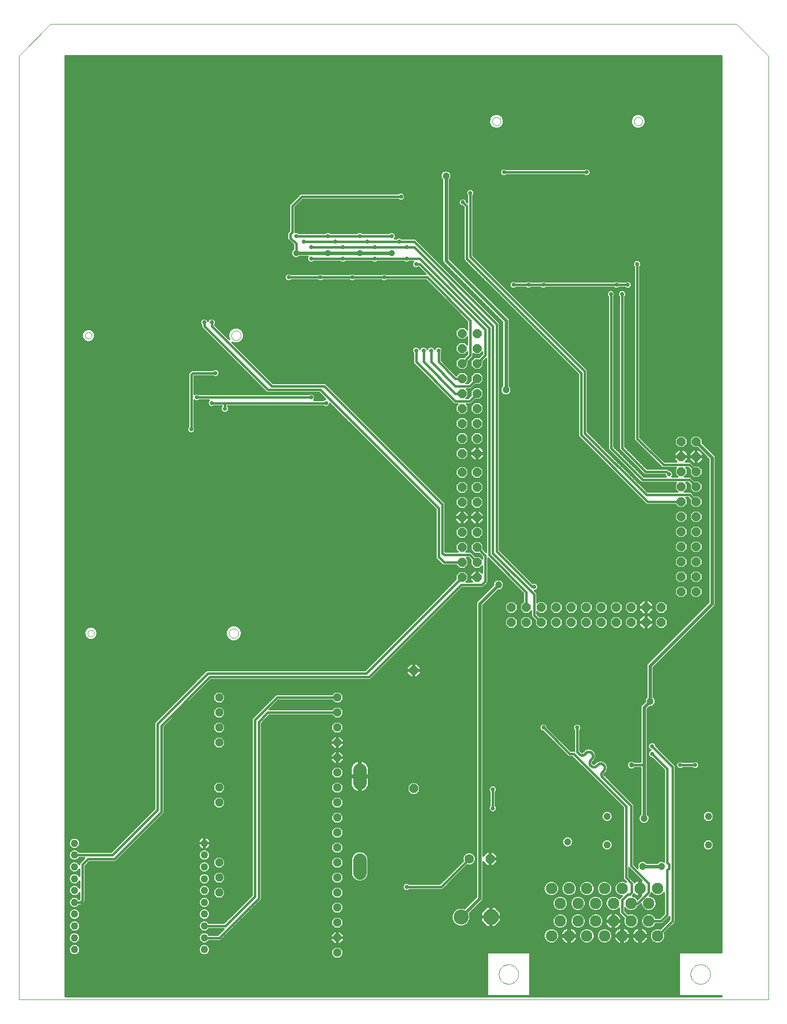
<source format=gbl>
G75*
G70*
%OFA0B0*%
%FSLAX24Y24*%
%IPPOS*%
%LPD*%
%AMOC8*
5,1,8,0,0,1.08239X$1,22.5*
%
%ADD10C,0.0000*%
%ADD11C,0.0500*%
%ADD12OC8,0.0591*%
%ADD13OC8,0.0630*%
%ADD14C,0.0630*%
%ADD15C,0.0885*%
%ADD16C,0.1000*%
%ADD17OC8,0.1000*%
%ADD18C,0.0768*%
%ADD19C,0.0480*%
%ADD20OC8,0.0531*%
%ADD21C,0.0290*%
%ADD22C,0.0160*%
%ADD23C,0.0120*%
%ADD24C,0.0472*%
%ADD25C,0.0240*%
%ADD26C,0.0416*%
%ADD27C,0.0337*%
D10*
X000100Y000160D02*
X050100Y000160D01*
X050100Y063035D01*
X047975Y065160D01*
X002225Y065160D01*
X000100Y063035D01*
X000100Y000160D01*
X004698Y024567D02*
X004700Y024596D01*
X004706Y024624D01*
X004715Y024652D01*
X004728Y024678D01*
X004745Y024701D01*
X004764Y024723D01*
X004786Y024742D01*
X004811Y024757D01*
X004837Y024770D01*
X004865Y024778D01*
X004893Y024783D01*
X004922Y024784D01*
X004951Y024781D01*
X004979Y024774D01*
X005006Y024764D01*
X005032Y024750D01*
X005055Y024733D01*
X005076Y024713D01*
X005094Y024690D01*
X005109Y024665D01*
X005120Y024638D01*
X005128Y024610D01*
X005132Y024581D01*
X005132Y024553D01*
X005128Y024524D01*
X005120Y024496D01*
X005109Y024469D01*
X005094Y024444D01*
X005076Y024421D01*
X005055Y024401D01*
X005032Y024384D01*
X005006Y024370D01*
X004979Y024360D01*
X004951Y024353D01*
X004922Y024350D01*
X004893Y024351D01*
X004865Y024356D01*
X004837Y024364D01*
X004811Y024377D01*
X004786Y024392D01*
X004764Y024411D01*
X004745Y024433D01*
X004728Y024456D01*
X004715Y024482D01*
X004706Y024510D01*
X004700Y024538D01*
X004698Y024567D01*
X014128Y024567D02*
X014130Y024602D01*
X014136Y024637D01*
X014146Y024671D01*
X014159Y024704D01*
X014176Y024735D01*
X014197Y024763D01*
X014220Y024790D01*
X014247Y024813D01*
X014275Y024834D01*
X014306Y024851D01*
X014339Y024864D01*
X014373Y024874D01*
X014408Y024880D01*
X014443Y024882D01*
X014478Y024880D01*
X014513Y024874D01*
X014547Y024864D01*
X014580Y024851D01*
X014611Y024834D01*
X014639Y024813D01*
X014666Y024790D01*
X014689Y024763D01*
X014710Y024735D01*
X014727Y024704D01*
X014740Y024671D01*
X014750Y024637D01*
X014756Y024602D01*
X014758Y024567D01*
X014756Y024532D01*
X014750Y024497D01*
X014740Y024463D01*
X014727Y024430D01*
X014710Y024399D01*
X014689Y024371D01*
X014666Y024344D01*
X014639Y024321D01*
X014611Y024300D01*
X014580Y024283D01*
X014547Y024270D01*
X014513Y024260D01*
X014478Y024254D01*
X014443Y024252D01*
X014408Y024254D01*
X014373Y024260D01*
X014339Y024270D01*
X014306Y024283D01*
X014275Y024300D01*
X014247Y024321D01*
X014220Y024344D01*
X014197Y024371D01*
X014176Y024399D01*
X014159Y024430D01*
X014146Y024463D01*
X014136Y024497D01*
X014130Y024532D01*
X014128Y024567D01*
X014285Y044410D02*
X014287Y044445D01*
X014293Y044480D01*
X014303Y044514D01*
X014316Y044547D01*
X014333Y044578D01*
X014354Y044606D01*
X014377Y044633D01*
X014404Y044656D01*
X014432Y044677D01*
X014463Y044694D01*
X014496Y044707D01*
X014530Y044717D01*
X014565Y044723D01*
X014600Y044725D01*
X014635Y044723D01*
X014670Y044717D01*
X014704Y044707D01*
X014737Y044694D01*
X014768Y044677D01*
X014796Y044656D01*
X014823Y044633D01*
X014846Y044606D01*
X014867Y044578D01*
X014884Y044547D01*
X014897Y044514D01*
X014907Y044480D01*
X014913Y044445D01*
X014915Y044410D01*
X014913Y044375D01*
X014907Y044340D01*
X014897Y044306D01*
X014884Y044273D01*
X014867Y044242D01*
X014846Y044214D01*
X014823Y044187D01*
X014796Y044164D01*
X014768Y044143D01*
X014737Y044126D01*
X014704Y044113D01*
X014670Y044103D01*
X014635Y044097D01*
X014600Y044095D01*
X014565Y044097D01*
X014530Y044103D01*
X014496Y044113D01*
X014463Y044126D01*
X014432Y044143D01*
X014404Y044164D01*
X014377Y044187D01*
X014354Y044214D01*
X014333Y044242D01*
X014316Y044273D01*
X014303Y044306D01*
X014293Y044340D01*
X014287Y044375D01*
X014285Y044410D01*
X004540Y044410D02*
X004542Y044439D01*
X004548Y044467D01*
X004557Y044495D01*
X004570Y044521D01*
X004587Y044544D01*
X004606Y044566D01*
X004628Y044585D01*
X004653Y044600D01*
X004679Y044613D01*
X004707Y044621D01*
X004735Y044626D01*
X004764Y044627D01*
X004793Y044624D01*
X004821Y044617D01*
X004848Y044607D01*
X004874Y044593D01*
X004897Y044576D01*
X004918Y044556D01*
X004936Y044533D01*
X004951Y044508D01*
X004962Y044481D01*
X004970Y044453D01*
X004974Y044424D01*
X004974Y044396D01*
X004970Y044367D01*
X004962Y044339D01*
X004951Y044312D01*
X004936Y044287D01*
X004918Y044264D01*
X004897Y044244D01*
X004874Y044227D01*
X004848Y044213D01*
X004821Y044203D01*
X004793Y044196D01*
X004764Y044193D01*
X004735Y044194D01*
X004707Y044199D01*
X004679Y044207D01*
X004653Y044220D01*
X004628Y044235D01*
X004606Y044254D01*
X004587Y044276D01*
X004570Y044299D01*
X004557Y044325D01*
X004548Y044353D01*
X004542Y044381D01*
X004540Y044410D01*
X031697Y058680D02*
X031699Y058713D01*
X031705Y058745D01*
X031714Y058776D01*
X031727Y058806D01*
X031744Y058834D01*
X031764Y058860D01*
X031787Y058884D01*
X031812Y058904D01*
X031840Y058922D01*
X031869Y058936D01*
X031900Y058946D01*
X031932Y058953D01*
X031965Y058956D01*
X031998Y058955D01*
X032030Y058950D01*
X032061Y058941D01*
X032092Y058929D01*
X032120Y058913D01*
X032147Y058894D01*
X032171Y058872D01*
X032192Y058847D01*
X032211Y058820D01*
X032226Y058791D01*
X032237Y058761D01*
X032245Y058729D01*
X032249Y058696D01*
X032249Y058664D01*
X032245Y058631D01*
X032237Y058599D01*
X032226Y058569D01*
X032211Y058540D01*
X032192Y058513D01*
X032171Y058488D01*
X032147Y058466D01*
X032120Y058447D01*
X032092Y058431D01*
X032061Y058419D01*
X032030Y058410D01*
X031998Y058405D01*
X031965Y058404D01*
X031932Y058407D01*
X031900Y058414D01*
X031869Y058424D01*
X031840Y058438D01*
X031812Y058456D01*
X031787Y058476D01*
X031764Y058500D01*
X031744Y058526D01*
X031727Y058554D01*
X031714Y058584D01*
X031705Y058615D01*
X031699Y058647D01*
X031697Y058680D01*
X041146Y058680D02*
X041148Y058713D01*
X041154Y058745D01*
X041163Y058776D01*
X041176Y058806D01*
X041193Y058834D01*
X041213Y058860D01*
X041236Y058884D01*
X041261Y058904D01*
X041289Y058922D01*
X041318Y058936D01*
X041349Y058946D01*
X041381Y058953D01*
X041414Y058956D01*
X041447Y058955D01*
X041479Y058950D01*
X041510Y058941D01*
X041541Y058929D01*
X041569Y058913D01*
X041596Y058894D01*
X041620Y058872D01*
X041641Y058847D01*
X041660Y058820D01*
X041675Y058791D01*
X041686Y058761D01*
X041694Y058729D01*
X041698Y058696D01*
X041698Y058664D01*
X041694Y058631D01*
X041686Y058599D01*
X041675Y058569D01*
X041660Y058540D01*
X041641Y058513D01*
X041620Y058488D01*
X041596Y058466D01*
X041569Y058447D01*
X041541Y058431D01*
X041510Y058419D01*
X041479Y058410D01*
X041447Y058405D01*
X041414Y058404D01*
X041381Y058407D01*
X041349Y058414D01*
X041318Y058424D01*
X041289Y058438D01*
X041261Y058456D01*
X041236Y058476D01*
X041213Y058500D01*
X041193Y058526D01*
X041176Y058554D01*
X041163Y058584D01*
X041154Y058615D01*
X041148Y058647D01*
X041146Y058680D01*
X044925Y001852D02*
X044927Y001902D01*
X044933Y001952D01*
X044943Y002002D01*
X044956Y002050D01*
X044973Y002098D01*
X044994Y002144D01*
X045018Y002188D01*
X045046Y002230D01*
X045077Y002270D01*
X045111Y002307D01*
X045148Y002342D01*
X045187Y002373D01*
X045228Y002402D01*
X045272Y002427D01*
X045318Y002449D01*
X045365Y002467D01*
X045413Y002481D01*
X045462Y002492D01*
X045512Y002499D01*
X045562Y002502D01*
X045613Y002501D01*
X045663Y002496D01*
X045713Y002487D01*
X045761Y002475D01*
X045809Y002458D01*
X045855Y002438D01*
X045900Y002415D01*
X045943Y002388D01*
X045983Y002358D01*
X046021Y002325D01*
X046056Y002289D01*
X046089Y002250D01*
X046118Y002209D01*
X046144Y002166D01*
X046167Y002121D01*
X046186Y002074D01*
X046201Y002026D01*
X046213Y001977D01*
X046221Y001927D01*
X046225Y001877D01*
X046225Y001827D01*
X046221Y001777D01*
X046213Y001727D01*
X046201Y001678D01*
X046186Y001630D01*
X046167Y001583D01*
X046144Y001538D01*
X046118Y001495D01*
X046089Y001454D01*
X046056Y001415D01*
X046021Y001379D01*
X045983Y001346D01*
X045943Y001316D01*
X045900Y001289D01*
X045855Y001266D01*
X045809Y001246D01*
X045761Y001229D01*
X045713Y001217D01*
X045663Y001208D01*
X045613Y001203D01*
X045562Y001202D01*
X045512Y001205D01*
X045462Y001212D01*
X045413Y001223D01*
X045365Y001237D01*
X045318Y001255D01*
X045272Y001277D01*
X045228Y001302D01*
X045187Y001331D01*
X045148Y001362D01*
X045111Y001397D01*
X045077Y001434D01*
X045046Y001474D01*
X045018Y001516D01*
X044994Y001560D01*
X044973Y001606D01*
X044956Y001654D01*
X044943Y001702D01*
X044933Y001752D01*
X044927Y001802D01*
X044925Y001852D01*
X032130Y001852D02*
X032132Y001902D01*
X032138Y001952D01*
X032148Y002002D01*
X032161Y002050D01*
X032178Y002098D01*
X032199Y002144D01*
X032223Y002188D01*
X032251Y002230D01*
X032282Y002270D01*
X032316Y002307D01*
X032353Y002342D01*
X032392Y002373D01*
X032433Y002402D01*
X032477Y002427D01*
X032523Y002449D01*
X032570Y002467D01*
X032618Y002481D01*
X032667Y002492D01*
X032717Y002499D01*
X032767Y002502D01*
X032818Y002501D01*
X032868Y002496D01*
X032918Y002487D01*
X032966Y002475D01*
X033014Y002458D01*
X033060Y002438D01*
X033105Y002415D01*
X033148Y002388D01*
X033188Y002358D01*
X033226Y002325D01*
X033261Y002289D01*
X033294Y002250D01*
X033323Y002209D01*
X033349Y002166D01*
X033372Y002121D01*
X033391Y002074D01*
X033406Y002026D01*
X033418Y001977D01*
X033426Y001927D01*
X033430Y001877D01*
X033430Y001827D01*
X033426Y001777D01*
X033418Y001727D01*
X033406Y001678D01*
X033391Y001630D01*
X033372Y001583D01*
X033349Y001538D01*
X033323Y001495D01*
X033294Y001454D01*
X033261Y001415D01*
X033226Y001379D01*
X033188Y001346D01*
X033148Y001316D01*
X033105Y001289D01*
X033060Y001266D01*
X033014Y001246D01*
X032966Y001229D01*
X032918Y001217D01*
X032868Y001208D01*
X032818Y001203D01*
X032767Y001202D01*
X032717Y001205D01*
X032667Y001212D01*
X032618Y001223D01*
X032570Y001237D01*
X032523Y001255D01*
X032477Y001277D01*
X032433Y001302D01*
X032392Y001331D01*
X032353Y001362D01*
X032316Y001397D01*
X032282Y001434D01*
X032251Y001474D01*
X032223Y001516D01*
X032199Y001560D01*
X032178Y001606D01*
X032161Y001654D01*
X032148Y001702D01*
X032138Y001752D01*
X032132Y001802D01*
X032130Y001852D01*
D11*
X012482Y003490D03*
X012482Y004277D03*
X012482Y005065D03*
X012482Y005852D03*
X012482Y006639D03*
X012482Y007427D03*
X012482Y008214D03*
X012482Y009002D03*
X012482Y009789D03*
X012482Y010576D03*
X003820Y010576D03*
X003820Y009789D03*
X003820Y009002D03*
X003820Y008214D03*
X003820Y007427D03*
X003820Y006639D03*
X003820Y005852D03*
X003820Y005065D03*
X003820Y004277D03*
X003820Y003490D03*
D12*
X026450Y014219D03*
X026450Y022093D03*
X029677Y028291D03*
X029677Y029291D03*
X029677Y030291D03*
X029677Y031291D03*
X029677Y032291D03*
X029677Y033291D03*
X029677Y034291D03*
X029677Y035291D03*
X029679Y036547D03*
X029679Y037547D03*
X029679Y038547D03*
X029679Y039547D03*
X029679Y040547D03*
X029679Y041547D03*
X029679Y042547D03*
X029679Y043547D03*
X029679Y044547D03*
X030679Y044547D03*
X030679Y043547D03*
X030679Y042547D03*
X030679Y041547D03*
X030679Y040547D03*
X030679Y039547D03*
X030679Y038547D03*
X030679Y037547D03*
X030679Y036547D03*
X030677Y035291D03*
X030677Y034291D03*
X030677Y033291D03*
X030677Y032291D03*
X030677Y031291D03*
X030677Y030291D03*
X030677Y029291D03*
X030677Y028291D03*
X032954Y026297D03*
X033954Y026297D03*
X034954Y026297D03*
X035954Y026297D03*
X036954Y026297D03*
X037954Y026297D03*
X038954Y026297D03*
X039954Y026297D03*
X040954Y026297D03*
X041954Y026297D03*
X042954Y026297D03*
X042954Y025297D03*
X041954Y025297D03*
X040954Y025297D03*
X039954Y025297D03*
X038954Y025297D03*
X037954Y025297D03*
X036954Y025297D03*
X035954Y025297D03*
X034954Y025297D03*
X033954Y025297D03*
X032954Y025297D03*
X044292Y027334D03*
X045292Y027334D03*
X045292Y028334D03*
X045292Y029334D03*
X045292Y030334D03*
X045292Y031334D03*
X045292Y032334D03*
X045292Y033334D03*
X045292Y034334D03*
X045292Y035334D03*
X045292Y036334D03*
X045292Y037334D03*
X044292Y037334D03*
X044292Y036334D03*
X044292Y035334D03*
X044292Y034334D03*
X044292Y033334D03*
X044292Y032334D03*
X044292Y031334D03*
X044292Y030334D03*
X044292Y029334D03*
X044292Y028334D03*
D13*
X031550Y009535D03*
D14*
X030150Y009535D03*
D15*
X022850Y009478D02*
X022850Y008593D01*
X022850Y014593D02*
X022850Y015478D01*
D16*
X029600Y005660D03*
D17*
X031600Y005660D03*
D18*
X035634Y004407D03*
X036225Y005391D03*
X036816Y004407D03*
X037406Y005391D03*
X037997Y004407D03*
X038587Y005391D03*
X039178Y004407D03*
X039768Y005391D03*
X040359Y004407D03*
X040949Y005391D03*
X041540Y004407D03*
X042131Y005391D03*
X042721Y004407D03*
X042131Y006572D03*
X041540Y007557D03*
X040949Y006572D03*
X040359Y007557D03*
X039768Y006572D03*
X039178Y007557D03*
X038587Y006572D03*
X037997Y007557D03*
X037406Y006572D03*
X036816Y007557D03*
X036225Y006572D03*
X035634Y007557D03*
X042721Y007557D03*
D19*
X046100Y010460D03*
X046100Y012360D03*
X039350Y012360D03*
X039350Y010460D03*
D20*
X021350Y010285D03*
X021350Y009285D03*
X021350Y008285D03*
X021350Y007285D03*
X021350Y006285D03*
X021350Y005285D03*
X021350Y004285D03*
X021350Y003285D03*
X021350Y011285D03*
X021350Y012285D03*
X021350Y013285D03*
X021350Y014285D03*
X021350Y015285D03*
X021350Y016285D03*
X021350Y017285D03*
X021350Y018285D03*
X021350Y019285D03*
X021350Y020285D03*
X013475Y020285D03*
X013475Y019285D03*
X013475Y018285D03*
X013475Y017285D03*
X013475Y014285D03*
X013475Y013285D03*
X013475Y009285D03*
X013475Y008285D03*
X013475Y007285D03*
D21*
X025975Y007660D03*
X031725Y012910D03*
X031725Y014160D03*
X035100Y018285D03*
X037350Y018285D03*
X042350Y017035D03*
X042350Y016535D03*
X044225Y015785D03*
X045225Y015785D03*
X041725Y009785D03*
X038475Y009160D03*
X034475Y027660D03*
X043475Y035160D03*
X040350Y047160D03*
X039975Y047785D03*
X039600Y047160D03*
X040725Y047785D03*
X041350Y049160D03*
X037975Y055285D03*
X032475Y055285D03*
X030225Y053910D03*
X029725Y053285D03*
X027975Y055285D03*
X026475Y055785D03*
X025600Y053660D03*
X024975Y051035D03*
X025475Y050660D03*
X025975Y050285D03*
X025975Y049535D03*
X026600Y049160D03*
X024475Y048285D03*
X023850Y049535D03*
X023850Y050285D03*
X023350Y050660D03*
X022850Y051035D03*
X021725Y050285D03*
X021225Y050660D03*
X020725Y051035D03*
X019600Y050285D03*
X019100Y050660D03*
X018600Y051035D03*
X019600Y049535D03*
X020225Y048285D03*
X021725Y049535D03*
X022350Y048285D03*
X018100Y048285D03*
X013225Y041910D03*
X012975Y039910D03*
X013850Y039535D03*
X011975Y040285D03*
X011600Y038160D03*
X012475Y045285D03*
X012975Y045285D03*
X019600Y040285D03*
X020600Y039910D03*
X026600Y043410D03*
X027100Y043410D03*
X027600Y043410D03*
X028100Y043410D03*
X033100Y047785D03*
X034100Y047785D03*
X035100Y047785D03*
D22*
X034100Y047785D01*
X033100Y047785D01*
X035100Y047785D02*
X039975Y047785D01*
X040725Y047785D01*
X040350Y047160D02*
X040350Y036910D01*
X041926Y035334D01*
X043301Y035334D01*
X043475Y035160D01*
X043100Y035785D02*
X044841Y035785D01*
X045292Y035334D01*
X044841Y034785D02*
X045292Y034334D01*
X044841Y034785D02*
X041725Y034785D01*
X039600Y036910D01*
X039600Y047160D01*
X041350Y049160D02*
X041350Y037535D01*
X043100Y035785D01*
X041975Y033785D02*
X037850Y037910D01*
X037850Y042035D01*
X030225Y049660D01*
X030225Y053910D01*
X029725Y053285D02*
X029975Y053035D01*
X029975Y049535D01*
X037600Y041910D01*
X037600Y037785D01*
X042051Y033334D01*
X044292Y033334D01*
X044841Y033785D02*
X041975Y033785D01*
X044841Y033785D02*
X045292Y033334D01*
X034954Y025297D02*
X034475Y025776D01*
X034475Y027160D01*
X031725Y029910D01*
X031725Y045035D01*
X026475Y050285D01*
X025975Y050285D01*
X023850Y050285D01*
X021725Y050285D01*
X019600Y050285D01*
X019100Y050660D02*
X021225Y050660D01*
X023350Y050660D01*
X025475Y050660D01*
X026475Y050660D01*
X031975Y045160D01*
X031975Y030035D01*
X034350Y027660D01*
X034475Y027660D01*
X033954Y027306D02*
X033954Y026297D01*
X033954Y027306D02*
X031475Y029785D01*
X031475Y044910D01*
X026850Y049535D01*
X025975Y049535D01*
X023850Y049535D01*
X021725Y049535D01*
X019600Y049535D01*
X018600Y049910D02*
X018600Y050535D01*
X018225Y050910D01*
X018225Y051160D01*
X018350Y051285D01*
X018350Y053035D01*
X018975Y053660D01*
X025600Y053660D01*
X024975Y051035D02*
X022850Y051035D01*
X020725Y051035D01*
X018600Y051035D01*
X018100Y048285D02*
X020225Y048285D01*
X022350Y048285D01*
X024475Y048285D01*
X027350Y048285D01*
X030225Y045410D01*
X030225Y043092D01*
X029679Y042547D01*
X030679Y042547D02*
X031225Y043092D01*
X031225Y044785D01*
X026850Y049160D01*
X026600Y049160D01*
X026600Y043410D02*
X026600Y042660D01*
X029225Y040035D01*
X030168Y040035D01*
X030679Y040547D01*
X030168Y041035D02*
X030679Y041547D01*
X030168Y041035D02*
X029225Y041035D01*
X027600Y042660D01*
X027600Y043410D01*
X027100Y043410D02*
X027100Y042660D01*
X029213Y040547D01*
X029679Y040547D01*
X029679Y041547D02*
X029213Y041547D01*
X028100Y042660D01*
X028100Y043410D01*
X020475Y041035D02*
X028350Y033160D01*
X028350Y029910D01*
X028475Y029785D01*
X030183Y029785D01*
X030677Y029291D01*
X031225Y029743D02*
X030677Y030291D01*
X031225Y029743D02*
X031225Y028035D01*
X030975Y027785D01*
X029600Y027785D01*
X023475Y021660D01*
X012850Y021660D01*
X009600Y018410D01*
X009600Y012660D01*
X006475Y009535D01*
X004725Y009535D01*
X004350Y009160D01*
X004350Y006785D01*
X004204Y006639D01*
X003820Y006639D01*
X003820Y009789D02*
X006354Y009789D01*
X009350Y012785D01*
X009350Y018535D01*
X012725Y021910D01*
X023297Y021910D01*
X029677Y028291D01*
X029677Y029291D02*
X028469Y029291D01*
X028100Y029660D01*
X028100Y032910D01*
X020225Y040785D01*
X016725Y040785D01*
X012475Y045035D01*
X012475Y045285D01*
X012975Y045285D02*
X012975Y045035D01*
X016975Y041035D01*
X020475Y041035D01*
X020600Y039910D02*
X013850Y039910D01*
X013850Y039535D01*
X013850Y039910D02*
X012975Y039910D01*
X011975Y040285D02*
X019600Y040285D01*
X013225Y041910D02*
X011725Y041910D01*
X011600Y041785D01*
X011600Y038160D01*
X017350Y020285D02*
X015850Y018785D01*
X015850Y007035D01*
X013880Y005065D01*
X012482Y005065D01*
X012482Y004277D02*
X013467Y004277D01*
X016100Y006910D01*
X016100Y018660D01*
X016725Y019285D01*
X021350Y019285D01*
X021350Y020285D02*
X017350Y020285D01*
X025975Y007660D02*
X028275Y007660D01*
X030150Y009535D01*
X031725Y012910D02*
X031725Y014160D01*
X035100Y018285D02*
X036850Y016535D01*
X037100Y016535D01*
X040600Y013035D01*
X040600Y008285D01*
X040975Y007910D01*
X040975Y007285D01*
X040850Y007160D01*
X040725Y007160D01*
X040350Y006785D01*
X040350Y005991D01*
X040949Y005391D01*
X040949Y006572D02*
X041387Y006572D01*
X042100Y007285D01*
X042100Y007910D01*
X040949Y009061D01*
X040949Y013061D01*
X039038Y014973D01*
X039018Y014995D01*
X039001Y015019D01*
X038986Y015045D01*
X038975Y015072D01*
X038967Y015101D01*
X038962Y015130D01*
X038960Y015160D01*
X038962Y015190D01*
X038967Y015219D01*
X038975Y015248D01*
X038986Y015275D01*
X039001Y015301D01*
X039018Y015325D01*
X039038Y015347D01*
X039114Y015423D01*
X039113Y015424D02*
X039133Y015446D01*
X039150Y015470D01*
X039165Y015496D01*
X039176Y015523D01*
X039184Y015552D01*
X039189Y015581D01*
X039191Y015611D01*
X039189Y015641D01*
X039184Y015670D01*
X039176Y015699D01*
X039165Y015726D01*
X039150Y015752D01*
X039133Y015776D01*
X039113Y015798D01*
X039114Y015798D02*
X039096Y015816D01*
X039095Y015816D02*
X039073Y015836D01*
X039049Y015853D01*
X039023Y015868D01*
X038996Y015879D01*
X038967Y015887D01*
X038938Y015892D01*
X038908Y015894D01*
X038878Y015892D01*
X038849Y015887D01*
X038820Y015879D01*
X038793Y015868D01*
X038767Y015853D01*
X038743Y015836D01*
X038721Y015816D01*
X038645Y015740D01*
X038644Y015740D02*
X038622Y015720D01*
X038598Y015703D01*
X038572Y015688D01*
X038545Y015677D01*
X038516Y015669D01*
X038487Y015664D01*
X038457Y015662D01*
X038427Y015664D01*
X038398Y015669D01*
X038369Y015677D01*
X038342Y015688D01*
X038316Y015703D01*
X038292Y015720D01*
X038270Y015740D01*
X038252Y015758D01*
X038253Y015758D02*
X038233Y015780D01*
X038216Y015804D01*
X038201Y015830D01*
X038190Y015857D01*
X038182Y015886D01*
X038177Y015915D01*
X038175Y015945D01*
X038177Y015975D01*
X038182Y016004D01*
X038190Y016033D01*
X038201Y016060D01*
X038216Y016086D01*
X038233Y016110D01*
X038253Y016132D01*
X038252Y016133D02*
X038328Y016209D01*
X038348Y016231D01*
X038365Y016255D01*
X038380Y016281D01*
X038391Y016308D01*
X038399Y016337D01*
X038404Y016366D01*
X038406Y016396D01*
X038404Y016426D01*
X038399Y016455D01*
X038391Y016484D01*
X038380Y016511D01*
X038365Y016537D01*
X038348Y016561D01*
X038328Y016583D01*
X038328Y016584D02*
X038310Y016601D01*
X038288Y016621D01*
X038264Y016638D01*
X038238Y016653D01*
X038211Y016664D01*
X038182Y016672D01*
X038153Y016677D01*
X038123Y016679D01*
X038093Y016677D01*
X038064Y016672D01*
X038035Y016664D01*
X038008Y016653D01*
X037982Y016638D01*
X037958Y016621D01*
X037936Y016601D01*
X037859Y016525D01*
X037859Y016526D02*
X037837Y016506D01*
X037813Y016489D01*
X037787Y016474D01*
X037760Y016463D01*
X037731Y016455D01*
X037702Y016450D01*
X037672Y016448D01*
X037642Y016450D01*
X037613Y016455D01*
X037584Y016463D01*
X037557Y016474D01*
X037531Y016489D01*
X037507Y016506D01*
X037485Y016526D01*
X037485Y016525D02*
X037350Y016660D01*
X037350Y018285D01*
X040975Y015785D02*
X041810Y015785D01*
X042350Y016535D02*
X043350Y015535D01*
X043350Y009285D01*
X043475Y009160D01*
X043475Y008910D01*
X043350Y008785D01*
X043350Y005785D01*
X042956Y005391D01*
X042131Y005391D01*
X042721Y004407D02*
X043725Y005411D01*
X043725Y015660D01*
X042350Y017035D01*
X044225Y015785D02*
X045225Y015785D01*
X037975Y055285D02*
X032475Y055285D01*
D23*
X032228Y055381D02*
X028695Y055381D01*
X028671Y055391D02*
X028529Y055391D01*
X028398Y055337D01*
X028298Y055237D01*
X028244Y055106D01*
X028244Y054964D01*
X028298Y054833D01*
X028360Y054771D01*
X028360Y049362D01*
X028397Y049274D01*
X032360Y045311D01*
X032360Y041049D01*
X032298Y040987D01*
X032244Y040856D01*
X032244Y040714D01*
X032298Y040583D01*
X032398Y040483D01*
X032529Y040429D01*
X032671Y040429D01*
X032802Y040483D01*
X032902Y040583D01*
X032956Y040714D01*
X032956Y040856D01*
X032902Y040987D01*
X032840Y041049D01*
X032840Y045458D01*
X032803Y045546D01*
X028840Y049509D01*
X028840Y054771D01*
X028902Y054833D01*
X028956Y054964D01*
X028956Y055106D01*
X028902Y055237D01*
X028802Y055337D01*
X028671Y055391D01*
X028505Y055381D02*
X003225Y055381D01*
X003225Y055263D02*
X028324Y055263D01*
X028260Y055144D02*
X003225Y055144D01*
X003225Y055026D02*
X028244Y055026D01*
X028267Y054907D02*
X003225Y054907D01*
X003225Y054789D02*
X028343Y054789D01*
X028360Y054670D02*
X003225Y054670D01*
X003225Y054552D02*
X028360Y054552D01*
X028360Y054433D02*
X003225Y054433D01*
X003225Y054315D02*
X028360Y054315D01*
X028360Y054196D02*
X003225Y054196D01*
X003225Y054078D02*
X028360Y054078D01*
X028360Y053959D02*
X003225Y053959D01*
X003225Y053841D02*
X018873Y053841D01*
X018892Y053860D02*
X018267Y053235D01*
X018150Y053118D01*
X018150Y051368D01*
X018142Y051360D01*
X018025Y051243D01*
X018025Y050827D01*
X018400Y050452D01*
X018400Y050174D01*
X018322Y050096D01*
X018272Y049975D01*
X018272Y049845D01*
X018322Y049724D01*
X018414Y049632D01*
X018535Y049582D01*
X018665Y049582D01*
X018786Y049632D01*
X018824Y049670D01*
X019369Y049670D01*
X019335Y049588D01*
X019335Y049482D01*
X019375Y049385D01*
X019450Y049310D01*
X019547Y049270D01*
X019653Y049270D01*
X019750Y049310D01*
X019775Y049335D01*
X021550Y049335D01*
X021575Y049310D01*
X021672Y049270D01*
X021778Y049270D01*
X021875Y049310D01*
X021900Y049335D01*
X023675Y049335D01*
X023700Y049310D01*
X023797Y049270D01*
X023903Y049270D01*
X024000Y049310D01*
X024025Y049335D01*
X025800Y049335D01*
X025825Y049310D01*
X025922Y049270D01*
X026028Y049270D01*
X026125Y049310D01*
X026150Y049335D01*
X026400Y049335D01*
X026375Y049310D01*
X026335Y049213D01*
X026335Y049107D01*
X026375Y049010D01*
X026450Y048935D01*
X026547Y048895D01*
X026653Y048895D01*
X026750Y048935D01*
X026771Y048956D01*
X027242Y048485D01*
X024650Y048485D01*
X024625Y048510D01*
X024528Y048550D01*
X024422Y048550D01*
X024325Y048510D01*
X024300Y048485D01*
X022525Y048485D01*
X022500Y048510D01*
X022403Y048550D01*
X022297Y048550D01*
X022200Y048510D01*
X022175Y048485D01*
X020400Y048485D01*
X020375Y048510D01*
X020278Y048550D01*
X020172Y048550D01*
X020075Y048510D01*
X020050Y048485D01*
X018275Y048485D01*
X018250Y048510D01*
X018153Y048550D01*
X018047Y048550D01*
X017950Y048510D01*
X017875Y048435D01*
X017835Y048338D01*
X017835Y048232D01*
X017875Y048135D01*
X017950Y048060D01*
X018047Y048020D01*
X018153Y048020D01*
X018250Y048060D01*
X018275Y048085D01*
X020050Y048085D01*
X020075Y048060D01*
X020172Y048020D01*
X020278Y048020D01*
X020375Y048060D01*
X020400Y048085D01*
X022175Y048085D01*
X022200Y048060D01*
X022297Y048020D01*
X022403Y048020D01*
X022500Y048060D01*
X022525Y048085D01*
X024300Y048085D01*
X024325Y048060D01*
X024422Y048020D01*
X024528Y048020D01*
X024625Y048060D01*
X024650Y048085D01*
X027267Y048085D01*
X030025Y045327D01*
X030025Y044788D01*
X029851Y044962D01*
X029507Y044962D01*
X029264Y044719D01*
X029264Y044375D01*
X029507Y044131D01*
X029851Y044131D01*
X030025Y044305D01*
X030025Y043788D01*
X029851Y043962D01*
X029507Y043962D01*
X029264Y043719D01*
X029264Y043375D01*
X029507Y043131D01*
X029851Y043131D01*
X030025Y043305D01*
X030025Y043175D01*
X029812Y042962D01*
X029507Y042962D01*
X029264Y042719D01*
X029264Y042375D01*
X029507Y042131D01*
X029851Y042131D01*
X030095Y042375D01*
X030095Y042679D01*
X030425Y043009D01*
X030425Y043214D01*
X030507Y043131D01*
X030851Y043131D01*
X031025Y043305D01*
X031025Y043175D01*
X030812Y042962D01*
X030507Y042962D01*
X030264Y042719D01*
X030264Y042375D01*
X030507Y042131D01*
X030851Y042131D01*
X031095Y042375D01*
X031095Y042679D01*
X031275Y042859D01*
X031275Y029976D01*
X031093Y030158D01*
X031093Y030463D01*
X030849Y030706D01*
X030505Y030706D01*
X030262Y030463D01*
X030262Y030119D01*
X030505Y029875D01*
X030810Y029875D01*
X031025Y029660D01*
X031025Y029530D01*
X030849Y029706D01*
X030545Y029706D01*
X030266Y029985D01*
X029959Y029985D01*
X030093Y030119D01*
X030093Y030463D01*
X029849Y030706D01*
X029505Y030706D01*
X029262Y030463D01*
X029262Y030119D01*
X029396Y029985D01*
X028558Y029985D01*
X028550Y029993D01*
X028550Y033243D01*
X028433Y033360D01*
X020558Y041235D01*
X017058Y041235D01*
X014346Y043947D01*
X014496Y043885D01*
X014704Y043885D01*
X014897Y043965D01*
X015045Y044113D01*
X015125Y044306D01*
X015125Y044514D01*
X015045Y044707D01*
X014897Y044855D01*
X014704Y044935D01*
X014496Y044935D01*
X014303Y044855D01*
X014155Y044707D01*
X014075Y044514D01*
X014075Y044306D01*
X014137Y044156D01*
X013179Y045114D01*
X013200Y045135D01*
X013240Y045232D01*
X013240Y045338D01*
X013200Y045435D01*
X013125Y045510D01*
X013028Y045550D01*
X012922Y045550D01*
X012825Y045510D01*
X012750Y045435D01*
X012725Y045374D01*
X012700Y045435D01*
X012625Y045510D01*
X012528Y045550D01*
X012422Y045550D01*
X012325Y045510D01*
X012250Y045435D01*
X012210Y045338D01*
X012210Y045232D01*
X012250Y045135D01*
X012275Y045110D01*
X012275Y044952D01*
X016642Y040585D01*
X020142Y040585D01*
X020552Y040175D01*
X020547Y040175D01*
X020450Y040135D01*
X020425Y040110D01*
X019800Y040110D01*
X019825Y040135D01*
X019865Y040232D01*
X019865Y040338D01*
X019825Y040435D01*
X019750Y040510D01*
X019653Y040550D01*
X019547Y040550D01*
X019450Y040510D01*
X019425Y040485D01*
X012150Y040485D01*
X012125Y040510D01*
X012028Y040550D01*
X011922Y040550D01*
X011825Y040510D01*
X011800Y040485D01*
X011800Y041702D01*
X011808Y041710D01*
X013050Y041710D01*
X013075Y041685D01*
X013172Y041645D01*
X013278Y041645D01*
X013375Y041685D01*
X013450Y041760D01*
X013490Y041857D01*
X013490Y041963D01*
X013450Y042060D01*
X013375Y042135D01*
X013278Y042175D01*
X013172Y042175D01*
X013075Y042135D01*
X013050Y042110D01*
X011642Y042110D01*
X011517Y041985D01*
X011400Y041868D01*
X011400Y038335D01*
X011375Y038310D01*
X011335Y038213D01*
X011335Y038107D01*
X011375Y038010D01*
X011450Y037935D01*
X011547Y037895D01*
X011653Y037895D01*
X011750Y037935D01*
X011825Y038010D01*
X011865Y038107D01*
X011865Y038213D01*
X011825Y038310D01*
X011800Y038335D01*
X011800Y040085D01*
X011825Y040060D01*
X011922Y040020D01*
X012028Y040020D01*
X012125Y040060D01*
X012150Y040085D01*
X012775Y040085D01*
X012750Y040060D01*
X012710Y039963D01*
X012710Y039857D01*
X012750Y039760D01*
X012825Y039685D01*
X012922Y039645D01*
X013028Y039645D01*
X013125Y039685D01*
X013150Y039710D01*
X013650Y039710D01*
X013650Y039710D01*
X013625Y039685D01*
X013585Y039588D01*
X013585Y039482D01*
X013625Y039385D01*
X013700Y039310D01*
X013797Y039270D01*
X013903Y039270D01*
X014000Y039310D01*
X014075Y039385D01*
X014115Y039482D01*
X014115Y039588D01*
X014075Y039685D01*
X014050Y039710D01*
X020425Y039710D01*
X020450Y039685D01*
X020547Y039645D01*
X020653Y039645D01*
X020750Y039685D01*
X020825Y039760D01*
X020865Y039857D01*
X020865Y039862D01*
X027900Y032827D01*
X027900Y029577D01*
X028269Y029208D01*
X028387Y029091D01*
X029290Y029091D01*
X029505Y028875D01*
X029849Y028875D01*
X030093Y029119D01*
X030093Y029463D01*
X029970Y029585D01*
X030100Y029585D01*
X030262Y029423D01*
X030262Y029119D01*
X030505Y028875D01*
X030849Y028875D01*
X031025Y029051D01*
X031025Y028587D01*
X030866Y028746D01*
X030716Y028746D01*
X030716Y028329D01*
X030639Y028329D01*
X030639Y028746D01*
X030489Y028746D01*
X030222Y028479D01*
X030222Y028329D01*
X030639Y028329D01*
X030639Y028252D01*
X030222Y028252D01*
X030222Y028102D01*
X030339Y027985D01*
X029959Y027985D01*
X030093Y028119D01*
X030093Y028463D01*
X029849Y028706D01*
X029505Y028706D01*
X029262Y028463D01*
X029262Y028158D01*
X023214Y022110D01*
X012642Y022110D01*
X012525Y021993D01*
X009150Y018618D01*
X009150Y012868D01*
X006271Y009989D01*
X004138Y009989D01*
X004134Y009999D01*
X004030Y010103D01*
X003894Y010159D01*
X003747Y010159D01*
X003611Y010103D01*
X003507Y009999D01*
X003450Y009863D01*
X003450Y009715D01*
X003507Y009579D01*
X003611Y009475D01*
X003747Y009419D01*
X003894Y009419D01*
X004030Y009475D01*
X004134Y009579D01*
X004138Y009589D01*
X004496Y009589D01*
X004150Y009243D01*
X004150Y009173D01*
X004134Y009211D01*
X004030Y009315D01*
X003894Y009372D01*
X003747Y009372D01*
X003611Y009315D01*
X003507Y009211D01*
X003450Y009075D01*
X003450Y008928D01*
X003507Y008792D01*
X003611Y008688D01*
X003747Y008632D01*
X003894Y008632D01*
X004030Y008688D01*
X004134Y008792D01*
X004150Y008831D01*
X004150Y008385D01*
X004134Y008424D01*
X004030Y008528D01*
X003894Y008584D01*
X003747Y008584D01*
X003611Y008528D01*
X003507Y008424D01*
X003450Y008288D01*
X003450Y008141D01*
X003507Y008005D01*
X003611Y007901D01*
X003747Y007844D01*
X003894Y007844D01*
X004030Y007901D01*
X004134Y008005D01*
X004150Y008043D01*
X004150Y007598D01*
X004134Y007636D01*
X004030Y007740D01*
X003894Y007797D01*
X003747Y007797D01*
X003611Y007740D01*
X003507Y007636D01*
X003450Y007500D01*
X003450Y007353D01*
X003507Y007217D01*
X003611Y007113D01*
X003747Y007057D01*
X003894Y007057D01*
X004030Y007113D01*
X004134Y007217D01*
X004150Y007256D01*
X004150Y006868D01*
X004133Y006850D01*
X004030Y006953D01*
X003894Y007009D01*
X003747Y007009D01*
X003611Y006953D01*
X003507Y006849D01*
X003450Y006713D01*
X003450Y006566D01*
X003507Y006430D01*
X003611Y006326D01*
X003747Y006269D01*
X003894Y006269D01*
X004030Y006326D01*
X004134Y006430D01*
X004138Y006439D01*
X004287Y006439D01*
X004433Y006585D01*
X004550Y006702D01*
X004550Y009077D01*
X004808Y009335D01*
X006558Y009335D01*
X009683Y012460D01*
X009800Y012577D01*
X009800Y018327D01*
X012933Y021460D01*
X023558Y021460D01*
X029683Y027585D01*
X031058Y027585D01*
X031308Y027835D01*
X031425Y027952D01*
X031425Y029552D01*
X033754Y027223D01*
X033754Y026684D01*
X033539Y026469D01*
X033539Y026125D01*
X033782Y025881D01*
X034126Y025881D01*
X034275Y026030D01*
X034275Y025693D01*
X034539Y025429D01*
X034539Y025125D01*
X034782Y024881D01*
X035126Y024881D01*
X035370Y025125D01*
X035370Y025469D01*
X035126Y025712D01*
X034822Y025712D01*
X034675Y025859D01*
X034675Y025989D01*
X034782Y025881D01*
X035126Y025881D01*
X035370Y026125D01*
X035370Y026469D01*
X035126Y026712D01*
X034782Y026712D01*
X034675Y026604D01*
X034675Y027243D01*
X034558Y027360D01*
X034523Y027395D01*
X034528Y027395D01*
X034625Y027435D01*
X034700Y027510D01*
X034740Y027607D01*
X034740Y027713D01*
X034700Y027810D01*
X034625Y027885D01*
X034528Y027925D01*
X034422Y027925D01*
X034384Y027909D01*
X032175Y030118D01*
X032175Y045243D01*
X032058Y045360D01*
X026558Y050860D01*
X025650Y050860D01*
X025625Y050885D01*
X025528Y050925D01*
X025422Y050925D01*
X025325Y050885D01*
X025300Y050860D01*
X025175Y050860D01*
X025200Y050885D01*
X025240Y050982D01*
X025240Y051088D01*
X025200Y051185D01*
X025125Y051260D01*
X025028Y051300D01*
X024922Y051300D01*
X024825Y051260D01*
X024800Y051235D01*
X023025Y051235D01*
X023000Y051260D01*
X022903Y051300D01*
X022797Y051300D01*
X022700Y051260D01*
X022675Y051235D01*
X020900Y051235D01*
X020875Y051260D01*
X020778Y051300D01*
X020672Y051300D01*
X020575Y051260D01*
X020550Y051235D01*
X018775Y051235D01*
X018750Y051260D01*
X018653Y051300D01*
X018550Y051300D01*
X018550Y052952D01*
X019058Y053460D01*
X025425Y053460D01*
X025450Y053435D01*
X025547Y053395D01*
X025653Y053395D01*
X025750Y053435D01*
X025825Y053510D01*
X025865Y053607D01*
X025865Y053713D01*
X025825Y053810D01*
X025750Y053885D01*
X025653Y053925D01*
X025547Y053925D01*
X025450Y053885D01*
X025425Y053860D01*
X018892Y053860D01*
X018754Y053722D02*
X003225Y053722D01*
X003225Y053604D02*
X018636Y053604D01*
X018517Y053485D02*
X003225Y053485D01*
X003225Y053367D02*
X018399Y053367D01*
X018280Y053248D02*
X003225Y053248D01*
X003225Y053130D02*
X018162Y053130D01*
X018150Y053011D02*
X003225Y053011D01*
X003225Y052893D02*
X018150Y052893D01*
X018150Y052774D02*
X003225Y052774D01*
X003225Y052656D02*
X018150Y052656D01*
X018150Y052537D02*
X003225Y052537D01*
X003225Y052419D02*
X018150Y052419D01*
X018150Y052300D02*
X003225Y052300D01*
X003225Y052182D02*
X018150Y052182D01*
X018150Y052063D02*
X003225Y052063D01*
X003225Y051945D02*
X018150Y051945D01*
X018150Y051826D02*
X003225Y051826D01*
X003225Y051708D02*
X018150Y051708D01*
X018150Y051589D02*
X003225Y051589D01*
X003225Y051471D02*
X018150Y051471D01*
X018134Y051352D02*
X003225Y051352D01*
X003225Y051234D02*
X018025Y051234D01*
X018025Y051115D02*
X003225Y051115D01*
X003225Y050997D02*
X018025Y050997D01*
X018025Y050878D02*
X003225Y050878D01*
X003225Y050760D02*
X018093Y050760D01*
X018211Y050641D02*
X003225Y050641D01*
X003225Y050523D02*
X018330Y050523D01*
X018400Y050404D02*
X003225Y050404D01*
X003225Y050286D02*
X018400Y050286D01*
X018394Y050167D02*
X003225Y050167D01*
X003225Y050049D02*
X018303Y050049D01*
X018272Y049930D02*
X003225Y049930D01*
X003225Y049812D02*
X018286Y049812D01*
X018353Y049693D02*
X003225Y049693D01*
X003225Y049575D02*
X019335Y049575D01*
X019346Y049456D02*
X003225Y049456D01*
X003225Y049338D02*
X019423Y049338D01*
X020073Y048508D02*
X018252Y048508D01*
X017948Y048508D02*
X003225Y048508D01*
X003225Y048390D02*
X017856Y048390D01*
X017835Y048271D02*
X003225Y048271D01*
X003225Y048153D02*
X017868Y048153D01*
X018013Y048034D02*
X003225Y048034D01*
X003225Y047916D02*
X027437Y047916D01*
X027555Y047797D02*
X003225Y047797D01*
X003225Y047679D02*
X027674Y047679D01*
X027792Y047560D02*
X003225Y047560D01*
X003225Y047442D02*
X027911Y047442D01*
X028029Y047323D02*
X003225Y047323D01*
X003225Y047205D02*
X028148Y047205D01*
X028266Y047086D02*
X003225Y047086D01*
X003225Y046968D02*
X028385Y046968D01*
X028503Y046849D02*
X003225Y046849D01*
X003225Y046731D02*
X028622Y046731D01*
X028740Y046612D02*
X003225Y046612D01*
X003225Y046494D02*
X028859Y046494D01*
X028977Y046375D02*
X003225Y046375D01*
X003225Y046257D02*
X029096Y046257D01*
X029214Y046138D02*
X003225Y046138D01*
X003225Y046020D02*
X029333Y046020D01*
X029451Y045901D02*
X003225Y045901D01*
X003225Y045783D02*
X029570Y045783D01*
X029688Y045664D02*
X003225Y045664D01*
X003225Y045546D02*
X012412Y045546D01*
X012538Y045546D02*
X012912Y045546D01*
X013038Y045546D02*
X029807Y045546D01*
X029925Y045427D02*
X013203Y045427D01*
X013240Y045309D02*
X030025Y045309D01*
X030025Y045190D02*
X013223Y045190D01*
X013221Y045072D02*
X030025Y045072D01*
X030025Y044953D02*
X029860Y044953D01*
X029979Y044835D02*
X030025Y044835D01*
X029499Y044953D02*
X013340Y044953D01*
X013458Y044835D02*
X014282Y044835D01*
X014164Y044716D02*
X013577Y044716D01*
X013695Y044598D02*
X014109Y044598D01*
X014075Y044479D02*
X013814Y044479D01*
X013932Y044361D02*
X014075Y044361D01*
X014051Y044242D02*
X014101Y044242D01*
X014406Y043887D02*
X014492Y043887D01*
X014525Y043768D02*
X029314Y043768D01*
X029264Y043650D02*
X028214Y043650D01*
X028250Y043635D02*
X028153Y043675D01*
X028047Y043675D01*
X027950Y043635D01*
X027875Y043560D01*
X027850Y043499D01*
X027825Y043560D01*
X027750Y043635D01*
X027653Y043675D01*
X027547Y043675D01*
X027450Y043635D01*
X027375Y043560D01*
X027350Y043499D01*
X027325Y043560D01*
X027250Y043635D01*
X027153Y043675D01*
X027047Y043675D01*
X026950Y043635D01*
X026875Y043560D01*
X026850Y043499D01*
X026825Y043560D01*
X026750Y043635D01*
X026653Y043675D01*
X026547Y043675D01*
X026450Y043635D01*
X026375Y043560D01*
X026335Y043463D01*
X026335Y043357D01*
X026375Y043260D01*
X026400Y043235D01*
X026400Y042577D01*
X029025Y039952D01*
X029142Y039835D01*
X029381Y039835D01*
X029264Y039719D01*
X029264Y039375D01*
X029507Y039131D01*
X029851Y039131D01*
X030095Y039375D01*
X030095Y039719D01*
X029978Y039835D01*
X030251Y039835D01*
X030547Y040131D01*
X030851Y040131D01*
X031095Y040375D01*
X031095Y040719D01*
X030851Y040962D01*
X030507Y040962D01*
X030264Y040719D01*
X030264Y040414D01*
X030085Y040235D01*
X029955Y040235D01*
X030095Y040375D01*
X030095Y040719D01*
X029978Y040835D01*
X030251Y040835D01*
X030547Y041131D01*
X030851Y041131D01*
X031095Y041375D01*
X031095Y041719D01*
X030851Y041962D01*
X030507Y041962D01*
X030264Y041719D01*
X030264Y041414D01*
X030085Y041235D01*
X029955Y041235D01*
X030095Y041375D01*
X030095Y041719D01*
X029851Y041962D01*
X029507Y041962D01*
X029294Y041749D01*
X028300Y042743D01*
X028300Y043235D01*
X028325Y043260D01*
X028365Y043357D01*
X028365Y043463D01*
X028325Y043560D01*
X028250Y043635D01*
X028337Y043531D02*
X029264Y043531D01*
X029264Y043413D02*
X028365Y043413D01*
X028339Y043294D02*
X029345Y043294D01*
X029463Y043176D02*
X028300Y043176D01*
X028300Y043057D02*
X029907Y043057D01*
X029896Y043176D02*
X030025Y043176D01*
X030014Y043294D02*
X030025Y043294D01*
X030425Y043176D02*
X030463Y043176D01*
X030425Y043057D02*
X030907Y043057D01*
X030896Y043176D02*
X031025Y043176D01*
X031014Y043294D02*
X031025Y043294D01*
X031236Y042820D02*
X031275Y042820D01*
X031275Y042702D02*
X031117Y042702D01*
X031095Y042583D02*
X031275Y042583D01*
X031275Y042465D02*
X031095Y042465D01*
X031066Y042346D02*
X031275Y042346D01*
X031275Y042228D02*
X030948Y042228D01*
X031275Y042109D02*
X028934Y042109D01*
X029052Y041991D02*
X031275Y041991D01*
X031275Y041872D02*
X030941Y041872D01*
X031060Y041754D02*
X031275Y041754D01*
X031275Y041635D02*
X031095Y041635D01*
X031095Y041517D02*
X031275Y041517D01*
X031275Y041398D02*
X031095Y041398D01*
X031000Y041280D02*
X031275Y041280D01*
X031275Y041161D02*
X030881Y041161D01*
X030889Y040924D02*
X031275Y040924D01*
X031275Y040806D02*
X031008Y040806D01*
X031095Y040687D02*
X031275Y040687D01*
X031275Y040569D02*
X031095Y040569D01*
X031095Y040450D02*
X031275Y040450D01*
X031275Y040332D02*
X031052Y040332D01*
X030933Y040213D02*
X031275Y040213D01*
X031275Y040095D02*
X030510Y040095D01*
X030507Y039962D02*
X030264Y039719D01*
X030264Y039375D01*
X030507Y039131D01*
X030851Y039131D01*
X031095Y039375D01*
X031095Y039719D01*
X030851Y039962D01*
X030507Y039962D01*
X030392Y039976D02*
X031275Y039976D01*
X031275Y039858D02*
X030956Y039858D01*
X031074Y039739D02*
X031275Y039739D01*
X031275Y039621D02*
X031095Y039621D01*
X031095Y039502D02*
X031275Y039502D01*
X031275Y039384D02*
X031095Y039384D01*
X030985Y039265D02*
X031275Y039265D01*
X031275Y039147D02*
X030867Y039147D01*
X030851Y038962D02*
X030507Y038962D01*
X030264Y038719D01*
X030264Y038375D01*
X030507Y038131D01*
X030851Y038131D01*
X031095Y038375D01*
X031095Y038719D01*
X030851Y038962D01*
X030904Y038910D02*
X031275Y038910D01*
X031275Y039028D02*
X022765Y039028D01*
X022883Y038910D02*
X029455Y038910D01*
X029507Y038962D02*
X029264Y038719D01*
X029264Y038375D01*
X029507Y038131D01*
X029851Y038131D01*
X030095Y038375D01*
X030095Y038719D01*
X029851Y038962D01*
X029507Y038962D01*
X029492Y039147D02*
X022646Y039147D01*
X022528Y039265D02*
X029374Y039265D01*
X029264Y039384D02*
X022409Y039384D01*
X022291Y039502D02*
X029264Y039502D01*
X029264Y039621D02*
X022172Y039621D01*
X022054Y039739D02*
X029285Y039739D01*
X029120Y039858D02*
X021935Y039858D01*
X021817Y039976D02*
X029001Y039976D01*
X028883Y040095D02*
X021698Y040095D01*
X021580Y040213D02*
X028764Y040213D01*
X028646Y040332D02*
X021461Y040332D01*
X021343Y040450D02*
X028527Y040450D01*
X028409Y040569D02*
X021224Y040569D01*
X021106Y040687D02*
X028290Y040687D01*
X028172Y040806D02*
X020987Y040806D01*
X020869Y040924D02*
X028053Y040924D01*
X027935Y041043D02*
X020750Y041043D01*
X020632Y041161D02*
X027816Y041161D01*
X027698Y041280D02*
X017013Y041280D01*
X016895Y041398D02*
X027579Y041398D01*
X027461Y041517D02*
X016776Y041517D01*
X016658Y041635D02*
X027342Y041635D01*
X027224Y041754D02*
X016539Y041754D01*
X016421Y041872D02*
X027105Y041872D01*
X026987Y041991D02*
X016302Y041991D01*
X016184Y042109D02*
X026868Y042109D01*
X026750Y042228D02*
X016065Y042228D01*
X015947Y042346D02*
X026631Y042346D01*
X026513Y042465D02*
X015828Y042465D01*
X015710Y042583D02*
X026400Y042583D01*
X026400Y042702D02*
X015591Y042702D01*
X015473Y042820D02*
X026400Y042820D01*
X026400Y042939D02*
X015354Y042939D01*
X015236Y043057D02*
X026400Y043057D01*
X026400Y043176D02*
X015117Y043176D01*
X014999Y043294D02*
X026361Y043294D01*
X026335Y043413D02*
X014880Y043413D01*
X014762Y043531D02*
X026363Y043531D01*
X026486Y043650D02*
X014643Y043650D01*
X014708Y043887D02*
X029432Y043887D01*
X029397Y044242D02*
X015099Y044242D01*
X015125Y044361D02*
X029278Y044361D01*
X029264Y044479D02*
X015125Y044479D01*
X015091Y044598D02*
X029264Y044598D01*
X029264Y044716D02*
X015036Y044716D01*
X014918Y044835D02*
X029380Y044835D01*
X029962Y044242D02*
X030025Y044242D01*
X030025Y044124D02*
X015050Y044124D01*
X014937Y044005D02*
X030025Y044005D01*
X030025Y043887D02*
X029927Y043887D01*
X030354Y042939D02*
X030484Y042939D01*
X030366Y042820D02*
X030236Y042820D01*
X030264Y042702D02*
X030117Y042702D01*
X030095Y042583D02*
X030264Y042583D01*
X030264Y042465D02*
X030095Y042465D01*
X030066Y042346D02*
X030293Y042346D01*
X030411Y042228D02*
X029948Y042228D01*
X029941Y041872D02*
X030418Y041872D01*
X030299Y041754D02*
X030060Y041754D01*
X030095Y041635D02*
X030264Y041635D01*
X030264Y041517D02*
X030095Y041517D01*
X030095Y041398D02*
X030248Y041398D01*
X030130Y041280D02*
X030000Y041280D01*
X030008Y040806D02*
X030351Y040806D01*
X030340Y040924D02*
X030470Y040924D01*
X030458Y041043D02*
X031275Y041043D01*
X032175Y041043D02*
X032354Y041043D01*
X032360Y041161D02*
X032175Y041161D01*
X032175Y041280D02*
X032360Y041280D01*
X032360Y041398D02*
X032175Y041398D01*
X032175Y041517D02*
X032360Y041517D01*
X032360Y041635D02*
X032175Y041635D01*
X032175Y041754D02*
X032360Y041754D01*
X032360Y041872D02*
X032175Y041872D01*
X032175Y041991D02*
X032360Y041991D01*
X032360Y042109D02*
X032175Y042109D01*
X032175Y042228D02*
X032360Y042228D01*
X032360Y042346D02*
X032175Y042346D01*
X032175Y042465D02*
X032360Y042465D01*
X032360Y042583D02*
X032175Y042583D01*
X032175Y042702D02*
X032360Y042702D01*
X032360Y042820D02*
X032175Y042820D01*
X032175Y042939D02*
X032360Y042939D01*
X032360Y043057D02*
X032175Y043057D01*
X032175Y043176D02*
X032360Y043176D01*
X032360Y043294D02*
X032175Y043294D01*
X032175Y043413D02*
X032360Y043413D01*
X032360Y043531D02*
X032175Y043531D01*
X032175Y043650D02*
X032360Y043650D01*
X032360Y043768D02*
X032175Y043768D01*
X032175Y043887D02*
X032360Y043887D01*
X032360Y044005D02*
X032175Y044005D01*
X032175Y044124D02*
X032360Y044124D01*
X032360Y044242D02*
X032175Y044242D01*
X032175Y044361D02*
X032360Y044361D01*
X032360Y044479D02*
X032175Y044479D01*
X032175Y044598D02*
X032360Y044598D01*
X032360Y044716D02*
X032175Y044716D01*
X032175Y044835D02*
X032360Y044835D01*
X032360Y044953D02*
X032175Y044953D01*
X032175Y045072D02*
X032360Y045072D01*
X032360Y045190D02*
X032175Y045190D01*
X032109Y045309D02*
X032360Y045309D01*
X032243Y045427D02*
X031991Y045427D01*
X031872Y045546D02*
X032125Y045546D01*
X032006Y045664D02*
X031754Y045664D01*
X031635Y045783D02*
X031888Y045783D01*
X031769Y045901D02*
X031517Y045901D01*
X031398Y046020D02*
X031651Y046020D01*
X031532Y046138D02*
X031280Y046138D01*
X031161Y046257D02*
X031414Y046257D01*
X031295Y046375D02*
X031043Y046375D01*
X030924Y046494D02*
X031177Y046494D01*
X031058Y046612D02*
X030806Y046612D01*
X030687Y046731D02*
X030940Y046731D01*
X030821Y046849D02*
X030569Y046849D01*
X030450Y046968D02*
X030703Y046968D01*
X030584Y047086D02*
X030332Y047086D01*
X030213Y047205D02*
X030466Y047205D01*
X030347Y047323D02*
X030095Y047323D01*
X029976Y047442D02*
X030229Y047442D01*
X030110Y047560D02*
X029858Y047560D01*
X029739Y047679D02*
X029992Y047679D01*
X029873Y047797D02*
X029621Y047797D01*
X029502Y047916D02*
X029755Y047916D01*
X029636Y048034D02*
X029384Y048034D01*
X029265Y048153D02*
X029518Y048153D01*
X029399Y048271D02*
X029147Y048271D01*
X029028Y048390D02*
X029281Y048390D01*
X029162Y048508D02*
X028910Y048508D01*
X028791Y048627D02*
X029044Y048627D01*
X028925Y048745D02*
X028673Y048745D01*
X028554Y048864D02*
X028807Y048864D01*
X028688Y048982D02*
X028436Y048982D01*
X028317Y049101D02*
X028570Y049101D01*
X028451Y049219D02*
X028199Y049219D01*
X028080Y049338D02*
X028370Y049338D01*
X028360Y049456D02*
X027962Y049456D01*
X027843Y049575D02*
X028360Y049575D01*
X028360Y049693D02*
X027725Y049693D01*
X027606Y049812D02*
X028360Y049812D01*
X028360Y049930D02*
X027488Y049930D01*
X027369Y050049D02*
X028360Y050049D01*
X028360Y050167D02*
X027251Y050167D01*
X027132Y050286D02*
X028360Y050286D01*
X028360Y050404D02*
X027014Y050404D01*
X026895Y050523D02*
X028360Y050523D01*
X028360Y050641D02*
X026777Y050641D01*
X026658Y050760D02*
X028360Y050760D01*
X028360Y050878D02*
X025632Y050878D01*
X025318Y050878D02*
X025193Y050878D01*
X025240Y050997D02*
X028360Y050997D01*
X028360Y051115D02*
X025229Y051115D01*
X025151Y051234D02*
X028360Y051234D01*
X028360Y051352D02*
X018550Y051352D01*
X018550Y051471D02*
X028360Y051471D01*
X028360Y051589D02*
X018550Y051589D01*
X018550Y051708D02*
X028360Y051708D01*
X028360Y051826D02*
X018550Y051826D01*
X018550Y051945D02*
X028360Y051945D01*
X028360Y052063D02*
X018550Y052063D01*
X018550Y052182D02*
X028360Y052182D01*
X028360Y052300D02*
X018550Y052300D01*
X018550Y052419D02*
X028360Y052419D01*
X028360Y052537D02*
X018550Y052537D01*
X018550Y052656D02*
X028360Y052656D01*
X028360Y052774D02*
X018550Y052774D01*
X018550Y052893D02*
X028360Y052893D01*
X028360Y053011D02*
X018609Y053011D01*
X018727Y053130D02*
X028360Y053130D01*
X028360Y053248D02*
X018846Y053248D01*
X018964Y053367D02*
X028360Y053367D01*
X028360Y053485D02*
X025800Y053485D01*
X025863Y053604D02*
X028360Y053604D01*
X028360Y053722D02*
X025861Y053722D01*
X025794Y053841D02*
X028360Y053841D01*
X028840Y053841D02*
X029967Y053841D01*
X029960Y053857D02*
X030000Y053760D01*
X030025Y053735D01*
X030025Y053268D01*
X029990Y053303D01*
X029990Y053338D01*
X029950Y053435D01*
X029875Y053510D01*
X029778Y053550D01*
X029672Y053550D01*
X029575Y053510D01*
X029500Y053435D01*
X029460Y053338D01*
X029460Y053232D01*
X029500Y053135D01*
X029575Y053060D01*
X029672Y053020D01*
X029707Y053020D01*
X029775Y052952D01*
X029775Y049452D01*
X029892Y049335D01*
X037400Y041827D01*
X037400Y037702D01*
X037517Y037585D01*
X041968Y033134D01*
X043905Y033134D01*
X044120Y032919D01*
X044464Y032919D01*
X044707Y033162D01*
X044707Y033506D01*
X044628Y033585D01*
X044758Y033585D01*
X044877Y033467D01*
X044877Y033162D01*
X045120Y032919D01*
X045464Y032919D01*
X045707Y033162D01*
X045707Y033506D01*
X045464Y033749D01*
X045159Y033749D01*
X045041Y033868D01*
X044924Y033985D01*
X044530Y033985D01*
X044707Y034162D01*
X044707Y034506D01*
X044628Y034585D01*
X044758Y034585D01*
X044877Y034467D01*
X044877Y034162D01*
X045120Y033919D01*
X045464Y033919D01*
X045707Y034162D01*
X045707Y034506D01*
X045464Y034749D01*
X045159Y034749D01*
X044924Y034985D01*
X044530Y034985D01*
X044707Y035162D01*
X044707Y035506D01*
X044628Y035585D01*
X044758Y035585D01*
X044877Y035467D01*
X044877Y035162D01*
X045120Y034919D01*
X045464Y034919D01*
X045707Y035162D01*
X045707Y035506D01*
X045464Y035749D01*
X045159Y035749D01*
X044924Y035985D01*
X044587Y035985D01*
X044747Y036145D01*
X044747Y036296D01*
X044330Y036296D01*
X044330Y036373D01*
X044253Y036373D01*
X044253Y036296D01*
X043837Y036296D01*
X043837Y036145D01*
X043997Y035985D01*
X043183Y035985D01*
X041550Y037618D01*
X041550Y048985D01*
X041575Y049010D01*
X041615Y049107D01*
X041615Y049213D01*
X041575Y049310D01*
X041500Y049385D01*
X041403Y049425D01*
X041297Y049425D01*
X041200Y049385D01*
X041125Y049310D01*
X041085Y049213D01*
X041085Y049107D01*
X041125Y049010D01*
X041150Y048985D01*
X041150Y037452D01*
X042900Y035702D01*
X043017Y035585D01*
X043956Y035585D01*
X043877Y035506D01*
X043877Y035162D01*
X044054Y034985D01*
X043675Y034985D01*
X043700Y035010D01*
X043740Y035107D01*
X043740Y035213D01*
X043700Y035310D01*
X043625Y035385D01*
X043528Y035425D01*
X043493Y035425D01*
X043384Y035534D01*
X042009Y035534D01*
X040550Y036993D01*
X040550Y046985D01*
X040575Y047010D01*
X040615Y047107D01*
X040615Y047213D01*
X040575Y047310D01*
X040500Y047385D01*
X040403Y047425D01*
X040297Y047425D01*
X040200Y047385D01*
X040125Y047310D01*
X040085Y047213D01*
X040085Y047107D01*
X040125Y047010D01*
X040150Y046985D01*
X040150Y036827D01*
X040267Y036710D01*
X041726Y035251D01*
X041843Y035134D01*
X043210Y035134D01*
X043210Y035107D01*
X043250Y035010D01*
X043275Y034985D01*
X041808Y034985D01*
X039800Y036993D01*
X039800Y046985D01*
X039825Y047010D01*
X039865Y047107D01*
X039865Y047213D01*
X039825Y047310D01*
X039750Y047385D01*
X039653Y047425D01*
X039547Y047425D01*
X039450Y047385D01*
X039375Y047310D01*
X039335Y047213D01*
X039335Y047107D01*
X039375Y047010D01*
X039400Y046985D01*
X039400Y036827D01*
X041525Y034702D01*
X041642Y034585D01*
X043956Y034585D01*
X043877Y034506D01*
X043877Y034162D01*
X044054Y033985D01*
X042058Y033985D01*
X038050Y037993D01*
X038050Y042118D01*
X030425Y049743D01*
X030425Y053735D01*
X030450Y053760D01*
X030490Y053857D01*
X030490Y053963D01*
X030450Y054060D01*
X030375Y054135D01*
X030278Y054175D01*
X030172Y054175D01*
X030075Y054135D01*
X030000Y054060D01*
X029960Y053963D01*
X029960Y053857D01*
X029960Y053959D02*
X028840Y053959D01*
X028840Y054078D02*
X030018Y054078D01*
X030025Y053722D02*
X028840Y053722D01*
X028840Y053604D02*
X030025Y053604D01*
X030025Y053485D02*
X029900Y053485D01*
X029978Y053367D02*
X030025Y053367D01*
X030425Y053367D02*
X046975Y053367D01*
X046975Y053485D02*
X030425Y053485D01*
X030425Y053604D02*
X046975Y053604D01*
X046975Y053722D02*
X030425Y053722D01*
X030483Y053841D02*
X046975Y053841D01*
X046975Y053959D02*
X030490Y053959D01*
X030432Y054078D02*
X046975Y054078D01*
X046975Y054196D02*
X028840Y054196D01*
X028840Y054315D02*
X046975Y054315D01*
X046975Y054433D02*
X028840Y054433D01*
X028840Y054552D02*
X046975Y054552D01*
X046975Y054670D02*
X028840Y054670D01*
X028857Y054789D02*
X046975Y054789D01*
X046975Y054907D02*
X028933Y054907D01*
X028956Y055026D02*
X032409Y055026D01*
X032422Y055020D02*
X032528Y055020D01*
X032625Y055060D01*
X032650Y055085D01*
X037800Y055085D01*
X037825Y055060D01*
X037922Y055020D01*
X038028Y055020D01*
X038125Y055060D01*
X038200Y055135D01*
X038240Y055232D01*
X038240Y055338D01*
X038200Y055435D01*
X038125Y055510D01*
X038028Y055550D01*
X037922Y055550D01*
X037825Y055510D01*
X037800Y055485D01*
X032650Y055485D01*
X032625Y055510D01*
X032528Y055550D01*
X032422Y055550D01*
X032325Y055510D01*
X032250Y055435D01*
X032210Y055338D01*
X032210Y055232D01*
X032250Y055135D01*
X032325Y055060D01*
X032422Y055020D01*
X032541Y055026D02*
X037909Y055026D01*
X038041Y055026D02*
X046975Y055026D01*
X046975Y055144D02*
X038203Y055144D01*
X038240Y055263D02*
X046975Y055263D01*
X046975Y055381D02*
X038222Y055381D01*
X038135Y055500D02*
X046975Y055500D01*
X046975Y055618D02*
X003225Y055618D01*
X003225Y055500D02*
X032315Y055500D01*
X032210Y055263D02*
X028876Y055263D01*
X028940Y055144D02*
X032247Y055144D01*
X032635Y055500D02*
X037815Y055500D01*
X041010Y058405D02*
X041146Y058268D01*
X041325Y058194D01*
X041518Y058194D01*
X041697Y058268D01*
X041833Y058405D01*
X041907Y058583D01*
X041907Y058777D01*
X041833Y058955D01*
X041697Y059092D01*
X041518Y059166D01*
X041325Y059166D01*
X041146Y059092D01*
X041010Y058955D01*
X040936Y058777D01*
X040936Y058583D01*
X041010Y058405D01*
X040986Y058462D02*
X032408Y058462D01*
X032384Y058405D02*
X032458Y058583D01*
X032458Y058777D01*
X032384Y058955D01*
X032248Y059092D01*
X032069Y059166D01*
X031876Y059166D01*
X031698Y059092D01*
X031561Y058955D01*
X031487Y058777D01*
X031487Y058583D01*
X031561Y058405D01*
X031698Y058268D01*
X031876Y058194D01*
X032069Y058194D01*
X032248Y058268D01*
X032384Y058405D01*
X032323Y058344D02*
X041071Y058344D01*
X041251Y058225D02*
X032143Y058225D01*
X031802Y058225D02*
X003225Y058225D01*
X003225Y058107D02*
X046975Y058107D01*
X046975Y058225D02*
X041592Y058225D01*
X041772Y058344D02*
X046975Y058344D01*
X046975Y058462D02*
X041857Y058462D01*
X041906Y058581D02*
X046975Y058581D01*
X046975Y058699D02*
X041907Y058699D01*
X041890Y058818D02*
X046975Y058818D01*
X046975Y058936D02*
X041841Y058936D01*
X041734Y059055D02*
X046975Y059055D01*
X046975Y059173D02*
X003225Y059173D01*
X003225Y059055D02*
X031661Y059055D01*
X031553Y058936D02*
X003225Y058936D01*
X003225Y058818D02*
X031504Y058818D01*
X031487Y058699D02*
X003225Y058699D01*
X003225Y058581D02*
X031488Y058581D01*
X031537Y058462D02*
X003225Y058462D01*
X003225Y058344D02*
X031622Y058344D01*
X032457Y058581D02*
X040937Y058581D01*
X040936Y058699D02*
X032458Y058699D01*
X032441Y058818D02*
X040953Y058818D01*
X041002Y058936D02*
X032392Y058936D01*
X032285Y059055D02*
X041109Y059055D01*
X046975Y059292D02*
X003225Y059292D01*
X003225Y059410D02*
X046975Y059410D01*
X046975Y059529D02*
X003225Y059529D01*
X003225Y059647D02*
X046975Y059647D01*
X046975Y059766D02*
X003225Y059766D01*
X003225Y059884D02*
X046975Y059884D01*
X046975Y060003D02*
X003225Y060003D01*
X003225Y060121D02*
X046975Y060121D01*
X046975Y060240D02*
X003225Y060240D01*
X003225Y060358D02*
X046975Y060358D01*
X046975Y060477D02*
X003225Y060477D01*
X003225Y060595D02*
X046975Y060595D01*
X046975Y060714D02*
X003225Y060714D01*
X003225Y060832D02*
X046975Y060832D01*
X046975Y060951D02*
X003225Y060951D01*
X003225Y061069D02*
X046975Y061069D01*
X046975Y061188D02*
X003225Y061188D01*
X003225Y061306D02*
X046975Y061306D01*
X046975Y061425D02*
X003225Y061425D01*
X003225Y061543D02*
X046975Y061543D01*
X046975Y061662D02*
X003225Y061662D01*
X003225Y061780D02*
X046975Y061780D01*
X046975Y061899D02*
X003225Y061899D01*
X003225Y062017D02*
X046975Y062017D01*
X046975Y062136D02*
X003225Y062136D01*
X003225Y062254D02*
X046975Y062254D01*
X046975Y062373D02*
X003225Y062373D01*
X003225Y062491D02*
X046975Y062491D01*
X046975Y062610D02*
X003225Y062610D01*
X003225Y062728D02*
X046975Y062728D01*
X046975Y062847D02*
X003225Y062847D01*
X003225Y062965D02*
X046975Y062965D01*
X046975Y063035D02*
X046975Y003290D01*
X044173Y003290D01*
X044137Y003255D01*
X044137Y000449D01*
X044173Y000414D01*
X046975Y000414D01*
X046975Y000370D01*
X003225Y000370D01*
X003225Y063035D01*
X046975Y063035D01*
X046975Y057988D02*
X003225Y057988D01*
X003225Y057870D02*
X046975Y057870D01*
X046975Y057751D02*
X003225Y057751D01*
X003225Y057633D02*
X046975Y057633D01*
X046975Y057514D02*
X003225Y057514D01*
X003225Y057396D02*
X046975Y057396D01*
X046975Y057277D02*
X003225Y057277D01*
X003225Y057159D02*
X046975Y057159D01*
X046975Y057040D02*
X003225Y057040D01*
X003225Y056922D02*
X046975Y056922D01*
X046975Y056803D02*
X003225Y056803D01*
X003225Y056685D02*
X046975Y056685D01*
X046975Y056566D02*
X003225Y056566D01*
X003225Y056448D02*
X046975Y056448D01*
X046975Y056329D02*
X003225Y056329D01*
X003225Y056211D02*
X046975Y056211D01*
X046975Y056092D02*
X003225Y056092D01*
X003225Y055974D02*
X046975Y055974D01*
X046975Y055855D02*
X003225Y055855D01*
X003225Y055737D02*
X046975Y055737D01*
X046975Y053248D02*
X030425Y053248D01*
X030425Y053130D02*
X046975Y053130D01*
X046975Y053011D02*
X030425Y053011D01*
X030425Y052893D02*
X046975Y052893D01*
X046975Y052774D02*
X030425Y052774D01*
X030425Y052656D02*
X046975Y052656D01*
X046975Y052537D02*
X030425Y052537D01*
X030425Y052419D02*
X046975Y052419D01*
X046975Y052300D02*
X030425Y052300D01*
X030425Y052182D02*
X046975Y052182D01*
X046975Y052063D02*
X030425Y052063D01*
X030425Y051945D02*
X046975Y051945D01*
X046975Y051826D02*
X030425Y051826D01*
X030425Y051708D02*
X046975Y051708D01*
X046975Y051589D02*
X030425Y051589D01*
X030425Y051471D02*
X046975Y051471D01*
X046975Y051352D02*
X030425Y051352D01*
X030425Y051234D02*
X046975Y051234D01*
X046975Y051115D02*
X030425Y051115D01*
X030425Y050997D02*
X046975Y050997D01*
X046975Y050878D02*
X030425Y050878D01*
X030425Y050760D02*
X046975Y050760D01*
X046975Y050641D02*
X030425Y050641D01*
X030425Y050523D02*
X046975Y050523D01*
X046975Y050404D02*
X030425Y050404D01*
X030425Y050286D02*
X046975Y050286D01*
X046975Y050167D02*
X030425Y050167D01*
X030425Y050049D02*
X046975Y050049D01*
X046975Y049930D02*
X030425Y049930D01*
X030425Y049812D02*
X046975Y049812D01*
X046975Y049693D02*
X030475Y049693D01*
X030593Y049575D02*
X046975Y049575D01*
X046975Y049456D02*
X030712Y049456D01*
X030830Y049338D02*
X041153Y049338D01*
X041088Y049219D02*
X030949Y049219D01*
X031067Y049101D02*
X041088Y049101D01*
X041150Y048982D02*
X031186Y048982D01*
X031304Y048864D02*
X041150Y048864D01*
X041150Y048745D02*
X031423Y048745D01*
X031541Y048627D02*
X041150Y048627D01*
X041150Y048508D02*
X031660Y048508D01*
X031778Y048390D02*
X041150Y048390D01*
X041150Y048271D02*
X031897Y048271D01*
X032015Y048153D02*
X041150Y048153D01*
X041150Y048034D02*
X040816Y048034D01*
X040778Y048050D02*
X040672Y048050D01*
X040575Y048010D01*
X040550Y047985D01*
X040150Y047985D01*
X040125Y048010D01*
X040028Y048050D01*
X039922Y048050D01*
X039825Y048010D01*
X039800Y047985D01*
X035275Y047985D01*
X035250Y048010D01*
X035153Y048050D01*
X035047Y048050D01*
X034950Y048010D01*
X034925Y047985D01*
X034275Y047985D01*
X034250Y048010D01*
X034153Y048050D01*
X034047Y048050D01*
X033950Y048010D01*
X033925Y047985D01*
X033275Y047985D01*
X033250Y048010D01*
X033153Y048050D01*
X033047Y048050D01*
X032950Y048010D01*
X032875Y047935D01*
X032835Y047838D01*
X032835Y047732D01*
X032875Y047635D01*
X032950Y047560D01*
X033047Y047520D01*
X033153Y047520D01*
X033250Y047560D01*
X033275Y047585D01*
X033925Y047585D01*
X033950Y047560D01*
X034047Y047520D01*
X034153Y047520D01*
X034250Y047560D01*
X034275Y047585D01*
X034925Y047585D01*
X034950Y047560D01*
X035047Y047520D01*
X035153Y047520D01*
X035250Y047560D01*
X035275Y047585D01*
X039800Y047585D01*
X039825Y047560D01*
X039922Y047520D01*
X040028Y047520D01*
X040125Y047560D01*
X040150Y047585D01*
X040550Y047585D01*
X040575Y047560D01*
X040672Y047520D01*
X040778Y047520D01*
X040875Y047560D01*
X040950Y047635D01*
X040990Y047732D01*
X040990Y047838D01*
X040950Y047935D01*
X040875Y048010D01*
X040778Y048050D01*
X040634Y048034D02*
X040066Y048034D01*
X039884Y048034D02*
X035191Y048034D01*
X035009Y048034D02*
X034191Y048034D01*
X034009Y048034D02*
X033191Y048034D01*
X033009Y048034D02*
X032134Y048034D01*
X032252Y047916D02*
X032867Y047916D01*
X032835Y047797D02*
X032371Y047797D01*
X032489Y047679D02*
X032857Y047679D01*
X032950Y047560D02*
X032608Y047560D01*
X032726Y047442D02*
X041150Y047442D01*
X041150Y047560D02*
X040875Y047560D01*
X040968Y047679D02*
X041150Y047679D01*
X041150Y047797D02*
X040990Y047797D01*
X040958Y047916D02*
X041150Y047916D01*
X041550Y047916D02*
X046975Y047916D01*
X046975Y048034D02*
X041550Y048034D01*
X041550Y048153D02*
X046975Y048153D01*
X046975Y048271D02*
X041550Y048271D01*
X041550Y048390D02*
X046975Y048390D01*
X046975Y048508D02*
X041550Y048508D01*
X041550Y048627D02*
X046975Y048627D01*
X046975Y048745D02*
X041550Y048745D01*
X041550Y048864D02*
X046975Y048864D01*
X046975Y048982D02*
X041550Y048982D01*
X041612Y049101D02*
X046975Y049101D01*
X046975Y049219D02*
X041612Y049219D01*
X041547Y049338D02*
X046975Y049338D01*
X046975Y047797D02*
X041550Y047797D01*
X041550Y047679D02*
X046975Y047679D01*
X046975Y047560D02*
X041550Y047560D01*
X041550Y047442D02*
X046975Y047442D01*
X046975Y047323D02*
X041550Y047323D01*
X041550Y047205D02*
X046975Y047205D01*
X046975Y047086D02*
X041550Y047086D01*
X041550Y046968D02*
X046975Y046968D01*
X046975Y046849D02*
X041550Y046849D01*
X041550Y046731D02*
X046975Y046731D01*
X046975Y046612D02*
X041550Y046612D01*
X041550Y046494D02*
X046975Y046494D01*
X046975Y046375D02*
X041550Y046375D01*
X041550Y046257D02*
X046975Y046257D01*
X046975Y046138D02*
X041550Y046138D01*
X041550Y046020D02*
X046975Y046020D01*
X046975Y045901D02*
X041550Y045901D01*
X041550Y045783D02*
X046975Y045783D01*
X046975Y045664D02*
X041550Y045664D01*
X041550Y045546D02*
X046975Y045546D01*
X046975Y045427D02*
X041550Y045427D01*
X041550Y045309D02*
X046975Y045309D01*
X046975Y045190D02*
X041550Y045190D01*
X041550Y045072D02*
X046975Y045072D01*
X046975Y044953D02*
X041550Y044953D01*
X041550Y044835D02*
X046975Y044835D01*
X046975Y044716D02*
X041550Y044716D01*
X041550Y044598D02*
X046975Y044598D01*
X046975Y044479D02*
X041550Y044479D01*
X041550Y044361D02*
X046975Y044361D01*
X046975Y044242D02*
X041550Y044242D01*
X041550Y044124D02*
X046975Y044124D01*
X046975Y044005D02*
X041550Y044005D01*
X041550Y043887D02*
X046975Y043887D01*
X046975Y043768D02*
X041550Y043768D01*
X041550Y043650D02*
X046975Y043650D01*
X046975Y043531D02*
X041550Y043531D01*
X041550Y043413D02*
X046975Y043413D01*
X046975Y043294D02*
X041550Y043294D01*
X041550Y043176D02*
X046975Y043176D01*
X046975Y043057D02*
X041550Y043057D01*
X041550Y042939D02*
X046975Y042939D01*
X046975Y042820D02*
X041550Y042820D01*
X041550Y042702D02*
X046975Y042702D01*
X046975Y042583D02*
X041550Y042583D01*
X041550Y042465D02*
X046975Y042465D01*
X046975Y042346D02*
X041550Y042346D01*
X041550Y042228D02*
X046975Y042228D01*
X046975Y042109D02*
X041550Y042109D01*
X041550Y041991D02*
X046975Y041991D01*
X046975Y041872D02*
X041550Y041872D01*
X041550Y041754D02*
X046975Y041754D01*
X046975Y041635D02*
X041550Y041635D01*
X041550Y041517D02*
X046975Y041517D01*
X046975Y041398D02*
X041550Y041398D01*
X041550Y041280D02*
X046975Y041280D01*
X046975Y041161D02*
X041550Y041161D01*
X041550Y041043D02*
X046975Y041043D01*
X046975Y040924D02*
X041550Y040924D01*
X041550Y040806D02*
X046975Y040806D01*
X046975Y040687D02*
X041550Y040687D01*
X041550Y040569D02*
X046975Y040569D01*
X046975Y040450D02*
X041550Y040450D01*
X041550Y040332D02*
X046975Y040332D01*
X046975Y040213D02*
X041550Y040213D01*
X041550Y040095D02*
X046975Y040095D01*
X046975Y039976D02*
X041550Y039976D01*
X041550Y039858D02*
X046975Y039858D01*
X046975Y039739D02*
X041550Y039739D01*
X041550Y039621D02*
X046975Y039621D01*
X046975Y039502D02*
X041550Y039502D01*
X041550Y039384D02*
X046975Y039384D01*
X046975Y039265D02*
X041550Y039265D01*
X041550Y039147D02*
X046975Y039147D01*
X046975Y039028D02*
X041550Y039028D01*
X041550Y038910D02*
X046975Y038910D01*
X046975Y038791D02*
X041550Y038791D01*
X041550Y038673D02*
X046975Y038673D01*
X046975Y038554D02*
X041550Y038554D01*
X041550Y038436D02*
X046975Y038436D01*
X046975Y038317D02*
X041550Y038317D01*
X041550Y038199D02*
X046975Y038199D01*
X046975Y038080D02*
X041550Y038080D01*
X041550Y037962D02*
X046975Y037962D01*
X046975Y037843D02*
X041550Y037843D01*
X041550Y037725D02*
X044095Y037725D01*
X044120Y037749D02*
X043877Y037506D01*
X043877Y037162D01*
X044120Y036919D01*
X044464Y036919D01*
X044707Y037162D01*
X044707Y037506D01*
X044464Y037749D01*
X044120Y037749D01*
X043977Y037606D02*
X041562Y037606D01*
X041680Y037488D02*
X043877Y037488D01*
X043877Y037369D02*
X041799Y037369D01*
X041917Y037251D02*
X043877Y037251D01*
X043907Y037132D02*
X042036Y037132D01*
X042154Y037014D02*
X044025Y037014D01*
X044103Y036789D02*
X043837Y036523D01*
X043837Y036373D01*
X044253Y036373D01*
X044253Y036789D01*
X044103Y036789D01*
X044091Y036777D02*
X042391Y036777D01*
X042273Y036895D02*
X045391Y036895D01*
X045368Y036919D02*
X046110Y036177D01*
X046110Y026634D01*
X042022Y022546D01*
X041985Y022458D01*
X041985Y020299D01*
X041923Y020237D01*
X041869Y020106D01*
X041869Y020018D01*
X041607Y019756D01*
X041570Y019668D01*
X041570Y015985D01*
X041183Y015985D01*
X041138Y016030D01*
X041032Y016073D01*
X040918Y016073D01*
X040812Y016030D01*
X040730Y015948D01*
X040687Y015842D01*
X040687Y015728D01*
X040730Y015622D01*
X040812Y015540D01*
X040918Y015497D01*
X041032Y015497D01*
X041138Y015540D01*
X041183Y015585D01*
X041570Y015585D01*
X041570Y012493D01*
X041508Y012431D01*
X041454Y012300D01*
X041454Y012158D01*
X041508Y012027D01*
X041609Y011927D01*
X041739Y011873D01*
X041881Y011873D01*
X042012Y011927D01*
X042112Y012027D01*
X042167Y012158D01*
X042167Y012300D01*
X042112Y012431D01*
X042050Y012493D01*
X042050Y019521D01*
X042208Y019679D01*
X042296Y019679D01*
X042427Y019733D01*
X042527Y019833D01*
X042581Y019964D01*
X042581Y020106D01*
X042527Y020237D01*
X042465Y020299D01*
X042465Y022311D01*
X046486Y026332D01*
X046553Y026399D01*
X046590Y026487D01*
X046590Y036324D01*
X046553Y036412D01*
X045707Y037258D01*
X045707Y037506D01*
X045464Y037749D01*
X045120Y037749D01*
X044877Y037506D01*
X044877Y037162D01*
X045120Y036919D01*
X045368Y036919D01*
X045330Y036789D02*
X045480Y036789D01*
X045747Y036523D01*
X045747Y036373D01*
X045330Y036373D01*
X045253Y036373D01*
X045253Y036296D01*
X044837Y036296D01*
X044837Y036145D01*
X045103Y035879D01*
X045253Y035879D01*
X045253Y036296D01*
X045330Y036296D01*
X045330Y036373D01*
X045330Y036789D01*
X045330Y036777D02*
X045253Y036777D01*
X045253Y036789D02*
X045103Y036789D01*
X044837Y036523D01*
X044837Y036373D01*
X045253Y036373D01*
X045253Y036789D01*
X045253Y036658D02*
X045330Y036658D01*
X045330Y036540D02*
X045253Y036540D01*
X045253Y036421D02*
X045330Y036421D01*
X045330Y036303D02*
X045984Y036303D01*
X045865Y036421D02*
X045747Y036421D01*
X045747Y036540D02*
X045730Y036540D01*
X045628Y036658D02*
X045612Y036658D01*
X045510Y036777D02*
X045493Y036777D01*
X045091Y036777D02*
X044493Y036777D01*
X044480Y036789D02*
X044330Y036789D01*
X044330Y036373D01*
X044747Y036373D01*
X044747Y036523D01*
X044480Y036789D01*
X044330Y036777D02*
X044253Y036777D01*
X044253Y036658D02*
X044330Y036658D01*
X044330Y036540D02*
X044253Y036540D01*
X044253Y036421D02*
X044330Y036421D01*
X044330Y036303D02*
X045253Y036303D01*
X045330Y036296D02*
X045330Y035879D01*
X045480Y035879D01*
X045747Y036145D01*
X045747Y036296D01*
X045330Y036296D01*
X045330Y036184D02*
X045253Y036184D01*
X045253Y036066D02*
X045330Y036066D01*
X045330Y035947D02*
X045253Y035947D01*
X045080Y035829D02*
X046110Y035829D01*
X046110Y035947D02*
X045549Y035947D01*
X045667Y036066D02*
X046110Y036066D01*
X046102Y036184D02*
X045747Y036184D01*
X045503Y035710D02*
X046110Y035710D01*
X046110Y035592D02*
X045622Y035592D01*
X045707Y035473D02*
X046110Y035473D01*
X046110Y035355D02*
X045707Y035355D01*
X045707Y035236D02*
X046110Y035236D01*
X046110Y035118D02*
X045663Y035118D01*
X045544Y034999D02*
X046110Y034999D01*
X046110Y034881D02*
X045028Y034881D01*
X045040Y034999D02*
X044544Y034999D01*
X044663Y035118D02*
X044921Y035118D01*
X044877Y035236D02*
X044707Y035236D01*
X044707Y035355D02*
X044877Y035355D01*
X044870Y035473D02*
X044707Y035473D01*
X044962Y035947D02*
X045035Y035947D01*
X044917Y036066D02*
X044667Y036066D01*
X044747Y036184D02*
X044837Y036184D01*
X044837Y036421D02*
X044747Y036421D01*
X044730Y036540D02*
X044854Y036540D01*
X044972Y036658D02*
X044612Y036658D01*
X044559Y037014D02*
X045025Y037014D01*
X044907Y037132D02*
X044677Y037132D01*
X044707Y037251D02*
X044877Y037251D01*
X044877Y037369D02*
X044707Y037369D01*
X044707Y037488D02*
X044877Y037488D01*
X044977Y037606D02*
X044607Y037606D01*
X044489Y037725D02*
X045095Y037725D01*
X045489Y037725D02*
X046975Y037725D01*
X046975Y037606D02*
X045607Y037606D01*
X045707Y037488D02*
X046975Y037488D01*
X046975Y037369D02*
X045707Y037369D01*
X045715Y037251D02*
X046975Y037251D01*
X046975Y037132D02*
X045833Y037132D01*
X045952Y037014D02*
X046975Y037014D01*
X046975Y036895D02*
X046070Y036895D01*
X046189Y036777D02*
X046975Y036777D01*
X046975Y036658D02*
X046307Y036658D01*
X046426Y036540D02*
X046975Y036540D01*
X046975Y036421D02*
X046544Y036421D01*
X046590Y036303D02*
X046975Y036303D01*
X046975Y036184D02*
X046590Y036184D01*
X046590Y036066D02*
X046975Y036066D01*
X046975Y035947D02*
X046590Y035947D01*
X046590Y035829D02*
X046975Y035829D01*
X046975Y035710D02*
X046590Y035710D01*
X046590Y035592D02*
X046975Y035592D01*
X046975Y035473D02*
X046590Y035473D01*
X046590Y035355D02*
X046975Y035355D01*
X046975Y035236D02*
X046590Y035236D01*
X046590Y035118D02*
X046975Y035118D01*
X046975Y034999D02*
X046590Y034999D01*
X046590Y034881D02*
X046975Y034881D01*
X046975Y034762D02*
X046590Y034762D01*
X046590Y034644D02*
X046975Y034644D01*
X046975Y034525D02*
X046590Y034525D01*
X046590Y034407D02*
X046975Y034407D01*
X046975Y034288D02*
X046590Y034288D01*
X046590Y034170D02*
X046975Y034170D01*
X046975Y034051D02*
X046590Y034051D01*
X046590Y033933D02*
X046975Y033933D01*
X046975Y033814D02*
X046590Y033814D01*
X046590Y033696D02*
X046975Y033696D01*
X046975Y033577D02*
X046590Y033577D01*
X046590Y033459D02*
X046975Y033459D01*
X046975Y033340D02*
X046590Y033340D01*
X046590Y033222D02*
X046975Y033222D01*
X046975Y033103D02*
X046590Y033103D01*
X046590Y032985D02*
X046975Y032985D01*
X046975Y032866D02*
X046590Y032866D01*
X046590Y032748D02*
X046975Y032748D01*
X046975Y032629D02*
X046590Y032629D01*
X046590Y032511D02*
X046975Y032511D01*
X046975Y032392D02*
X046590Y032392D01*
X046590Y032274D02*
X046975Y032274D01*
X046975Y032155D02*
X046590Y032155D01*
X046590Y032037D02*
X046975Y032037D01*
X046975Y031918D02*
X046590Y031918D01*
X046590Y031800D02*
X046975Y031800D01*
X046975Y031681D02*
X046590Y031681D01*
X046590Y031563D02*
X046975Y031563D01*
X046975Y031444D02*
X046590Y031444D01*
X046590Y031326D02*
X046975Y031326D01*
X046975Y031207D02*
X046590Y031207D01*
X046590Y031089D02*
X046975Y031089D01*
X046975Y030970D02*
X046590Y030970D01*
X046590Y030852D02*
X046975Y030852D01*
X046975Y030733D02*
X046590Y030733D01*
X046590Y030615D02*
X046975Y030615D01*
X046975Y030496D02*
X046590Y030496D01*
X046590Y030378D02*
X046975Y030378D01*
X046975Y030259D02*
X046590Y030259D01*
X046590Y030141D02*
X046975Y030141D01*
X046975Y030022D02*
X046590Y030022D01*
X046590Y029904D02*
X046975Y029904D01*
X046975Y029785D02*
X046590Y029785D01*
X046590Y029667D02*
X046975Y029667D01*
X046975Y029548D02*
X046590Y029548D01*
X046590Y029430D02*
X046975Y029430D01*
X046975Y029311D02*
X046590Y029311D01*
X046590Y029193D02*
X046975Y029193D01*
X046975Y029074D02*
X046590Y029074D01*
X046590Y028956D02*
X046975Y028956D01*
X046975Y028837D02*
X046590Y028837D01*
X046590Y028719D02*
X046975Y028719D01*
X046975Y028600D02*
X046590Y028600D01*
X046590Y028482D02*
X046975Y028482D01*
X046975Y028363D02*
X046590Y028363D01*
X046590Y028245D02*
X046975Y028245D01*
X046975Y028126D02*
X046590Y028126D01*
X046590Y028008D02*
X046975Y028008D01*
X046975Y027889D02*
X046590Y027889D01*
X046590Y027771D02*
X046975Y027771D01*
X046975Y027652D02*
X046590Y027652D01*
X046590Y027534D02*
X046975Y027534D01*
X046975Y027415D02*
X046590Y027415D01*
X046590Y027297D02*
X046975Y027297D01*
X046975Y027178D02*
X046590Y027178D01*
X046590Y027060D02*
X046975Y027060D01*
X046975Y026941D02*
X046590Y026941D01*
X046590Y026823D02*
X046975Y026823D01*
X046975Y026704D02*
X046590Y026704D01*
X046590Y026586D02*
X046975Y026586D01*
X046975Y026467D02*
X046582Y026467D01*
X046503Y026349D02*
X046975Y026349D01*
X046975Y026230D02*
X046384Y026230D01*
X046266Y026112D02*
X046975Y026112D01*
X046975Y025993D02*
X046147Y025993D01*
X046029Y025875D02*
X046975Y025875D01*
X046975Y025756D02*
X045910Y025756D01*
X045792Y025638D02*
X046975Y025638D01*
X046975Y025519D02*
X045673Y025519D01*
X045555Y025401D02*
X046975Y025401D01*
X046975Y025282D02*
X045436Y025282D01*
X045318Y025164D02*
X046975Y025164D01*
X046975Y025045D02*
X045199Y025045D01*
X045081Y024927D02*
X046975Y024927D01*
X046975Y024808D02*
X044962Y024808D01*
X044844Y024690D02*
X046975Y024690D01*
X046975Y024571D02*
X044725Y024571D01*
X044607Y024453D02*
X046975Y024453D01*
X046975Y024334D02*
X044488Y024334D01*
X044370Y024216D02*
X046975Y024216D01*
X046975Y024097D02*
X044251Y024097D01*
X044133Y023979D02*
X046975Y023979D01*
X046975Y023860D02*
X044014Y023860D01*
X043896Y023742D02*
X046975Y023742D01*
X046975Y023623D02*
X043777Y023623D01*
X043659Y023505D02*
X046975Y023505D01*
X046975Y023386D02*
X043540Y023386D01*
X043422Y023268D02*
X046975Y023268D01*
X046975Y023149D02*
X043303Y023149D01*
X043185Y023031D02*
X046975Y023031D01*
X046975Y022912D02*
X043066Y022912D01*
X042948Y022794D02*
X046975Y022794D01*
X046975Y022675D02*
X042829Y022675D01*
X042711Y022557D02*
X046975Y022557D01*
X046975Y022438D02*
X042592Y022438D01*
X042474Y022320D02*
X046975Y022320D01*
X046975Y022201D02*
X042465Y022201D01*
X042465Y022083D02*
X046975Y022083D01*
X046975Y021964D02*
X042465Y021964D01*
X042465Y021846D02*
X046975Y021846D01*
X046975Y021727D02*
X042465Y021727D01*
X042465Y021609D02*
X046975Y021609D01*
X046975Y021490D02*
X042465Y021490D01*
X042465Y021372D02*
X046975Y021372D01*
X046975Y021253D02*
X042465Y021253D01*
X042465Y021135D02*
X046975Y021135D01*
X046975Y021016D02*
X042465Y021016D01*
X042465Y020898D02*
X046975Y020898D01*
X046975Y020779D02*
X042465Y020779D01*
X042465Y020661D02*
X046975Y020661D01*
X046975Y020542D02*
X042465Y020542D01*
X042465Y020424D02*
X046975Y020424D01*
X046975Y020305D02*
X042465Y020305D01*
X042548Y020187D02*
X046975Y020187D01*
X046975Y020068D02*
X042581Y020068D01*
X042575Y019950D02*
X046975Y019950D01*
X046975Y019831D02*
X042525Y019831D01*
X042377Y019713D02*
X046975Y019713D01*
X046975Y019594D02*
X042123Y019594D01*
X042050Y019476D02*
X046975Y019476D01*
X046975Y019357D02*
X042050Y019357D01*
X042050Y019239D02*
X046975Y019239D01*
X046975Y019120D02*
X042050Y019120D01*
X042050Y019002D02*
X046975Y019002D01*
X046975Y018883D02*
X042050Y018883D01*
X042050Y018765D02*
X046975Y018765D01*
X046975Y018646D02*
X042050Y018646D01*
X042050Y018528D02*
X046975Y018528D01*
X046975Y018409D02*
X042050Y018409D01*
X042050Y018291D02*
X046975Y018291D01*
X046975Y018172D02*
X042050Y018172D01*
X042050Y018054D02*
X046975Y018054D01*
X046975Y017935D02*
X042050Y017935D01*
X042050Y017817D02*
X046975Y017817D01*
X046975Y017698D02*
X042050Y017698D01*
X042050Y017580D02*
X046975Y017580D01*
X046975Y017461D02*
X042050Y017461D01*
X042050Y017343D02*
X046975Y017343D01*
X046975Y017224D02*
X042536Y017224D01*
X042500Y017260D02*
X042403Y017300D01*
X042297Y017300D01*
X042200Y017260D01*
X042125Y017185D01*
X042085Y017088D01*
X042085Y016982D01*
X042125Y016885D01*
X042200Y016810D01*
X042261Y016785D01*
X042200Y016760D01*
X042125Y016685D01*
X042085Y016588D01*
X042085Y016482D01*
X042125Y016385D01*
X042200Y016310D01*
X042297Y016270D01*
X042332Y016270D01*
X043150Y015452D01*
X043150Y009348D01*
X043046Y009391D01*
X042904Y009391D01*
X042773Y009337D01*
X042711Y009275D01*
X041989Y009275D01*
X041927Y009337D01*
X041796Y009391D01*
X041654Y009391D01*
X041523Y009337D01*
X041423Y009237D01*
X041369Y009106D01*
X041369Y008964D01*
X041397Y008896D01*
X041149Y009143D01*
X041149Y013143D01*
X041032Y013261D01*
X039237Y015056D01*
X039179Y015114D01*
X039169Y015127D01*
X039160Y015160D01*
X039169Y015192D01*
X039179Y015206D01*
X039205Y015232D01*
X039255Y015282D01*
X039343Y015370D01*
X039408Y015611D01*
X039408Y015611D01*
X039343Y015851D01*
X039314Y015881D01*
X039303Y015892D01*
X039258Y015937D01*
X039237Y015957D01*
X039149Y016046D01*
X038908Y016110D01*
X038668Y016046D01*
X038668Y016046D01*
X038580Y015957D01*
X038538Y015916D01*
X038503Y015881D01*
X038490Y015871D01*
X038457Y015862D01*
X038425Y015871D01*
X038411Y015881D01*
X038402Y015891D01*
X038394Y015899D01*
X038383Y015913D01*
X038375Y015945D01*
X038383Y015978D01*
X038394Y015991D01*
X038434Y016032D01*
X038470Y016067D01*
X038558Y016155D01*
X038558Y016155D01*
X038622Y016396D01*
X038622Y016396D01*
X038558Y016637D01*
X038476Y016718D01*
X038452Y016743D01*
X038364Y016831D01*
X038123Y016895D01*
X037882Y016831D01*
X037853Y016801D01*
X037842Y016790D01*
X037794Y016743D01*
X037768Y016717D01*
X037718Y016667D01*
X037705Y016656D01*
X037672Y016648D01*
X037640Y016656D01*
X037626Y016667D01*
X037568Y016725D01*
X037550Y016743D01*
X037550Y018110D01*
X037575Y018135D01*
X037615Y018232D01*
X037615Y018338D01*
X037575Y018435D01*
X037500Y018510D01*
X037403Y018550D01*
X037297Y018550D01*
X037200Y018510D01*
X037125Y018435D01*
X037085Y018338D01*
X037085Y018232D01*
X037125Y018135D01*
X037150Y018110D01*
X037150Y016735D01*
X036933Y016735D01*
X035365Y018303D01*
X035365Y018338D01*
X035325Y018435D01*
X035250Y018510D01*
X035153Y018550D01*
X035047Y018550D01*
X034950Y018510D01*
X034875Y018435D01*
X034835Y018338D01*
X034835Y018232D01*
X034875Y018135D01*
X034950Y018060D01*
X035047Y018020D01*
X035082Y018020D01*
X036650Y016452D01*
X036767Y016335D01*
X037017Y016335D01*
X040400Y012952D01*
X040400Y008202D01*
X040600Y008002D01*
X040459Y008061D01*
X040259Y008061D01*
X040073Y007984D01*
X039932Y007842D01*
X039855Y007657D01*
X039855Y007456D01*
X039932Y007271D01*
X040073Y007130D01*
X040259Y007053D01*
X040335Y007053D01*
X040267Y006985D01*
X040168Y006886D01*
X040054Y007000D01*
X039869Y007076D01*
X039668Y007076D01*
X039483Y007000D01*
X039341Y006858D01*
X039264Y006673D01*
X039264Y006472D01*
X039341Y006287D01*
X039483Y006145D01*
X039668Y006069D01*
X039869Y006069D01*
X040054Y006145D01*
X040150Y006242D01*
X040150Y005908D01*
X040481Y005577D01*
X040446Y005492D01*
X040446Y005493D02*
X040303Y005493D01*
X040299Y005519D02*
X040272Y005600D01*
X040233Y005676D01*
X040183Y005746D01*
X040123Y005806D01*
X040053Y005856D01*
X039977Y005895D01*
X039896Y005922D01*
X039828Y005932D01*
X039828Y005451D01*
X040309Y005451D01*
X040299Y005519D01*
X040267Y005611D02*
X040447Y005611D01*
X040446Y005492D02*
X040446Y005291D01*
X040522Y005106D01*
X040664Y004964D01*
X040849Y004887D01*
X041050Y004887D01*
X041235Y004964D01*
X041377Y005106D01*
X041453Y005291D01*
X041453Y005492D01*
X041453Y005493D02*
X041627Y005493D01*
X041627Y005492D02*
X041627Y005291D01*
X041703Y005106D01*
X041845Y004964D01*
X042030Y004887D01*
X042231Y004887D01*
X042416Y004964D01*
X042558Y005106D01*
X042593Y005191D01*
X043039Y005191D01*
X043433Y005585D01*
X043525Y005677D01*
X043525Y005494D01*
X042907Y004876D01*
X042821Y004911D01*
X042621Y004911D01*
X042436Y004834D01*
X042294Y004692D01*
X042217Y004507D01*
X042217Y004307D01*
X042294Y004122D01*
X042436Y003980D01*
X042621Y003903D01*
X042821Y003903D01*
X043006Y003980D01*
X043148Y004122D01*
X043225Y004307D01*
X043225Y004507D01*
X043190Y004593D01*
X043808Y005211D01*
X043925Y005328D01*
X043925Y015743D01*
X042615Y017053D01*
X042615Y017088D01*
X042575Y017185D01*
X042500Y017260D01*
X042608Y017106D02*
X046975Y017106D01*
X046975Y016987D02*
X042681Y016987D01*
X042799Y016869D02*
X046975Y016869D01*
X046975Y016750D02*
X042918Y016750D01*
X043036Y016632D02*
X046975Y016632D01*
X046975Y016513D02*
X043155Y016513D01*
X043273Y016395D02*
X046975Y016395D01*
X046975Y016276D02*
X043392Y016276D01*
X043510Y016158D02*
X046975Y016158D01*
X046975Y016039D02*
X045304Y016039D01*
X045278Y016050D02*
X045172Y016050D01*
X045075Y016010D01*
X045050Y015985D01*
X044400Y015985D01*
X044375Y016010D01*
X044278Y016050D01*
X044172Y016050D01*
X044075Y016010D01*
X044000Y015935D01*
X043960Y015838D01*
X043960Y015732D01*
X044000Y015635D01*
X044075Y015560D01*
X044172Y015520D01*
X044278Y015520D01*
X044375Y015560D01*
X044400Y015585D01*
X045050Y015585D01*
X045075Y015560D01*
X045172Y015520D01*
X045278Y015520D01*
X045375Y015560D01*
X045450Y015635D01*
X045490Y015732D01*
X045490Y015838D01*
X045450Y015935D01*
X045375Y016010D01*
X045278Y016050D01*
X045146Y016039D02*
X044304Y016039D01*
X044146Y016039D02*
X043629Y016039D01*
X043747Y015921D02*
X043994Y015921D01*
X043960Y015802D02*
X043866Y015802D01*
X043925Y015684D02*
X043980Y015684D01*
X043925Y015565D02*
X044070Y015565D01*
X043925Y015447D02*
X046975Y015447D01*
X046975Y015565D02*
X045380Y015565D01*
X045470Y015684D02*
X046975Y015684D01*
X046975Y015802D02*
X045490Y015802D01*
X045456Y015921D02*
X046975Y015921D01*
X046975Y015328D02*
X043925Y015328D01*
X043925Y015210D02*
X046975Y015210D01*
X046975Y015091D02*
X043925Y015091D01*
X043925Y014973D02*
X046975Y014973D01*
X046975Y014854D02*
X043925Y014854D01*
X043925Y014736D02*
X046975Y014736D01*
X046975Y014617D02*
X043925Y014617D01*
X043925Y014499D02*
X046975Y014499D01*
X046975Y014380D02*
X043925Y014380D01*
X043925Y014262D02*
X046975Y014262D01*
X046975Y014143D02*
X043925Y014143D01*
X043925Y014025D02*
X046975Y014025D01*
X046975Y013906D02*
X043925Y013906D01*
X043925Y013788D02*
X046975Y013788D01*
X046975Y013669D02*
X043925Y013669D01*
X043925Y013551D02*
X046975Y013551D01*
X046975Y013432D02*
X043925Y013432D01*
X043925Y013314D02*
X046975Y013314D01*
X046975Y013195D02*
X043925Y013195D01*
X043925Y013077D02*
X046975Y013077D01*
X046975Y012958D02*
X043925Y012958D01*
X043925Y012840D02*
X046975Y012840D01*
X046975Y012721D02*
X043925Y012721D01*
X043925Y012603D02*
X045833Y012603D01*
X045795Y012564D02*
X045740Y012432D01*
X045740Y012288D01*
X045795Y012156D01*
X045896Y012055D01*
X046028Y012000D01*
X046172Y012000D01*
X046304Y012055D01*
X046405Y012156D01*
X046460Y012288D01*
X046460Y012432D01*
X046405Y012564D01*
X046304Y012665D01*
X046172Y012720D01*
X046028Y012720D01*
X045896Y012665D01*
X045795Y012564D01*
X045762Y012484D02*
X043925Y012484D01*
X043925Y012366D02*
X045740Y012366D01*
X045757Y012247D02*
X043925Y012247D01*
X043925Y012129D02*
X045822Y012129D01*
X046004Y012010D02*
X043925Y012010D01*
X043925Y011892D02*
X046975Y011892D01*
X046975Y012010D02*
X046196Y012010D01*
X046378Y012129D02*
X046975Y012129D01*
X046975Y012247D02*
X046443Y012247D01*
X046460Y012366D02*
X046975Y012366D01*
X046975Y012484D02*
X046438Y012484D01*
X046367Y012603D02*
X046975Y012603D01*
X046975Y011773D02*
X043925Y011773D01*
X043925Y011655D02*
X046975Y011655D01*
X046975Y011536D02*
X043925Y011536D01*
X043925Y011418D02*
X046975Y011418D01*
X046975Y011299D02*
X043925Y011299D01*
X043925Y011181D02*
X046975Y011181D01*
X046975Y011062D02*
X043925Y011062D01*
X043925Y010944D02*
X046975Y010944D01*
X046975Y010825D02*
X043925Y010825D01*
X043925Y010707D02*
X045837Y010707D01*
X045795Y010664D02*
X045740Y010532D01*
X045740Y010388D01*
X045795Y010256D01*
X045896Y010155D01*
X046028Y010100D01*
X046172Y010100D01*
X046304Y010155D01*
X046405Y010256D01*
X046460Y010388D01*
X046460Y010532D01*
X046405Y010664D01*
X046304Y010765D01*
X046172Y010820D01*
X046028Y010820D01*
X045896Y010765D01*
X045795Y010664D01*
X045763Y010588D02*
X043925Y010588D01*
X043925Y010470D02*
X045740Y010470D01*
X045755Y010351D02*
X043925Y010351D01*
X043925Y010233D02*
X045818Y010233D01*
X045995Y010114D02*
X043925Y010114D01*
X043925Y009996D02*
X046975Y009996D01*
X046975Y010114D02*
X046205Y010114D01*
X046382Y010233D02*
X046975Y010233D01*
X046975Y010351D02*
X046445Y010351D01*
X046460Y010470D02*
X046975Y010470D01*
X046975Y010588D02*
X046437Y010588D01*
X046363Y010707D02*
X046975Y010707D01*
X046975Y009877D02*
X043925Y009877D01*
X043925Y009759D02*
X046975Y009759D01*
X046975Y009640D02*
X043925Y009640D01*
X043925Y009522D02*
X046975Y009522D01*
X046975Y009403D02*
X043925Y009403D01*
X043925Y009285D02*
X046975Y009285D01*
X046975Y009166D02*
X043925Y009166D01*
X043925Y009048D02*
X046975Y009048D01*
X046975Y008929D02*
X043925Y008929D01*
X043925Y008811D02*
X046975Y008811D01*
X046975Y008692D02*
X043925Y008692D01*
X043925Y008574D02*
X046975Y008574D01*
X046975Y008455D02*
X043925Y008455D01*
X043925Y008337D02*
X046975Y008337D01*
X046975Y008218D02*
X043925Y008218D01*
X043925Y008100D02*
X046975Y008100D01*
X046975Y007981D02*
X043925Y007981D01*
X043925Y007863D02*
X046975Y007863D01*
X046975Y007744D02*
X043925Y007744D01*
X043925Y007626D02*
X046975Y007626D01*
X046975Y007507D02*
X043925Y007507D01*
X043925Y007389D02*
X046975Y007389D01*
X046975Y007270D02*
X043925Y007270D01*
X043925Y007152D02*
X046975Y007152D01*
X046975Y007033D02*
X043925Y007033D01*
X043925Y006915D02*
X046975Y006915D01*
X046975Y006796D02*
X043925Y006796D01*
X043925Y006678D02*
X046975Y006678D01*
X046975Y006559D02*
X043925Y006559D01*
X043925Y006441D02*
X046975Y006441D01*
X046975Y006322D02*
X043925Y006322D01*
X043925Y006204D02*
X046975Y006204D01*
X046975Y006085D02*
X043925Y006085D01*
X043925Y005967D02*
X046975Y005967D01*
X046975Y005848D02*
X043925Y005848D01*
X043925Y005730D02*
X046975Y005730D01*
X046975Y005611D02*
X043925Y005611D01*
X043925Y005493D02*
X046975Y005493D01*
X046975Y005374D02*
X043925Y005374D01*
X043852Y005256D02*
X046975Y005256D01*
X046975Y005137D02*
X043734Y005137D01*
X043615Y005019D02*
X046975Y005019D01*
X046975Y004900D02*
X043497Y004900D01*
X043378Y004782D02*
X046975Y004782D01*
X046975Y004663D02*
X043260Y004663D01*
X043209Y004545D02*
X046975Y004545D01*
X046975Y004426D02*
X043225Y004426D01*
X043225Y004308D02*
X046975Y004308D01*
X046975Y004189D02*
X043176Y004189D01*
X043097Y004071D02*
X046975Y004071D01*
X046975Y003952D02*
X042939Y003952D01*
X042503Y003952D02*
X041839Y003952D01*
X041825Y003942D02*
X041894Y003992D01*
X041955Y004053D01*
X042005Y004122D01*
X042044Y004198D01*
X042070Y004280D01*
X042081Y004347D01*
X041600Y004347D01*
X041600Y004467D01*
X042081Y004467D01*
X042070Y004534D01*
X042044Y004616D01*
X042005Y004692D01*
X041955Y004761D01*
X041894Y004822D01*
X041825Y004872D01*
X041749Y004911D01*
X041667Y004938D01*
X041600Y004948D01*
X041600Y004467D01*
X041480Y004467D01*
X041480Y004347D01*
X041600Y004347D01*
X041600Y003866D01*
X041667Y003877D01*
X041749Y003903D01*
X041825Y003942D01*
X041968Y004071D02*
X042345Y004071D01*
X042266Y004189D02*
X042039Y004189D01*
X042075Y004308D02*
X042217Y004308D01*
X042217Y004426D02*
X041600Y004426D01*
X041600Y004308D02*
X041480Y004308D01*
X041480Y004347D02*
X041480Y003866D01*
X041413Y003877D01*
X041331Y003903D01*
X041255Y003942D01*
X041186Y003992D01*
X041125Y004053D01*
X041075Y004122D01*
X041036Y004198D01*
X041009Y004280D01*
X040999Y004347D01*
X041480Y004347D01*
X041480Y004426D02*
X040419Y004426D01*
X040419Y004467D02*
X040900Y004467D01*
X040889Y004534D01*
X040863Y004616D01*
X040824Y004692D01*
X040774Y004761D01*
X040713Y004822D01*
X040644Y004872D01*
X040568Y004911D01*
X040486Y004938D01*
X040419Y004948D01*
X040419Y004467D01*
X040419Y004347D01*
X040900Y004347D01*
X040889Y004280D01*
X040863Y004198D01*
X040824Y004122D01*
X040774Y004053D01*
X040713Y003992D01*
X040644Y003942D01*
X040568Y003903D01*
X040486Y003877D01*
X040419Y003866D01*
X040419Y004347D01*
X040299Y004347D01*
X040299Y003866D01*
X040232Y003877D01*
X040150Y003903D01*
X040074Y003942D01*
X040005Y003992D01*
X039944Y004053D01*
X039894Y004122D01*
X039855Y004198D01*
X039828Y004280D01*
X039818Y004347D01*
X040299Y004347D01*
X040299Y004467D01*
X040299Y004948D01*
X040232Y004938D01*
X040150Y004911D01*
X040074Y004872D01*
X040005Y004822D01*
X039944Y004761D01*
X039894Y004692D01*
X039855Y004616D01*
X039828Y004534D01*
X039818Y004467D01*
X040299Y004467D01*
X040419Y004467D01*
X040419Y004545D02*
X040299Y004545D01*
X040299Y004663D02*
X040419Y004663D01*
X040419Y004782D02*
X040299Y004782D01*
X040299Y004900D02*
X040419Y004900D01*
X040589Y004900D02*
X040819Y004900D01*
X040754Y004782D02*
X041145Y004782D01*
X041125Y004761D02*
X041075Y004692D01*
X041036Y004616D01*
X041009Y004534D01*
X040999Y004467D01*
X041480Y004467D01*
X041480Y004948D01*
X041413Y004938D01*
X041331Y004911D01*
X041255Y004872D01*
X041186Y004822D01*
X041125Y004761D01*
X041060Y004663D02*
X040839Y004663D01*
X040886Y004545D02*
X041013Y004545D01*
X041005Y004308D02*
X040894Y004308D01*
X040858Y004189D02*
X041041Y004189D01*
X041112Y004071D02*
X040787Y004071D01*
X040658Y003952D02*
X041241Y003952D01*
X041480Y003952D02*
X041600Y003952D01*
X041600Y004071D02*
X041480Y004071D01*
X041480Y004189D02*
X041600Y004189D01*
X041600Y004545D02*
X041480Y004545D01*
X041480Y004663D02*
X041600Y004663D01*
X041600Y004782D02*
X041480Y004782D01*
X041480Y004900D02*
X041600Y004900D01*
X041770Y004900D02*
X042000Y004900D01*
X041935Y004782D02*
X042383Y004782D01*
X042282Y004663D02*
X042020Y004663D01*
X042067Y004545D02*
X042233Y004545D01*
X042261Y004900D02*
X042595Y004900D01*
X042470Y005019D02*
X043050Y005019D01*
X043168Y005137D02*
X042571Y005137D01*
X042848Y004900D02*
X042931Y004900D01*
X043103Y005256D02*
X043287Y005256D01*
X043222Y005374D02*
X043405Y005374D01*
X043340Y005493D02*
X043524Y005493D01*
X043525Y005611D02*
X043459Y005611D01*
X043150Y005868D02*
X042873Y005591D01*
X042593Y005591D01*
X042558Y005677D01*
X042416Y005818D01*
X042231Y005895D01*
X042030Y005895D01*
X041845Y005818D01*
X041703Y005677D01*
X041627Y005492D01*
X041627Y005374D02*
X041453Y005374D01*
X041453Y005492D02*
X041377Y005677D01*
X041235Y005818D01*
X041050Y005895D01*
X040849Y005895D01*
X040764Y005860D01*
X040550Y006074D01*
X040550Y006259D01*
X040664Y006145D01*
X040849Y006069D01*
X041050Y006069D01*
X041235Y006145D01*
X041377Y006287D01*
X041412Y006372D01*
X041470Y006372D01*
X041587Y006490D01*
X041627Y006529D01*
X041627Y006472D01*
X041703Y006287D01*
X041845Y006145D01*
X042030Y006069D01*
X042231Y006069D01*
X042416Y006145D01*
X042558Y006287D01*
X042634Y006472D01*
X042634Y006673D01*
X042558Y006858D01*
X042416Y007000D01*
X042231Y007076D01*
X042174Y007076D01*
X042300Y007202D01*
X042300Y007265D01*
X042436Y007130D01*
X042621Y007053D01*
X042821Y007053D01*
X043006Y007130D01*
X043148Y007271D01*
X043150Y007276D01*
X043150Y005868D01*
X043130Y005848D02*
X042345Y005848D01*
X042505Y005730D02*
X043012Y005730D01*
X042893Y005611D02*
X042585Y005611D01*
X042270Y006085D02*
X043150Y006085D01*
X043150Y005967D02*
X040657Y005967D01*
X040550Y006085D02*
X040809Y006085D01*
X040606Y006204D02*
X040550Y006204D01*
X040150Y006204D02*
X040112Y006204D01*
X040150Y006085D02*
X039908Y006085D01*
X039828Y005848D02*
X039708Y005848D01*
X039708Y005932D02*
X039708Y005451D01*
X039708Y005331D01*
X039828Y005331D01*
X039828Y004850D01*
X039896Y004861D01*
X039977Y004887D01*
X040053Y004926D01*
X040123Y004976D01*
X040183Y005037D01*
X040233Y005106D01*
X040272Y005183D01*
X040299Y005264D01*
X040309Y005331D01*
X039828Y005331D01*
X039828Y005451D01*
X039708Y005451D01*
X039227Y005451D01*
X039238Y005519D01*
X039264Y005600D01*
X039303Y005676D01*
X039353Y005746D01*
X039414Y005806D01*
X039483Y005856D01*
X039560Y005895D01*
X039641Y005922D01*
X039708Y005932D01*
X039628Y006085D02*
X038727Y006085D01*
X038687Y006069D02*
X038873Y006145D01*
X039014Y006287D01*
X039091Y006472D01*
X039091Y006673D01*
X039014Y006858D01*
X038873Y007000D01*
X038687Y007076D01*
X038487Y007076D01*
X038302Y007000D01*
X038160Y006858D01*
X038083Y006673D01*
X038083Y006472D01*
X038160Y006287D01*
X038302Y006145D01*
X038487Y006069D01*
X038687Y006069D01*
X038687Y005895D02*
X038487Y005895D01*
X038302Y005818D01*
X038160Y005677D01*
X038083Y005492D01*
X038083Y005291D01*
X038160Y005106D01*
X038302Y004964D01*
X038487Y004887D01*
X038687Y004887D01*
X038873Y004964D01*
X039014Y005106D01*
X039091Y005291D01*
X039091Y005492D01*
X039014Y005677D01*
X038873Y005818D01*
X038687Y005895D01*
X038801Y005848D02*
X039472Y005848D01*
X039342Y005730D02*
X038962Y005730D01*
X039042Y005611D02*
X039270Y005611D01*
X039234Y005493D02*
X039091Y005493D01*
X039091Y005374D02*
X039708Y005374D01*
X039708Y005331D02*
X039227Y005331D01*
X039238Y005264D01*
X039264Y005183D01*
X039303Y005106D01*
X039353Y005037D01*
X039414Y004976D01*
X039483Y004926D01*
X039560Y004887D01*
X039641Y004861D01*
X039708Y004850D01*
X039708Y005331D01*
X039708Y005256D02*
X039828Y005256D01*
X039828Y005374D02*
X040446Y005374D01*
X040460Y005256D02*
X040296Y005256D01*
X040249Y005137D02*
X040509Y005137D01*
X040610Y005019D02*
X040165Y005019D01*
X040128Y004900D02*
X040002Y004900D01*
X039964Y004782D02*
X039516Y004782D01*
X039463Y004834D02*
X039278Y004911D01*
X039078Y004911D01*
X038892Y004834D01*
X038751Y004692D01*
X038674Y004507D01*
X038674Y004307D01*
X038751Y004122D01*
X038892Y003980D01*
X039078Y003903D01*
X039278Y003903D01*
X039463Y003980D01*
X039605Y004122D01*
X039682Y004307D01*
X039682Y004507D01*
X039605Y004692D01*
X039463Y004834D01*
X039535Y004900D02*
X039304Y004900D01*
X039372Y005019D02*
X038927Y005019D01*
X039027Y005137D02*
X039287Y005137D01*
X039241Y005256D02*
X039076Y005256D01*
X039051Y004900D02*
X038718Y004900D01*
X038840Y004782D02*
X038335Y004782D01*
X038282Y004834D02*
X038097Y004911D01*
X037896Y004911D01*
X037711Y004834D01*
X037570Y004692D01*
X037493Y004507D01*
X037493Y004307D01*
X037570Y004122D01*
X037711Y003980D01*
X037896Y003903D01*
X038097Y003903D01*
X038282Y003980D01*
X038424Y004122D01*
X038501Y004307D01*
X038501Y004507D01*
X038424Y004692D01*
X038282Y004834D01*
X038123Y004900D02*
X038457Y004900D01*
X038436Y004663D02*
X038738Y004663D01*
X038689Y004545D02*
X038485Y004545D01*
X038501Y004426D02*
X038674Y004426D01*
X038674Y004308D02*
X038501Y004308D01*
X038452Y004189D02*
X038723Y004189D01*
X038802Y004071D02*
X038373Y004071D01*
X038215Y003952D02*
X038960Y003952D01*
X039396Y003952D02*
X040060Y003952D01*
X039931Y004071D02*
X039554Y004071D01*
X039633Y004189D02*
X039860Y004189D01*
X039824Y004308D02*
X039682Y004308D01*
X039682Y004426D02*
X040299Y004426D01*
X040299Y004308D02*
X040419Y004308D01*
X040419Y004189D02*
X040299Y004189D01*
X040299Y004071D02*
X040419Y004071D01*
X040419Y003952D02*
X040299Y003952D01*
X039832Y004545D02*
X039666Y004545D01*
X039617Y004663D02*
X039879Y004663D01*
X039828Y004900D02*
X039708Y004900D01*
X039708Y005019D02*
X039828Y005019D01*
X039828Y005137D02*
X039708Y005137D01*
X039708Y005493D02*
X039828Y005493D01*
X039828Y005611D02*
X039708Y005611D01*
X039708Y005730D02*
X039828Y005730D01*
X040065Y005848D02*
X040210Y005848D01*
X040195Y005730D02*
X040328Y005730D01*
X040150Y005967D02*
X032227Y005967D01*
X032260Y005933D02*
X031873Y006320D01*
X031640Y006320D01*
X031640Y005700D01*
X032260Y005700D01*
X032260Y005933D01*
X032260Y005848D02*
X036011Y005848D01*
X035940Y005818D02*
X035798Y005677D01*
X035721Y005492D01*
X035721Y005291D01*
X035798Y005106D01*
X035940Y004964D01*
X036125Y004887D01*
X036325Y004887D01*
X036510Y004964D01*
X036652Y005106D01*
X036729Y005291D01*
X036729Y005492D01*
X036652Y005677D01*
X036510Y005818D01*
X036325Y005895D01*
X036125Y005895D01*
X035940Y005818D01*
X035851Y005730D02*
X032260Y005730D01*
X032260Y005620D02*
X031640Y005620D01*
X031640Y005700D01*
X031560Y005700D01*
X031560Y006320D01*
X031327Y006320D01*
X030940Y005933D01*
X030940Y005700D01*
X031560Y005700D01*
X031560Y005620D01*
X031640Y005620D01*
X031640Y005000D01*
X031873Y005000D01*
X032260Y005387D01*
X032260Y005620D01*
X032260Y005611D02*
X035771Y005611D01*
X035722Y005493D02*
X032260Y005493D01*
X032247Y005374D02*
X035721Y005374D01*
X035736Y005256D02*
X032129Y005256D01*
X032010Y005137D02*
X035785Y005137D01*
X035885Y005019D02*
X031892Y005019D01*
X031640Y005019D02*
X031560Y005019D01*
X031560Y005000D02*
X031560Y005620D01*
X030940Y005620D01*
X030940Y005387D01*
X031327Y005000D01*
X031560Y005000D01*
X031560Y005137D02*
X031640Y005137D01*
X031640Y005256D02*
X031560Y005256D01*
X031560Y005374D02*
X031640Y005374D01*
X031640Y005493D02*
X031560Y005493D01*
X031560Y005611D02*
X031640Y005611D01*
X031640Y005730D02*
X031560Y005730D01*
X031560Y005848D02*
X031640Y005848D01*
X031640Y005967D02*
X031560Y005967D01*
X031560Y006085D02*
X031640Y006085D01*
X031640Y006204D02*
X031560Y006204D01*
X031210Y006204D02*
X030483Y006204D01*
X030601Y006322D02*
X035783Y006322D01*
X035798Y006287D02*
X035940Y006145D01*
X036125Y006069D01*
X036325Y006069D01*
X036510Y006145D01*
X036652Y006287D01*
X036729Y006472D01*
X036729Y006673D01*
X036652Y006858D01*
X036510Y007000D01*
X036325Y007076D01*
X036125Y007076D01*
X035940Y007000D01*
X035798Y006858D01*
X035721Y006673D01*
X035721Y006472D01*
X035798Y006287D01*
X035881Y006204D02*
X031990Y006204D01*
X032108Y006085D02*
X036085Y006085D01*
X036365Y006085D02*
X037266Y006085D01*
X037306Y006069D02*
X037506Y006069D01*
X037692Y006145D01*
X037833Y006287D01*
X037910Y006472D01*
X037910Y006673D01*
X037833Y006858D01*
X037692Y007000D01*
X037506Y007076D01*
X037306Y007076D01*
X037121Y007000D01*
X036979Y006858D01*
X036902Y006673D01*
X036902Y006472D01*
X036979Y006287D01*
X037121Y006145D01*
X037306Y006069D01*
X037306Y005895D02*
X037121Y005818D01*
X036979Y005677D01*
X036902Y005492D01*
X036902Y005291D01*
X036979Y005106D01*
X037121Y004964D01*
X037306Y004887D01*
X037506Y004887D01*
X037692Y004964D01*
X037833Y005106D01*
X037910Y005291D01*
X037910Y005492D01*
X037833Y005677D01*
X037692Y005818D01*
X037506Y005895D01*
X037306Y005895D01*
X037192Y005848D02*
X036439Y005848D01*
X036599Y005730D02*
X037032Y005730D01*
X036952Y005611D02*
X036679Y005611D01*
X036728Y005493D02*
X036903Y005493D01*
X036902Y005374D02*
X036729Y005374D01*
X036714Y005256D02*
X036917Y005256D01*
X036966Y005137D02*
X036665Y005137D01*
X036565Y005019D02*
X037066Y005019D01*
X037024Y004911D02*
X036943Y004938D01*
X036876Y004948D01*
X036876Y004467D01*
X037357Y004467D01*
X037346Y004534D01*
X037320Y004616D01*
X037281Y004692D01*
X037230Y004761D01*
X037170Y004822D01*
X037101Y004872D01*
X037024Y004911D01*
X037046Y004900D02*
X037276Y004900D01*
X037210Y004782D02*
X037659Y004782D01*
X037557Y004663D02*
X037296Y004663D01*
X037343Y004545D02*
X037508Y004545D01*
X037493Y004426D02*
X036876Y004426D01*
X036876Y004467D02*
X036876Y004347D01*
X037357Y004347D01*
X037346Y004280D01*
X037320Y004198D01*
X037281Y004122D01*
X037230Y004053D01*
X037170Y003992D01*
X037101Y003942D01*
X037024Y003903D01*
X036943Y003877D01*
X036876Y003866D01*
X036876Y004347D01*
X036756Y004347D01*
X036756Y003866D01*
X036688Y003877D01*
X036607Y003903D01*
X036531Y003942D01*
X036461Y003992D01*
X036401Y004053D01*
X036350Y004122D01*
X036312Y004198D01*
X036285Y004280D01*
X036274Y004347D01*
X036756Y004347D01*
X036756Y004467D01*
X036756Y004948D01*
X036688Y004938D01*
X036607Y004911D01*
X036531Y004872D01*
X036461Y004822D01*
X036401Y004761D01*
X036350Y004692D01*
X036312Y004616D01*
X036285Y004534D01*
X036274Y004467D01*
X036756Y004467D01*
X036876Y004467D01*
X036876Y004545D02*
X036756Y004545D01*
X036756Y004663D02*
X036876Y004663D01*
X036876Y004782D02*
X036756Y004782D01*
X036756Y004900D02*
X036876Y004900D01*
X036585Y004900D02*
X036356Y004900D01*
X036421Y004782D02*
X035973Y004782D01*
X035920Y004834D02*
X035735Y004911D01*
X035534Y004911D01*
X035349Y004834D01*
X035207Y004692D01*
X035131Y004507D01*
X035131Y004307D01*
X035207Y004122D01*
X035349Y003980D01*
X035534Y003903D01*
X035735Y003903D01*
X035920Y003980D01*
X036062Y004122D01*
X036138Y004307D01*
X036138Y004507D01*
X036062Y004692D01*
X035920Y004834D01*
X035761Y004900D02*
X036094Y004900D01*
X036074Y004663D02*
X036336Y004663D01*
X036288Y004545D02*
X036123Y004545D01*
X036138Y004426D02*
X036756Y004426D01*
X036756Y004308D02*
X036876Y004308D01*
X036876Y004189D02*
X036756Y004189D01*
X036756Y004071D02*
X036876Y004071D01*
X036876Y003952D02*
X036756Y003952D01*
X036517Y003952D02*
X035853Y003952D01*
X036010Y004071D02*
X036388Y004071D01*
X036316Y004189D02*
X036090Y004189D01*
X036138Y004308D02*
X036281Y004308D01*
X037115Y003952D02*
X037779Y003952D01*
X037621Y004071D02*
X037243Y004071D01*
X037315Y004189D02*
X037542Y004189D01*
X037493Y004308D02*
X037350Y004308D01*
X037537Y004900D02*
X037870Y004900D01*
X037746Y005019D02*
X038247Y005019D01*
X038147Y005137D02*
X037846Y005137D01*
X037895Y005256D02*
X038098Y005256D01*
X038083Y005374D02*
X037910Y005374D01*
X037910Y005493D02*
X038084Y005493D01*
X038133Y005611D02*
X037860Y005611D01*
X037780Y005730D02*
X038213Y005730D01*
X038373Y005848D02*
X037620Y005848D01*
X037546Y006085D02*
X038447Y006085D01*
X038244Y006204D02*
X037750Y006204D01*
X037848Y006322D02*
X038146Y006322D01*
X038096Y006441D02*
X037897Y006441D01*
X037910Y006559D02*
X038083Y006559D01*
X038085Y006678D02*
X037908Y006678D01*
X037859Y006796D02*
X038134Y006796D01*
X038217Y006915D02*
X037777Y006915D01*
X037896Y007053D02*
X038097Y007053D01*
X038282Y007130D01*
X038424Y007271D01*
X038501Y007456D01*
X038501Y007657D01*
X038424Y007842D01*
X038282Y007984D01*
X038097Y008061D01*
X037896Y008061D01*
X037711Y007984D01*
X037570Y007842D01*
X037493Y007657D01*
X037493Y007456D01*
X037570Y007271D01*
X037711Y007130D01*
X037896Y007053D01*
X037689Y007152D02*
X037123Y007152D01*
X037101Y007130D02*
X037243Y007271D01*
X037319Y007456D01*
X037319Y007657D01*
X037243Y007842D01*
X037101Y007984D01*
X036916Y008061D01*
X036715Y008061D01*
X036530Y007984D01*
X036388Y007842D01*
X036312Y007657D01*
X036312Y007456D01*
X036388Y007271D01*
X036530Y007130D01*
X036715Y007053D01*
X036916Y007053D01*
X037101Y007130D01*
X037201Y007033D02*
X036430Y007033D01*
X036508Y007152D02*
X035942Y007152D01*
X035920Y007130D02*
X036062Y007271D01*
X036138Y007456D01*
X036138Y007657D01*
X036062Y007842D01*
X035920Y007984D01*
X035735Y008061D01*
X035534Y008061D01*
X035349Y007984D01*
X035207Y007842D01*
X035131Y007657D01*
X035131Y007456D01*
X035207Y007271D01*
X035349Y007130D01*
X035534Y007053D01*
X035735Y007053D01*
X035920Y007130D01*
X036020Y007033D02*
X031090Y007033D01*
X031090Y006915D02*
X035855Y006915D01*
X035772Y006796D02*
X031063Y006796D01*
X031053Y006774D02*
X031090Y006862D01*
X031090Y009323D01*
X031353Y009060D01*
X031530Y009060D01*
X031530Y009515D01*
X031570Y009515D01*
X031570Y009555D01*
X031530Y009555D01*
X031530Y010010D01*
X031353Y010010D01*
X031090Y009747D01*
X031090Y026436D01*
X032083Y027429D01*
X032171Y027429D01*
X032302Y027483D01*
X032402Y027583D01*
X032456Y027714D01*
X032456Y027856D01*
X032402Y027987D01*
X032302Y028087D01*
X032171Y028141D01*
X032029Y028141D01*
X031898Y028087D01*
X031798Y027987D01*
X031744Y027856D01*
X031744Y027768D01*
X030647Y026671D01*
X030610Y026583D01*
X030610Y007009D01*
X029835Y006234D01*
X029723Y006280D01*
X029477Y006280D01*
X029249Y006186D01*
X029074Y006011D01*
X028980Y005783D01*
X028980Y005537D01*
X029074Y005309D01*
X029249Y005134D01*
X029477Y005040D01*
X029723Y005040D01*
X029951Y005134D01*
X030126Y005309D01*
X030220Y005537D01*
X030220Y005783D01*
X030174Y005895D01*
X031053Y006774D01*
X030957Y006678D02*
X035723Y006678D01*
X035721Y006559D02*
X030838Y006559D01*
X030720Y006441D02*
X035734Y006441D01*
X035327Y007152D02*
X031090Y007152D01*
X031090Y007270D02*
X035209Y007270D01*
X035159Y007389D02*
X031090Y007389D01*
X031090Y007507D02*
X035131Y007507D01*
X035131Y007626D02*
X031090Y007626D01*
X031090Y007744D02*
X035167Y007744D01*
X035228Y007863D02*
X031090Y007863D01*
X031090Y007981D02*
X035346Y007981D01*
X035923Y007981D02*
X036527Y007981D01*
X036409Y007863D02*
X036041Y007863D01*
X036102Y007744D02*
X036348Y007744D01*
X036312Y007626D02*
X036138Y007626D01*
X036138Y007507D02*
X036312Y007507D01*
X036340Y007389D02*
X036110Y007389D01*
X036060Y007270D02*
X036390Y007270D01*
X036595Y006915D02*
X037036Y006915D01*
X036953Y006796D02*
X036678Y006796D01*
X036727Y006678D02*
X036904Y006678D01*
X036902Y006559D02*
X036729Y006559D01*
X036716Y006441D02*
X036915Y006441D01*
X036964Y006322D02*
X036667Y006322D01*
X036569Y006204D02*
X037062Y006204D01*
X037611Y007033D02*
X038383Y007033D01*
X038304Y007152D02*
X038870Y007152D01*
X038892Y007130D02*
X039078Y007053D01*
X039278Y007053D01*
X039463Y007130D01*
X039605Y007271D01*
X039682Y007456D01*
X039682Y007657D01*
X039605Y007842D01*
X039463Y007984D01*
X039278Y008061D01*
X039078Y008061D01*
X038892Y007984D01*
X038751Y007842D01*
X038674Y007657D01*
X038674Y007456D01*
X038751Y007271D01*
X038892Y007130D01*
X038792Y007033D02*
X039564Y007033D01*
X039485Y007152D02*
X040051Y007152D01*
X039973Y007033D02*
X040315Y007033D01*
X040197Y006915D02*
X040139Y006915D01*
X039933Y007270D02*
X039604Y007270D01*
X039653Y007389D02*
X039883Y007389D01*
X039855Y007507D02*
X039682Y007507D01*
X039682Y007626D02*
X039855Y007626D01*
X039891Y007744D02*
X039646Y007744D01*
X039584Y007863D02*
X039952Y007863D01*
X040071Y007981D02*
X039466Y007981D01*
X038890Y007981D02*
X038285Y007981D01*
X038403Y007863D02*
X038771Y007863D01*
X038710Y007744D02*
X038464Y007744D01*
X038501Y007626D02*
X038674Y007626D01*
X038674Y007507D02*
X038501Y007507D01*
X038472Y007389D02*
X038702Y007389D01*
X038752Y007270D02*
X038423Y007270D01*
X038958Y006915D02*
X039398Y006915D01*
X039316Y006796D02*
X039040Y006796D01*
X039089Y006678D02*
X039266Y006678D01*
X039264Y006559D02*
X039091Y006559D01*
X039078Y006441D02*
X039278Y006441D01*
X039327Y006322D02*
X039029Y006322D01*
X038931Y006204D02*
X039425Y006204D01*
X041089Y006085D02*
X041991Y006085D01*
X041787Y006204D02*
X041293Y006204D01*
X041391Y006322D02*
X041689Y006322D01*
X041640Y006441D02*
X041538Y006441D01*
X041380Y006848D02*
X041377Y006858D01*
X041235Y007000D01*
X041050Y007076D01*
X041049Y007076D01*
X041050Y007077D01*
X041150Y007177D01*
X041186Y007142D01*
X041255Y007092D01*
X041331Y007053D01*
X041413Y007026D01*
X041480Y007016D01*
X041480Y007497D01*
X041600Y007497D01*
X041600Y007068D01*
X041380Y006848D01*
X041320Y006915D02*
X041447Y006915D01*
X041480Y007033D02*
X041565Y007033D01*
X041600Y007152D02*
X041480Y007152D01*
X041480Y007270D02*
X041600Y007270D01*
X041600Y007389D02*
X041480Y007389D01*
X041480Y007617D02*
X041480Y008098D01*
X041413Y008087D01*
X041331Y008061D01*
X041255Y008022D01*
X041186Y007971D01*
X041175Y007961D01*
X041175Y007993D01*
X041058Y008110D01*
X040800Y008368D01*
X040800Y008927D01*
X041635Y008092D01*
X041600Y008098D01*
X041600Y007617D01*
X041480Y007617D01*
X041480Y007626D02*
X041600Y007626D01*
X041600Y007744D02*
X041480Y007744D01*
X041480Y007863D02*
X041600Y007863D01*
X041600Y007981D02*
X041480Y007981D01*
X041628Y008100D02*
X041068Y008100D01*
X041175Y007981D02*
X041199Y007981D01*
X040950Y008218D02*
X041509Y008218D01*
X041391Y008337D02*
X040831Y008337D01*
X040800Y008455D02*
X041272Y008455D01*
X041154Y008574D02*
X040800Y008574D01*
X040800Y008692D02*
X041035Y008692D01*
X040917Y008811D02*
X040800Y008811D01*
X040400Y008811D02*
X031090Y008811D01*
X031090Y008929D02*
X040400Y008929D01*
X040400Y009048D02*
X031090Y009048D01*
X031090Y009166D02*
X031247Y009166D01*
X031129Y009285D02*
X031090Y009285D01*
X031530Y009285D02*
X031570Y009285D01*
X031570Y009403D02*
X031530Y009403D01*
X031570Y009515D02*
X031570Y009060D01*
X031747Y009060D01*
X032025Y009338D01*
X032025Y009515D01*
X031570Y009515D01*
X031570Y009522D02*
X040400Y009522D01*
X040400Y009640D02*
X032025Y009640D01*
X032025Y009555D02*
X032025Y009732D01*
X031747Y010010D01*
X031570Y010010D01*
X031570Y009555D01*
X032025Y009555D01*
X032025Y009403D02*
X040400Y009403D01*
X040400Y009285D02*
X031971Y009285D01*
X031853Y009166D02*
X040400Y009166D01*
X040400Y008692D02*
X031090Y008692D01*
X031090Y008574D02*
X040400Y008574D01*
X040400Y008455D02*
X031090Y008455D01*
X031090Y008337D02*
X040400Y008337D01*
X040400Y008218D02*
X031090Y008218D01*
X031090Y008100D02*
X040503Y008100D01*
X041124Y007152D02*
X041176Y007152D01*
X041154Y007033D02*
X041392Y007033D01*
X042249Y007152D02*
X042414Y007152D01*
X042335Y007033D02*
X043150Y007033D01*
X043150Y006915D02*
X042501Y006915D01*
X042583Y006796D02*
X043150Y006796D01*
X043150Y006678D02*
X042632Y006678D01*
X042634Y006559D02*
X043150Y006559D01*
X043150Y006441D02*
X042621Y006441D01*
X042572Y006322D02*
X043150Y006322D01*
X043150Y006204D02*
X042474Y006204D01*
X041916Y005848D02*
X041163Y005848D01*
X041324Y005730D02*
X041756Y005730D01*
X041676Y005611D02*
X041404Y005611D01*
X041439Y005256D02*
X041641Y005256D01*
X041690Y005137D02*
X041389Y005137D01*
X041289Y005019D02*
X041791Y005019D01*
X041310Y004900D02*
X041080Y004900D01*
X043028Y007152D02*
X043150Y007152D01*
X043147Y007270D02*
X043150Y007270D01*
X042721Y009285D02*
X041979Y009285D01*
X041471Y009285D02*
X041149Y009285D01*
X041149Y009403D02*
X043150Y009403D01*
X043150Y009522D02*
X041149Y009522D01*
X041149Y009640D02*
X043150Y009640D01*
X043150Y009759D02*
X041149Y009759D01*
X041149Y009877D02*
X043150Y009877D01*
X043150Y009996D02*
X041149Y009996D01*
X041149Y010114D02*
X043150Y010114D01*
X043150Y010233D02*
X041149Y010233D01*
X041149Y010351D02*
X043150Y010351D01*
X043150Y010470D02*
X041149Y010470D01*
X041149Y010588D02*
X043150Y010588D01*
X043150Y010707D02*
X041149Y010707D01*
X041149Y010825D02*
X043150Y010825D01*
X043150Y010944D02*
X041149Y010944D01*
X041149Y011062D02*
X043150Y011062D01*
X043150Y011181D02*
X041149Y011181D01*
X041149Y011299D02*
X043150Y011299D01*
X043150Y011418D02*
X041149Y011418D01*
X041149Y011536D02*
X043150Y011536D01*
X043150Y011655D02*
X041149Y011655D01*
X041149Y011773D02*
X043150Y011773D01*
X043150Y011892D02*
X041927Y011892D01*
X042095Y012010D02*
X043150Y012010D01*
X043150Y012129D02*
X042154Y012129D01*
X042167Y012247D02*
X043150Y012247D01*
X043150Y012366D02*
X042139Y012366D01*
X042059Y012484D02*
X043150Y012484D01*
X043150Y012603D02*
X042050Y012603D01*
X042050Y012721D02*
X043150Y012721D01*
X043150Y012840D02*
X042050Y012840D01*
X042050Y012958D02*
X043150Y012958D01*
X043150Y013077D02*
X042050Y013077D01*
X042050Y013195D02*
X043150Y013195D01*
X043150Y013314D02*
X042050Y013314D01*
X042050Y013432D02*
X043150Y013432D01*
X043150Y013551D02*
X042050Y013551D01*
X042050Y013669D02*
X043150Y013669D01*
X043150Y013788D02*
X042050Y013788D01*
X042050Y013906D02*
X043150Y013906D01*
X043150Y014025D02*
X042050Y014025D01*
X042050Y014143D02*
X043150Y014143D01*
X043150Y014262D02*
X042050Y014262D01*
X042050Y014380D02*
X043150Y014380D01*
X043150Y014499D02*
X042050Y014499D01*
X042050Y014617D02*
X043150Y014617D01*
X043150Y014736D02*
X042050Y014736D01*
X042050Y014854D02*
X043150Y014854D01*
X043150Y014973D02*
X042050Y014973D01*
X042050Y015091D02*
X043150Y015091D01*
X043150Y015210D02*
X042050Y015210D01*
X042050Y015328D02*
X043150Y015328D01*
X043150Y015447D02*
X042050Y015447D01*
X042050Y015565D02*
X043037Y015565D01*
X042919Y015684D02*
X042050Y015684D01*
X042050Y015802D02*
X042800Y015802D01*
X042682Y015921D02*
X042050Y015921D01*
X042050Y016039D02*
X042563Y016039D01*
X042445Y016158D02*
X042050Y016158D01*
X042050Y016276D02*
X042283Y016276D01*
X042121Y016395D02*
X042050Y016395D01*
X042050Y016513D02*
X042085Y016513D01*
X042103Y016632D02*
X042050Y016632D01*
X042050Y016750D02*
X042190Y016750D01*
X042142Y016869D02*
X042050Y016869D01*
X042050Y016987D02*
X042085Y016987D01*
X042092Y017106D02*
X042050Y017106D01*
X042050Y017224D02*
X042164Y017224D01*
X041570Y017224D02*
X037550Y017224D01*
X037550Y017106D02*
X041570Y017106D01*
X041570Y016987D02*
X037550Y016987D01*
X037550Y016869D02*
X038023Y016869D01*
X037882Y016831D02*
X037882Y016831D01*
X037801Y016750D02*
X037550Y016750D01*
X037794Y016743D02*
X037794Y016743D01*
X038223Y016869D02*
X041570Y016869D01*
X041570Y016750D02*
X038445Y016750D01*
X038558Y016637D02*
X038558Y016637D01*
X038559Y016632D02*
X041570Y016632D01*
X041570Y016513D02*
X038591Y016513D01*
X038622Y016395D02*
X041570Y016395D01*
X041570Y016276D02*
X038590Y016276D01*
X038558Y016158D02*
X041570Y016158D01*
X041570Y016039D02*
X041115Y016039D01*
X040835Y016039D02*
X039156Y016039D01*
X039149Y016046D02*
X039149Y016046D01*
X039274Y015921D02*
X040719Y015921D01*
X040687Y015802D02*
X039356Y015802D01*
X039388Y015684D02*
X040705Y015684D01*
X040787Y015565D02*
X039395Y015565D01*
X039364Y015447D02*
X041570Y015447D01*
X041570Y015565D02*
X041163Y015565D01*
X041570Y015328D02*
X039301Y015328D01*
X039343Y015370D02*
X039343Y015370D01*
X039183Y015210D02*
X041570Y015210D01*
X041570Y015091D02*
X039202Y015091D01*
X039320Y014973D02*
X041570Y014973D01*
X041570Y014854D02*
X039439Y014854D01*
X039557Y014736D02*
X041570Y014736D01*
X041570Y014617D02*
X039676Y014617D01*
X039794Y014499D02*
X041570Y014499D01*
X041570Y014380D02*
X039913Y014380D01*
X040031Y014262D02*
X041570Y014262D01*
X041570Y014143D02*
X040150Y014143D01*
X040268Y014025D02*
X041570Y014025D01*
X041570Y013906D02*
X040387Y013906D01*
X040505Y013788D02*
X041570Y013788D01*
X041570Y013669D02*
X040624Y013669D01*
X040742Y013551D02*
X041570Y013551D01*
X041570Y013432D02*
X040861Y013432D01*
X040979Y013314D02*
X041570Y013314D01*
X041570Y013195D02*
X041098Y013195D01*
X041149Y013077D02*
X041570Y013077D01*
X041570Y012958D02*
X041149Y012958D01*
X041149Y012840D02*
X041570Y012840D01*
X041570Y012721D02*
X041149Y012721D01*
X041149Y012603D02*
X041570Y012603D01*
X041562Y012484D02*
X041149Y012484D01*
X041149Y012366D02*
X041481Y012366D01*
X041454Y012247D02*
X041149Y012247D01*
X041149Y012129D02*
X041466Y012129D01*
X041525Y012010D02*
X041149Y012010D01*
X041149Y011892D02*
X041694Y011892D01*
X040400Y011892D02*
X031090Y011892D01*
X031090Y012010D02*
X039254Y012010D01*
X039278Y012000D02*
X039422Y012000D01*
X039554Y012055D01*
X039655Y012156D01*
X039710Y012288D01*
X039710Y012432D01*
X039655Y012564D01*
X039554Y012665D01*
X039422Y012720D01*
X039278Y012720D01*
X039146Y012665D01*
X039045Y012564D01*
X038990Y012432D01*
X038990Y012288D01*
X039045Y012156D01*
X039146Y012055D01*
X039278Y012000D01*
X039446Y012010D02*
X040400Y012010D01*
X040400Y012129D02*
X039628Y012129D01*
X039693Y012247D02*
X040400Y012247D01*
X040400Y012366D02*
X039710Y012366D01*
X039688Y012484D02*
X040400Y012484D01*
X040400Y012603D02*
X039617Y012603D01*
X039083Y012603D02*
X031090Y012603D01*
X031090Y012721D02*
X031539Y012721D01*
X031575Y012685D02*
X031672Y012645D01*
X031778Y012645D01*
X031875Y012685D01*
X031950Y012760D01*
X031990Y012857D01*
X031990Y012963D01*
X031950Y013060D01*
X031925Y013085D01*
X031925Y013985D01*
X031950Y014010D01*
X031990Y014107D01*
X031990Y014213D01*
X031950Y014310D01*
X031875Y014385D01*
X031778Y014425D01*
X031672Y014425D01*
X031575Y014385D01*
X031500Y014310D01*
X031460Y014213D01*
X031460Y014107D01*
X031500Y014010D01*
X031525Y013985D01*
X031525Y013085D01*
X031500Y013060D01*
X031460Y012963D01*
X031460Y012857D01*
X031500Y012760D01*
X031575Y012685D01*
X031467Y012840D02*
X031090Y012840D01*
X031090Y012958D02*
X031460Y012958D01*
X031517Y013077D02*
X031090Y013077D01*
X031090Y013195D02*
X031525Y013195D01*
X031525Y013314D02*
X031090Y013314D01*
X031090Y013432D02*
X031525Y013432D01*
X031525Y013551D02*
X031090Y013551D01*
X031090Y013669D02*
X031525Y013669D01*
X031525Y013788D02*
X031090Y013788D01*
X031090Y013906D02*
X031525Y013906D01*
X031494Y014025D02*
X031090Y014025D01*
X031090Y014143D02*
X031460Y014143D01*
X031480Y014262D02*
X031090Y014262D01*
X031090Y014380D02*
X031570Y014380D01*
X031880Y014380D02*
X038972Y014380D01*
X038854Y014499D02*
X031090Y014499D01*
X031090Y014617D02*
X038735Y014617D01*
X038617Y014736D02*
X031090Y014736D01*
X031090Y014854D02*
X038498Y014854D01*
X038380Y014973D02*
X031090Y014973D01*
X031090Y015091D02*
X038261Y015091D01*
X038143Y015210D02*
X031090Y015210D01*
X031090Y015328D02*
X038024Y015328D01*
X037906Y015447D02*
X031090Y015447D01*
X031090Y015565D02*
X037787Y015565D01*
X037669Y015684D02*
X031090Y015684D01*
X031090Y015802D02*
X037550Y015802D01*
X037432Y015921D02*
X031090Y015921D01*
X031090Y016039D02*
X037313Y016039D01*
X037195Y016158D02*
X031090Y016158D01*
X031090Y016276D02*
X037076Y016276D01*
X036708Y016395D02*
X031090Y016395D01*
X031090Y016513D02*
X036589Y016513D01*
X036471Y016632D02*
X031090Y016632D01*
X031090Y016750D02*
X036352Y016750D01*
X036234Y016869D02*
X031090Y016869D01*
X031090Y016987D02*
X036115Y016987D01*
X035997Y017106D02*
X031090Y017106D01*
X031090Y017224D02*
X035878Y017224D01*
X035760Y017343D02*
X031090Y017343D01*
X031090Y017461D02*
X035641Y017461D01*
X035523Y017580D02*
X031090Y017580D01*
X031090Y017698D02*
X035404Y017698D01*
X035286Y017817D02*
X031090Y017817D01*
X031090Y017935D02*
X035167Y017935D01*
X034966Y018054D02*
X031090Y018054D01*
X031090Y018172D02*
X034860Y018172D01*
X034835Y018291D02*
X031090Y018291D01*
X031090Y018409D02*
X034865Y018409D01*
X034993Y018528D02*
X031090Y018528D01*
X031090Y018646D02*
X041570Y018646D01*
X041570Y018528D02*
X037457Y018528D01*
X037585Y018409D02*
X041570Y018409D01*
X041570Y018291D02*
X037615Y018291D01*
X037590Y018172D02*
X041570Y018172D01*
X041570Y018054D02*
X037550Y018054D01*
X037550Y017935D02*
X041570Y017935D01*
X041570Y017817D02*
X037550Y017817D01*
X037550Y017698D02*
X041570Y017698D01*
X041570Y017580D02*
X037550Y017580D01*
X037550Y017461D02*
X041570Y017461D01*
X041570Y017343D02*
X037550Y017343D01*
X037150Y017343D02*
X036325Y017343D01*
X036207Y017461D02*
X037150Y017461D01*
X037150Y017580D02*
X036088Y017580D01*
X035970Y017698D02*
X037150Y017698D01*
X037150Y017817D02*
X035851Y017817D01*
X035733Y017935D02*
X037150Y017935D01*
X037150Y018054D02*
X035614Y018054D01*
X035496Y018172D02*
X037110Y018172D01*
X037085Y018291D02*
X035377Y018291D01*
X035335Y018409D02*
X037115Y018409D01*
X037243Y018528D02*
X035207Y018528D01*
X036444Y017224D02*
X037150Y017224D01*
X037150Y017106D02*
X036562Y017106D01*
X036681Y016987D02*
X037150Y016987D01*
X037150Y016869D02*
X036799Y016869D01*
X036918Y016750D02*
X037150Y016750D01*
X038441Y016039D02*
X038661Y016039D01*
X038543Y015921D02*
X038381Y015921D01*
X038470Y016067D02*
X038470Y016067D01*
X038908Y016110D02*
X038908Y016110D01*
X039091Y014262D02*
X031970Y014262D01*
X031990Y014143D02*
X039209Y014143D01*
X039328Y014025D02*
X031956Y014025D01*
X031925Y013906D02*
X039446Y013906D01*
X039565Y013788D02*
X031925Y013788D01*
X031925Y013669D02*
X039683Y013669D01*
X039802Y013551D02*
X031925Y013551D01*
X031925Y013432D02*
X039920Y013432D01*
X040039Y013314D02*
X031925Y013314D01*
X031925Y013195D02*
X040157Y013195D01*
X040276Y013077D02*
X031933Y013077D01*
X031990Y012958D02*
X040394Y012958D01*
X040400Y012840D02*
X031983Y012840D01*
X031911Y012721D02*
X040400Y012721D01*
X040400Y011773D02*
X031090Y011773D01*
X031090Y011655D02*
X040400Y011655D01*
X040400Y011536D02*
X031090Y011536D01*
X031090Y011418D02*
X040400Y011418D01*
X040400Y011299D02*
X031090Y011299D01*
X031090Y011181D02*
X040400Y011181D01*
X040400Y011062D02*
X031090Y011062D01*
X031090Y010944D02*
X036477Y010944D01*
X036509Y010976D02*
X036409Y010876D01*
X036355Y010745D01*
X036355Y010603D01*
X036409Y010472D01*
X036509Y010372D01*
X036640Y010318D01*
X036782Y010318D01*
X036913Y010372D01*
X037013Y010472D01*
X037067Y010603D01*
X037067Y010745D01*
X037013Y010876D01*
X036913Y010976D01*
X036782Y011030D01*
X036640Y011030D01*
X036509Y010976D01*
X036388Y010825D02*
X031090Y010825D01*
X031090Y010707D02*
X036355Y010707D01*
X036361Y010588D02*
X031090Y010588D01*
X031090Y010470D02*
X036412Y010470D01*
X036560Y010351D02*
X031090Y010351D01*
X031090Y010233D02*
X039068Y010233D01*
X039045Y010256D02*
X039146Y010155D01*
X039278Y010100D01*
X039422Y010100D01*
X039554Y010155D01*
X039655Y010256D01*
X039710Y010388D01*
X039710Y010532D01*
X039655Y010664D01*
X039554Y010765D01*
X039422Y010820D01*
X039278Y010820D01*
X039146Y010765D01*
X039045Y010664D01*
X038990Y010532D01*
X038990Y010388D01*
X039045Y010256D01*
X039005Y010351D02*
X036863Y010351D01*
X037011Y010470D02*
X038990Y010470D01*
X039013Y010588D02*
X037061Y010588D01*
X037067Y010707D02*
X039087Y010707D01*
X039613Y010707D02*
X040400Y010707D01*
X040400Y010825D02*
X037034Y010825D01*
X036945Y010944D02*
X040400Y010944D01*
X040400Y010588D02*
X039687Y010588D01*
X039710Y010470D02*
X040400Y010470D01*
X040400Y010351D02*
X039695Y010351D01*
X039632Y010233D02*
X040400Y010233D01*
X040400Y010114D02*
X039455Y010114D01*
X039245Y010114D02*
X031090Y010114D01*
X031090Y009996D02*
X031339Y009996D01*
X031220Y009877D02*
X031090Y009877D01*
X031090Y009759D02*
X031102Y009759D01*
X031530Y009759D02*
X031570Y009759D01*
X031570Y009877D02*
X031530Y009877D01*
X031530Y009996D02*
X031570Y009996D01*
X031761Y009996D02*
X040400Y009996D01*
X040400Y009877D02*
X031880Y009877D01*
X031998Y009759D02*
X040400Y009759D01*
X041149Y009166D02*
X041394Y009166D01*
X041369Y009048D02*
X041245Y009048D01*
X041364Y008929D02*
X041383Y008929D01*
X039072Y012129D02*
X031090Y012129D01*
X031090Y012247D02*
X039007Y012247D01*
X038990Y012366D02*
X031090Y012366D01*
X031090Y012484D02*
X039012Y012484D01*
X037708Y007981D02*
X037104Y007981D01*
X037222Y007863D02*
X037590Y007863D01*
X037529Y007744D02*
X037283Y007744D01*
X037319Y007626D02*
X037493Y007626D01*
X037493Y007507D02*
X037319Y007507D01*
X037291Y007389D02*
X037521Y007389D01*
X037571Y007270D02*
X037241Y007270D01*
X035508Y004900D02*
X021511Y004900D01*
X021510Y004899D02*
X021736Y005125D01*
X021736Y005445D01*
X021510Y005671D01*
X021190Y005671D01*
X020964Y005445D01*
X020964Y005125D01*
X021190Y004899D01*
X021510Y004899D01*
X021629Y005019D02*
X031308Y005019D01*
X031190Y005137D02*
X029954Y005137D01*
X030072Y005256D02*
X031071Y005256D01*
X030953Y005374D02*
X030153Y005374D01*
X030202Y005493D02*
X030940Y005493D01*
X030940Y005611D02*
X030220Y005611D01*
X030220Y005730D02*
X030940Y005730D01*
X030940Y005848D02*
X030193Y005848D01*
X030246Y005967D02*
X030973Y005967D01*
X031092Y006085D02*
X030364Y006085D01*
X030041Y006441D02*
X021736Y006441D01*
X021736Y006445D02*
X021510Y006671D01*
X021190Y006671D01*
X020964Y006445D01*
X020964Y006125D01*
X021190Y005899D01*
X021510Y005899D01*
X021736Y006125D01*
X021736Y006445D01*
X021736Y006322D02*
X029923Y006322D01*
X030160Y006559D02*
X021622Y006559D01*
X021510Y006899D02*
X021736Y007125D01*
X021736Y007445D01*
X021510Y007671D01*
X021190Y007671D01*
X020964Y007445D01*
X020964Y007125D01*
X021190Y006899D01*
X021510Y006899D01*
X021525Y006915D02*
X030515Y006915D01*
X030610Y007033D02*
X021644Y007033D01*
X021736Y007152D02*
X030610Y007152D01*
X030610Y007270D02*
X021736Y007270D01*
X021736Y007389D02*
X030610Y007389D01*
X030610Y007507D02*
X028405Y007507D01*
X028358Y007460D02*
X028475Y007577D01*
X030017Y009119D01*
X030063Y009100D01*
X030237Y009100D01*
X030396Y009166D01*
X030610Y009166D01*
X030610Y009048D02*
X029945Y009048D01*
X029827Y008929D02*
X030610Y008929D01*
X030610Y008811D02*
X029708Y008811D01*
X029590Y008692D02*
X030610Y008692D01*
X030610Y008574D02*
X029471Y008574D01*
X029353Y008455D02*
X030610Y008455D01*
X030610Y008337D02*
X029234Y008337D01*
X029116Y008218D02*
X030610Y008218D01*
X030610Y008100D02*
X028997Y008100D01*
X028879Y007981D02*
X030610Y007981D01*
X030610Y007863D02*
X028760Y007863D01*
X028642Y007744D02*
X030610Y007744D01*
X030610Y007626D02*
X028523Y007626D01*
X028358Y007460D02*
X026150Y007460D01*
X026125Y007435D01*
X026028Y007395D01*
X025922Y007395D01*
X025825Y007435D01*
X025750Y007510D01*
X025710Y007607D01*
X025710Y007713D01*
X025750Y007810D01*
X025825Y007885D01*
X025922Y007925D01*
X026028Y007925D01*
X026125Y007885D01*
X026150Y007860D01*
X028192Y007860D01*
X029734Y009402D01*
X029715Y009448D01*
X029715Y009622D01*
X029781Y009781D01*
X029904Y009904D01*
X030063Y009970D01*
X030237Y009970D01*
X030396Y009904D01*
X030519Y009781D01*
X030585Y009622D01*
X030585Y009448D01*
X030519Y009289D01*
X030396Y009166D01*
X030515Y009285D02*
X030610Y009285D01*
X030610Y009403D02*
X030566Y009403D01*
X030585Y009522D02*
X030610Y009522D01*
X030610Y009640D02*
X030577Y009640D01*
X030610Y009759D02*
X030528Y009759D01*
X030610Y009877D02*
X030423Y009877D01*
X030610Y009996D02*
X023069Y009996D01*
X023169Y009954D02*
X022962Y010040D01*
X022738Y010040D01*
X022531Y009954D01*
X022373Y009796D01*
X022288Y009589D01*
X022288Y008481D01*
X022373Y008274D01*
X022531Y008116D01*
X022738Y008030D01*
X022962Y008030D01*
X023169Y008116D01*
X023327Y008274D01*
X023412Y008481D01*
X023412Y009589D01*
X023327Y009796D01*
X023169Y009954D01*
X023246Y009877D02*
X029877Y009877D01*
X029772Y009759D02*
X023342Y009759D01*
X023392Y009640D02*
X029723Y009640D01*
X029715Y009522D02*
X023412Y009522D01*
X023412Y009403D02*
X029734Y009403D01*
X029617Y009285D02*
X023412Y009285D01*
X023412Y009166D02*
X029498Y009166D01*
X029380Y009048D02*
X023412Y009048D01*
X023412Y008929D02*
X029261Y008929D01*
X029143Y008811D02*
X023412Y008811D01*
X023412Y008692D02*
X029024Y008692D01*
X028906Y008574D02*
X023412Y008574D01*
X023402Y008455D02*
X028787Y008455D01*
X028669Y008337D02*
X023353Y008337D01*
X023271Y008218D02*
X028550Y008218D01*
X028432Y008100D02*
X023130Y008100D01*
X022570Y008100D02*
X021710Y008100D01*
X021736Y008125D02*
X021510Y007899D01*
X021190Y007899D01*
X020964Y008125D01*
X020964Y008445D01*
X021190Y008671D01*
X021510Y008671D01*
X021736Y008445D01*
X021736Y008125D01*
X021736Y008218D02*
X022429Y008218D01*
X022347Y008337D02*
X021736Y008337D01*
X021726Y008455D02*
X022298Y008455D01*
X022288Y008574D02*
X021607Y008574D01*
X021510Y008899D02*
X021736Y009125D01*
X021736Y009445D01*
X021510Y009671D01*
X021190Y009671D01*
X020964Y009445D01*
X020964Y009125D01*
X021190Y008899D01*
X021510Y008899D01*
X021540Y008929D02*
X022288Y008929D01*
X022288Y008811D02*
X016300Y008811D01*
X016300Y008929D02*
X021160Y008929D01*
X021042Y009048D02*
X016300Y009048D01*
X016300Y009166D02*
X020964Y009166D01*
X020964Y009285D02*
X016300Y009285D01*
X016300Y009403D02*
X020964Y009403D01*
X021041Y009522D02*
X016300Y009522D01*
X016300Y009640D02*
X021159Y009640D01*
X021190Y009899D02*
X021510Y009899D01*
X021736Y010125D01*
X021736Y010445D01*
X021510Y010671D01*
X021190Y010671D01*
X020964Y010445D01*
X020964Y010125D01*
X021190Y009899D01*
X021094Y009996D02*
X016300Y009996D01*
X016300Y010114D02*
X020975Y010114D01*
X020964Y010233D02*
X016300Y010233D01*
X016300Y010351D02*
X020964Y010351D01*
X020989Y010470D02*
X016300Y010470D01*
X016300Y010588D02*
X021107Y010588D01*
X021190Y010899D02*
X021510Y010899D01*
X021736Y011125D01*
X021736Y011445D01*
X021510Y011671D01*
X021190Y011671D01*
X020964Y011445D01*
X020964Y011125D01*
X021190Y010899D01*
X021146Y010944D02*
X016300Y010944D01*
X016300Y011062D02*
X021027Y011062D01*
X020964Y011181D02*
X016300Y011181D01*
X016300Y011299D02*
X020964Y011299D01*
X020964Y011418D02*
X016300Y011418D01*
X016300Y011536D02*
X021055Y011536D01*
X021174Y011655D02*
X016300Y011655D01*
X016300Y011773D02*
X030610Y011773D01*
X030610Y011655D02*
X021526Y011655D01*
X021645Y011536D02*
X030610Y011536D01*
X030610Y011418D02*
X021736Y011418D01*
X021736Y011299D02*
X030610Y011299D01*
X030610Y011181D02*
X021736Y011181D01*
X021673Y011062D02*
X030610Y011062D01*
X030610Y010944D02*
X021554Y010944D01*
X021593Y010588D02*
X030610Y010588D01*
X030610Y010470D02*
X021711Y010470D01*
X021736Y010351D02*
X030610Y010351D01*
X030610Y010233D02*
X021736Y010233D01*
X021725Y010114D02*
X030610Y010114D01*
X030610Y010707D02*
X016300Y010707D01*
X016300Y010825D02*
X030610Y010825D01*
X030610Y011892D02*
X016300Y011892D01*
X016300Y012010D02*
X021079Y012010D01*
X021190Y011899D02*
X021510Y011899D01*
X021736Y012125D01*
X021736Y012445D01*
X021510Y012671D01*
X021190Y012671D01*
X020964Y012445D01*
X020964Y012125D01*
X021190Y011899D01*
X020964Y012129D02*
X016300Y012129D01*
X016300Y012247D02*
X020964Y012247D01*
X020964Y012366D02*
X016300Y012366D01*
X016300Y012484D02*
X021003Y012484D01*
X021122Y012603D02*
X016300Y012603D01*
X016300Y012721D02*
X030610Y012721D01*
X030610Y012603D02*
X021578Y012603D01*
X021697Y012484D02*
X030610Y012484D01*
X030610Y012366D02*
X021736Y012366D01*
X021736Y012247D02*
X030610Y012247D01*
X030610Y012129D02*
X021736Y012129D01*
X021621Y012010D02*
X030610Y012010D01*
X030610Y012840D02*
X016300Y012840D01*
X016300Y012958D02*
X021131Y012958D01*
X021190Y012899D02*
X021510Y012899D01*
X021736Y013125D01*
X021736Y013445D01*
X021510Y013671D01*
X021190Y013671D01*
X020964Y013445D01*
X020964Y013125D01*
X021190Y012899D01*
X021013Y013077D02*
X016300Y013077D01*
X016300Y013195D02*
X020964Y013195D01*
X020964Y013314D02*
X016300Y013314D01*
X016300Y013432D02*
X020964Y013432D01*
X021070Y013551D02*
X016300Y013551D01*
X016300Y013669D02*
X021188Y013669D01*
X021190Y013899D02*
X021510Y013899D01*
X021736Y014125D01*
X021736Y014445D01*
X021510Y014671D01*
X021190Y014671D01*
X020964Y014445D01*
X020964Y014125D01*
X021190Y013899D01*
X021183Y013906D02*
X016300Y013906D01*
X016300Y013788D02*
X030610Y013788D01*
X030610Y013906D02*
X026724Y013906D01*
X026622Y013804D02*
X026865Y014047D01*
X026865Y014391D01*
X026622Y014634D01*
X026278Y014634D01*
X026034Y014391D01*
X026034Y014047D01*
X026278Y013804D01*
X026622Y013804D01*
X026842Y014025D02*
X030610Y014025D01*
X030610Y014143D02*
X026865Y014143D01*
X026865Y014262D02*
X030610Y014262D01*
X030610Y014380D02*
X026865Y014380D01*
X026758Y014499D02*
X030610Y014499D01*
X030610Y014617D02*
X026639Y014617D01*
X026260Y014617D02*
X023452Y014617D01*
X023452Y014545D02*
X023452Y014975D01*
X022910Y014975D01*
X022910Y015095D01*
X023452Y015095D01*
X023452Y015525D01*
X023438Y015619D01*
X023408Y015709D01*
X023365Y015793D01*
X023310Y015870D01*
X023243Y015937D01*
X023166Y015993D01*
X023081Y016036D01*
X022991Y016065D01*
X022910Y016078D01*
X022910Y015095D01*
X022790Y015095D01*
X022790Y016078D01*
X022709Y016065D01*
X022619Y016036D01*
X022534Y015993D01*
X022457Y015937D01*
X022390Y015870D01*
X022335Y015793D01*
X022292Y015709D01*
X022262Y015619D01*
X022248Y015525D01*
X022248Y015095D01*
X022790Y015095D01*
X022790Y014975D01*
X022910Y014975D01*
X022910Y013992D01*
X022991Y014005D01*
X023081Y014034D01*
X023166Y014077D01*
X023243Y014133D01*
X023310Y014200D01*
X023365Y014277D01*
X023408Y014361D01*
X023438Y014451D01*
X023452Y014545D01*
X023445Y014499D02*
X026142Y014499D01*
X026034Y014380D02*
X023414Y014380D01*
X023354Y014262D02*
X026034Y014262D01*
X026034Y014143D02*
X023253Y014143D01*
X023052Y014025D02*
X026057Y014025D01*
X026175Y013906D02*
X021517Y013906D01*
X021635Y014025D02*
X022648Y014025D01*
X022619Y014034D02*
X022709Y014005D01*
X022790Y013992D01*
X022790Y014975D01*
X022248Y014975D01*
X022248Y014545D01*
X022262Y014451D01*
X022292Y014361D01*
X022335Y014277D01*
X022390Y014200D01*
X022457Y014133D01*
X022534Y014077D01*
X022619Y014034D01*
X022790Y014025D02*
X022910Y014025D01*
X022910Y014143D02*
X022790Y014143D01*
X022790Y014262D02*
X022910Y014262D01*
X022910Y014380D02*
X022790Y014380D01*
X022790Y014499D02*
X022910Y014499D01*
X022910Y014617D02*
X022790Y014617D01*
X022790Y014736D02*
X022910Y014736D01*
X022910Y014854D02*
X022790Y014854D01*
X022790Y014973D02*
X022910Y014973D01*
X022910Y015091D02*
X030610Y015091D01*
X030610Y014973D02*
X023452Y014973D01*
X023452Y014854D02*
X030610Y014854D01*
X030610Y014736D02*
X023452Y014736D01*
X023452Y015210D02*
X030610Y015210D01*
X030610Y015328D02*
X023452Y015328D01*
X023452Y015447D02*
X030610Y015447D01*
X030610Y015565D02*
X023446Y015565D01*
X023417Y015684D02*
X030610Y015684D01*
X030610Y015802D02*
X023359Y015802D01*
X023259Y015921D02*
X030610Y015921D01*
X030610Y016039D02*
X023072Y016039D01*
X022910Y016039D02*
X022790Y016039D01*
X022790Y015921D02*
X022910Y015921D01*
X022910Y015802D02*
X022790Y015802D01*
X022790Y015684D02*
X022910Y015684D01*
X022910Y015565D02*
X022790Y015565D01*
X022790Y015447D02*
X022910Y015447D01*
X022910Y015328D02*
X022790Y015328D01*
X022790Y015210D02*
X022910Y015210D01*
X022790Y015091D02*
X021702Y015091D01*
X021736Y015125D02*
X021510Y014899D01*
X021190Y014899D01*
X020964Y015125D01*
X020964Y015445D01*
X021190Y015671D01*
X021510Y015671D01*
X021736Y015445D01*
X021736Y015125D01*
X021736Y015210D02*
X022248Y015210D01*
X022248Y015328D02*
X021736Y015328D01*
X021734Y015447D02*
X022248Y015447D01*
X022254Y015565D02*
X021615Y015565D01*
X021526Y015859D02*
X021776Y016109D01*
X021776Y016256D01*
X021379Y016256D01*
X021379Y016314D01*
X021321Y016314D01*
X021321Y016711D01*
X021174Y016711D01*
X020924Y016461D01*
X020924Y016314D01*
X021321Y016314D01*
X021321Y016256D01*
X020924Y016256D01*
X020924Y016109D01*
X021174Y015859D01*
X021321Y015859D01*
X021321Y016256D01*
X021379Y016256D01*
X021379Y015859D01*
X021526Y015859D01*
X021588Y015921D02*
X022441Y015921D01*
X022341Y015802D02*
X016300Y015802D01*
X016300Y015684D02*
X022283Y015684D01*
X022628Y016039D02*
X021706Y016039D01*
X021776Y016158D02*
X030610Y016158D01*
X030610Y016276D02*
X021379Y016276D01*
X021379Y016314D02*
X021776Y016314D01*
X021776Y016461D01*
X021526Y016711D01*
X021379Y016711D01*
X021379Y016314D01*
X021321Y016276D02*
X016300Y016276D01*
X016300Y016158D02*
X020924Y016158D01*
X020994Y016039D02*
X016300Y016039D01*
X016300Y015921D02*
X021112Y015921D01*
X021321Y015921D02*
X021379Y015921D01*
X021379Y016039D02*
X021321Y016039D01*
X021321Y016158D02*
X021379Y016158D01*
X021379Y016395D02*
X021321Y016395D01*
X021321Y016513D02*
X021379Y016513D01*
X021379Y016632D02*
X021321Y016632D01*
X021094Y016632D02*
X016300Y016632D01*
X016300Y016750D02*
X030610Y016750D01*
X030610Y016632D02*
X021606Y016632D01*
X021724Y016513D02*
X030610Y016513D01*
X030610Y016395D02*
X021776Y016395D01*
X021526Y016859D02*
X021776Y017109D01*
X021776Y017256D01*
X021379Y017256D01*
X021379Y017314D01*
X021321Y017314D01*
X021321Y017711D01*
X021174Y017711D01*
X020924Y017461D01*
X016300Y017461D01*
X016300Y017343D02*
X020924Y017343D01*
X020924Y017314D02*
X021321Y017314D01*
X021321Y017256D01*
X020924Y017256D01*
X020924Y017109D01*
X021174Y016859D01*
X021321Y016859D01*
X021321Y017256D01*
X021379Y017256D01*
X021379Y016859D01*
X021526Y016859D01*
X021536Y016869D02*
X030610Y016869D01*
X030610Y016987D02*
X021654Y016987D01*
X021773Y017106D02*
X030610Y017106D01*
X030610Y017224D02*
X021776Y017224D01*
X021776Y017314D02*
X021776Y017461D01*
X030610Y017461D01*
X030610Y017343D02*
X021776Y017343D01*
X021776Y017314D02*
X021379Y017314D01*
X021379Y017711D01*
X021526Y017711D01*
X021776Y017461D01*
X021658Y017580D02*
X030610Y017580D01*
X030610Y017698D02*
X021539Y017698D01*
X021379Y017698D02*
X021321Y017698D01*
X021321Y017580D02*
X021379Y017580D01*
X021379Y017461D02*
X021321Y017461D01*
X021321Y017343D02*
X021379Y017343D01*
X021379Y017224D02*
X021321Y017224D01*
X021321Y017106D02*
X021379Y017106D01*
X021379Y016987D02*
X021321Y016987D01*
X021321Y016869D02*
X021379Y016869D01*
X021164Y016869D02*
X016300Y016869D01*
X016300Y016987D02*
X021046Y016987D01*
X020927Y017106D02*
X016300Y017106D01*
X016300Y017224D02*
X020924Y017224D01*
X020924Y017314D02*
X020924Y017461D01*
X021042Y017580D02*
X016300Y017580D01*
X016300Y017698D02*
X021161Y017698D01*
X021190Y017899D02*
X021510Y017899D01*
X021736Y018125D01*
X021736Y018445D01*
X021510Y018671D01*
X021190Y018671D01*
X020964Y018445D01*
X020964Y018125D01*
X021190Y017899D01*
X021154Y017935D02*
X016300Y017935D01*
X016300Y017817D02*
X030610Y017817D01*
X030610Y017935D02*
X021546Y017935D01*
X021664Y018054D02*
X030610Y018054D01*
X030610Y018172D02*
X021736Y018172D01*
X021736Y018291D02*
X030610Y018291D01*
X030610Y018409D02*
X021736Y018409D01*
X021653Y018528D02*
X030610Y018528D01*
X030610Y018646D02*
X021534Y018646D01*
X021510Y018899D02*
X021736Y019125D01*
X021736Y019445D01*
X021510Y019671D01*
X021190Y019671D01*
X021004Y019485D01*
X016833Y019485D01*
X017433Y020085D01*
X021004Y020085D01*
X021190Y019899D01*
X021510Y019899D01*
X021736Y020125D01*
X021736Y020445D01*
X021510Y020671D01*
X021190Y020671D01*
X021004Y020485D01*
X017267Y020485D01*
X015767Y018985D01*
X015650Y018868D01*
X015650Y007118D01*
X013797Y005265D01*
X012799Y005265D01*
X012795Y005274D01*
X012691Y005378D01*
X012555Y005435D01*
X012408Y005435D01*
X012272Y005378D01*
X012168Y005274D01*
X012112Y005138D01*
X012112Y004991D01*
X012168Y004855D01*
X012272Y004751D01*
X012408Y004695D01*
X012555Y004695D01*
X012691Y004751D01*
X012795Y004855D01*
X012799Y004865D01*
X013772Y004865D01*
X013384Y004477D01*
X012799Y004477D01*
X012795Y004487D01*
X012691Y004591D01*
X012555Y004647D01*
X012408Y004647D01*
X012272Y004591D01*
X012168Y004487D01*
X012112Y004351D01*
X012112Y004204D01*
X012168Y004068D01*
X012272Y003964D01*
X012408Y003907D01*
X012555Y003907D01*
X012691Y003964D01*
X012795Y004068D01*
X012799Y004077D01*
X013550Y004077D01*
X013667Y004194D01*
X016300Y006827D01*
X016300Y018577D01*
X016808Y019085D01*
X021004Y019085D01*
X021190Y018899D01*
X021510Y018899D01*
X021612Y019002D02*
X030610Y019002D01*
X030610Y019120D02*
X021731Y019120D01*
X021736Y019239D02*
X030610Y019239D01*
X030610Y019357D02*
X021736Y019357D01*
X021705Y019476D02*
X030610Y019476D01*
X030610Y019594D02*
X021586Y019594D01*
X021560Y019950D02*
X030610Y019950D01*
X030610Y020068D02*
X021679Y020068D01*
X021736Y020187D02*
X030610Y020187D01*
X030610Y020305D02*
X021736Y020305D01*
X021736Y020424D02*
X030610Y020424D01*
X030610Y020542D02*
X021638Y020542D01*
X021520Y020661D02*
X030610Y020661D01*
X030610Y020779D02*
X012252Y020779D01*
X012370Y020898D02*
X030610Y020898D01*
X030610Y021016D02*
X012489Y021016D01*
X012607Y021135D02*
X030610Y021135D01*
X030610Y021253D02*
X012726Y021253D01*
X012844Y021372D02*
X030610Y021372D01*
X030610Y021490D02*
X023588Y021490D01*
X023706Y021609D02*
X030610Y021609D01*
X030610Y021727D02*
X026727Y021727D01*
X026638Y021638D02*
X026905Y021905D01*
X026905Y022055D01*
X026488Y022055D01*
X026488Y022132D01*
X026411Y022132D01*
X026411Y022548D01*
X026261Y022548D01*
X025994Y022282D01*
X025994Y022132D01*
X026411Y022132D01*
X026411Y022055D01*
X025994Y022055D01*
X025994Y021905D01*
X026261Y021638D01*
X026411Y021638D01*
X026411Y022055D01*
X026488Y022055D01*
X026488Y021638D01*
X026638Y021638D01*
X026488Y021727D02*
X026411Y021727D01*
X026411Y021846D02*
X026488Y021846D01*
X026488Y021964D02*
X026411Y021964D01*
X026411Y022083D02*
X024180Y022083D01*
X024299Y022201D02*
X025994Y022201D01*
X026032Y022320D02*
X024417Y022320D01*
X024536Y022438D02*
X026151Y022438D01*
X026411Y022438D02*
X026488Y022438D01*
X026488Y022548D02*
X026488Y022132D01*
X026905Y022132D01*
X026905Y022282D01*
X026638Y022548D01*
X026488Y022548D01*
X026488Y022320D02*
X026411Y022320D01*
X026411Y022201D02*
X026488Y022201D01*
X026488Y022083D02*
X030610Y022083D01*
X030610Y022201D02*
X026905Y022201D01*
X026867Y022320D02*
X030610Y022320D01*
X030610Y022438D02*
X026749Y022438D01*
X026905Y021964D02*
X030610Y021964D01*
X030610Y021846D02*
X026846Y021846D01*
X026172Y021727D02*
X023825Y021727D01*
X023943Y021846D02*
X026053Y021846D01*
X025994Y021964D02*
X024062Y021964D01*
X023542Y022438D02*
X003225Y022438D01*
X003225Y022320D02*
X023424Y022320D01*
X023305Y022201D02*
X003225Y022201D01*
X003225Y022083D02*
X012615Y022083D01*
X012496Y021964D02*
X003225Y021964D01*
X003225Y021846D02*
X012378Y021846D01*
X012259Y021727D02*
X003225Y021727D01*
X003225Y021609D02*
X012141Y021609D01*
X012022Y021490D02*
X003225Y021490D01*
X003225Y021372D02*
X011904Y021372D01*
X011785Y021253D02*
X003225Y021253D01*
X003225Y021135D02*
X011667Y021135D01*
X011548Y021016D02*
X003225Y021016D01*
X003225Y020898D02*
X011430Y020898D01*
X011311Y020779D02*
X003225Y020779D01*
X003225Y020661D02*
X011193Y020661D01*
X011074Y020542D02*
X003225Y020542D01*
X003225Y020424D02*
X010956Y020424D01*
X010837Y020305D02*
X003225Y020305D01*
X003225Y020187D02*
X010719Y020187D01*
X010600Y020068D02*
X003225Y020068D01*
X003225Y019950D02*
X010482Y019950D01*
X010363Y019831D02*
X003225Y019831D01*
X003225Y019713D02*
X010245Y019713D01*
X010126Y019594D02*
X003225Y019594D01*
X003225Y019476D02*
X010008Y019476D01*
X009889Y019357D02*
X003225Y019357D01*
X003225Y019239D02*
X009771Y019239D01*
X009652Y019120D02*
X003225Y019120D01*
X003225Y019002D02*
X009534Y019002D01*
X009415Y018883D02*
X003225Y018883D01*
X003225Y018765D02*
X009297Y018765D01*
X009178Y018646D02*
X003225Y018646D01*
X003225Y018528D02*
X009150Y018528D01*
X009150Y018409D02*
X003225Y018409D01*
X003225Y018291D02*
X009150Y018291D01*
X009150Y018172D02*
X003225Y018172D01*
X003225Y018054D02*
X009150Y018054D01*
X009150Y017935D02*
X003225Y017935D01*
X003225Y017817D02*
X009150Y017817D01*
X009150Y017698D02*
X003225Y017698D01*
X003225Y017580D02*
X009150Y017580D01*
X009150Y017461D02*
X003225Y017461D01*
X003225Y017343D02*
X009150Y017343D01*
X009150Y017224D02*
X003225Y017224D01*
X003225Y017106D02*
X009150Y017106D01*
X009150Y016987D02*
X003225Y016987D01*
X003225Y016869D02*
X009150Y016869D01*
X009150Y016750D02*
X003225Y016750D01*
X003225Y016632D02*
X009150Y016632D01*
X009150Y016513D02*
X003225Y016513D01*
X003225Y016395D02*
X009150Y016395D01*
X009150Y016276D02*
X003225Y016276D01*
X003225Y016158D02*
X009150Y016158D01*
X009150Y016039D02*
X003225Y016039D01*
X003225Y015921D02*
X009150Y015921D01*
X009150Y015802D02*
X003225Y015802D01*
X003225Y015684D02*
X009150Y015684D01*
X009150Y015565D02*
X003225Y015565D01*
X003225Y015447D02*
X009150Y015447D01*
X009150Y015328D02*
X003225Y015328D01*
X003225Y015210D02*
X009150Y015210D01*
X009150Y015091D02*
X003225Y015091D01*
X003225Y014973D02*
X009150Y014973D01*
X009150Y014854D02*
X003225Y014854D01*
X003225Y014736D02*
X009150Y014736D01*
X009150Y014617D02*
X003225Y014617D01*
X003225Y014499D02*
X009150Y014499D01*
X009150Y014380D02*
X003225Y014380D01*
X003225Y014262D02*
X009150Y014262D01*
X009150Y014143D02*
X003225Y014143D01*
X003225Y014025D02*
X009150Y014025D01*
X009150Y013906D02*
X003225Y013906D01*
X003225Y013788D02*
X009150Y013788D01*
X009150Y013669D02*
X003225Y013669D01*
X003225Y013551D02*
X009150Y013551D01*
X009150Y013432D02*
X003225Y013432D01*
X003225Y013314D02*
X009150Y013314D01*
X009150Y013195D02*
X003225Y013195D01*
X003225Y013077D02*
X009150Y013077D01*
X009150Y012958D02*
X003225Y012958D01*
X003225Y012840D02*
X009122Y012840D01*
X009003Y012721D02*
X003225Y012721D01*
X003225Y012603D02*
X008885Y012603D01*
X008766Y012484D02*
X003225Y012484D01*
X003225Y012366D02*
X008648Y012366D01*
X008529Y012247D02*
X003225Y012247D01*
X003225Y012129D02*
X008411Y012129D01*
X008292Y012010D02*
X003225Y012010D01*
X003225Y011892D02*
X008174Y011892D01*
X008055Y011773D02*
X003225Y011773D01*
X003225Y011655D02*
X007937Y011655D01*
X007818Y011536D02*
X003225Y011536D01*
X003225Y011418D02*
X007700Y011418D01*
X007581Y011299D02*
X003225Y011299D01*
X003225Y011181D02*
X007463Y011181D01*
X007344Y011062D02*
X003225Y011062D01*
X003225Y010944D02*
X003740Y010944D01*
X003747Y010946D02*
X003611Y010890D01*
X003507Y010786D01*
X003450Y010650D01*
X003450Y010503D01*
X003507Y010367D01*
X003611Y010263D01*
X003747Y010206D01*
X003894Y010206D01*
X004030Y010263D01*
X004134Y010367D01*
X004190Y010503D01*
X004190Y010650D01*
X004134Y010786D01*
X004030Y010890D01*
X003894Y010946D01*
X003747Y010946D01*
X003901Y010944D02*
X007226Y010944D01*
X007107Y010825D02*
X004095Y010825D01*
X004167Y010707D02*
X006989Y010707D01*
X006870Y010588D02*
X004190Y010588D01*
X004177Y010470D02*
X006752Y010470D01*
X006633Y010351D02*
X004118Y010351D01*
X003957Y010233D02*
X006515Y010233D01*
X006396Y010114D02*
X004003Y010114D01*
X004135Y009996D02*
X006278Y009996D01*
X006744Y009522D02*
X012226Y009522D01*
X012272Y009475D02*
X012408Y009419D01*
X012555Y009419D01*
X012691Y009475D01*
X012795Y009579D01*
X012852Y009715D01*
X012852Y009863D01*
X012795Y009999D01*
X012691Y010103D01*
X012555Y010159D01*
X012408Y010159D01*
X012272Y010103D01*
X012168Y009999D01*
X012112Y009863D01*
X012112Y009715D01*
X012168Y009579D01*
X012272Y009475D01*
X012272Y009315D02*
X012168Y009211D01*
X012112Y009075D01*
X012112Y008928D01*
X012168Y008792D01*
X012272Y008688D01*
X012408Y008632D01*
X012555Y008632D01*
X012691Y008688D01*
X012795Y008792D01*
X012852Y008928D01*
X012852Y009075D01*
X012795Y009211D01*
X012691Y009315D01*
X012555Y009372D01*
X012408Y009372D01*
X012272Y009315D01*
X012241Y009285D02*
X004757Y009285D01*
X004639Y009166D02*
X012149Y009166D01*
X012112Y009048D02*
X004550Y009048D01*
X004550Y008929D02*
X012112Y008929D01*
X012160Y008811D02*
X004550Y008811D01*
X004550Y008692D02*
X012268Y008692D01*
X012272Y008528D02*
X012168Y008424D01*
X012112Y008288D01*
X012112Y008141D01*
X012168Y008005D01*
X012272Y007901D01*
X012408Y007844D01*
X012555Y007844D01*
X012691Y007901D01*
X012795Y008005D01*
X012852Y008141D01*
X012852Y008288D01*
X012795Y008424D01*
X012691Y008528D01*
X012555Y008584D01*
X012408Y008584D01*
X012272Y008528D01*
X012199Y008455D02*
X004550Y008455D01*
X004550Y008337D02*
X012132Y008337D01*
X012112Y008218D02*
X004550Y008218D01*
X004550Y008100D02*
X012129Y008100D01*
X012192Y007981D02*
X004550Y007981D01*
X004550Y007863D02*
X012364Y007863D01*
X012408Y007797D02*
X012272Y007740D01*
X012168Y007636D01*
X012112Y007500D01*
X012112Y007353D01*
X012168Y007217D01*
X012272Y007113D01*
X012408Y007057D01*
X012555Y007057D01*
X012691Y007113D01*
X012795Y007217D01*
X012852Y007353D01*
X012852Y007500D01*
X012795Y007636D01*
X012691Y007740D01*
X012555Y007797D01*
X012408Y007797D01*
X012281Y007744D02*
X004550Y007744D01*
X004550Y007626D02*
X012164Y007626D01*
X012114Y007507D02*
X004550Y007507D01*
X004550Y007389D02*
X012112Y007389D01*
X012146Y007270D02*
X004550Y007270D01*
X004550Y007152D02*
X012234Y007152D01*
X012272Y006953D02*
X012168Y006849D01*
X012112Y006713D01*
X012112Y006566D01*
X012168Y006430D01*
X012272Y006326D01*
X012408Y006269D01*
X012555Y006269D01*
X012691Y006326D01*
X012795Y006430D01*
X012852Y006566D01*
X012852Y006713D01*
X012795Y006849D01*
X012691Y006953D01*
X012555Y007009D01*
X012408Y007009D01*
X012272Y006953D01*
X012234Y006915D02*
X004550Y006915D01*
X004550Y007033D02*
X013181Y007033D01*
X013089Y007125D02*
X013315Y006899D01*
X013635Y006899D01*
X013861Y007125D01*
X013861Y007445D01*
X013635Y007671D01*
X013315Y007671D01*
X013089Y007445D01*
X013089Y007125D01*
X013089Y007152D02*
X012730Y007152D01*
X012817Y007270D02*
X013089Y007270D01*
X013089Y007389D02*
X012852Y007389D01*
X012849Y007507D02*
X013151Y007507D01*
X013270Y007626D02*
X012800Y007626D01*
X012683Y007744D02*
X015650Y007744D01*
X015650Y007626D02*
X013680Y007626D01*
X013799Y007507D02*
X015650Y007507D01*
X015650Y007389D02*
X013861Y007389D01*
X013861Y007270D02*
X015650Y007270D01*
X015650Y007152D02*
X013861Y007152D01*
X013769Y007033D02*
X015565Y007033D01*
X015447Y006915D02*
X013650Y006915D01*
X013300Y006915D02*
X012730Y006915D01*
X012817Y006796D02*
X015328Y006796D01*
X015210Y006678D02*
X012852Y006678D01*
X012849Y006559D02*
X015091Y006559D01*
X014973Y006441D02*
X012800Y006441D01*
X012682Y006322D02*
X014854Y006322D01*
X014736Y006204D02*
X012600Y006204D01*
X012555Y006222D02*
X012408Y006222D01*
X012272Y006166D01*
X012168Y006062D01*
X012112Y005926D01*
X012112Y005778D01*
X012168Y005642D01*
X012272Y005538D01*
X012408Y005482D01*
X012555Y005482D01*
X012691Y005538D01*
X012795Y005642D01*
X012852Y005778D01*
X012852Y005926D01*
X012795Y006062D01*
X012691Y006166D01*
X012555Y006222D01*
X012363Y006204D02*
X003939Y006204D01*
X003894Y006222D02*
X003747Y006222D01*
X003611Y006166D01*
X003507Y006062D01*
X003450Y005926D01*
X003450Y005778D01*
X003507Y005642D01*
X003611Y005538D01*
X003747Y005482D01*
X003894Y005482D01*
X004030Y005538D01*
X004134Y005642D01*
X004190Y005778D01*
X004190Y005926D01*
X004134Y006062D01*
X004030Y006166D01*
X003894Y006222D01*
X004021Y006322D02*
X012281Y006322D01*
X012164Y006441D02*
X004288Y006441D01*
X004407Y006559D02*
X012115Y006559D01*
X012112Y006678D02*
X004525Y006678D01*
X004550Y006796D02*
X012146Y006796D01*
X012191Y006085D02*
X004111Y006085D01*
X004173Y005967D02*
X012129Y005967D01*
X012112Y005848D02*
X004190Y005848D01*
X004170Y005730D02*
X012132Y005730D01*
X012199Y005611D02*
X004103Y005611D01*
X003919Y005493D02*
X012383Y005493D01*
X012268Y005374D02*
X004034Y005374D01*
X004030Y005378D02*
X003894Y005435D01*
X003747Y005435D01*
X003611Y005378D01*
X003507Y005274D01*
X003450Y005138D01*
X003450Y004991D01*
X003507Y004855D01*
X003611Y004751D01*
X003747Y004695D01*
X003894Y004695D01*
X004030Y004751D01*
X004134Y004855D01*
X004190Y004991D01*
X004190Y005138D01*
X004134Y005274D01*
X004030Y005378D01*
X004142Y005256D02*
X012160Y005256D01*
X012112Y005137D02*
X004190Y005137D01*
X004190Y005019D02*
X012112Y005019D01*
X012149Y004900D02*
X004153Y004900D01*
X004060Y004782D02*
X012242Y004782D01*
X012226Y004545D02*
X004076Y004545D01*
X004030Y004591D02*
X004134Y004487D01*
X004190Y004351D01*
X004190Y004204D01*
X004134Y004068D01*
X004030Y003964D01*
X003894Y003907D01*
X003747Y003907D01*
X003611Y003964D01*
X003507Y004068D01*
X003450Y004204D01*
X003450Y004351D01*
X003507Y004487D01*
X003611Y004591D01*
X003747Y004647D01*
X003894Y004647D01*
X004030Y004591D01*
X004159Y004426D02*
X012143Y004426D01*
X012112Y004308D02*
X004190Y004308D01*
X004184Y004189D02*
X012118Y004189D01*
X012167Y004071D02*
X004135Y004071D01*
X004002Y003952D02*
X012300Y003952D01*
X012345Y003834D02*
X003957Y003834D01*
X003894Y003860D02*
X003747Y003860D01*
X003611Y003803D01*
X003507Y003699D01*
X003450Y003563D01*
X003450Y003416D01*
X003507Y003280D01*
X003611Y003176D01*
X003747Y003120D01*
X003894Y003120D01*
X004030Y003176D01*
X004134Y003280D01*
X004190Y003416D01*
X004190Y003563D01*
X004134Y003699D01*
X004030Y003803D01*
X003894Y003860D01*
X003683Y003834D02*
X003225Y003834D01*
X003225Y003952D02*
X003639Y003952D01*
X003505Y004071D02*
X003225Y004071D01*
X003225Y004189D02*
X003456Y004189D01*
X003450Y004308D02*
X003225Y004308D01*
X003225Y004426D02*
X003481Y004426D01*
X003564Y004545D02*
X003225Y004545D01*
X003225Y004663D02*
X013570Y004663D01*
X013452Y004545D02*
X012738Y004545D01*
X012722Y004782D02*
X013689Y004782D01*
X014017Y004545D02*
X021007Y004545D01*
X020924Y004461D02*
X020924Y004314D01*
X021321Y004314D01*
X021321Y004711D01*
X021174Y004711D01*
X020924Y004461D01*
X020924Y004426D02*
X013899Y004426D01*
X013780Y004308D02*
X021321Y004308D01*
X021321Y004314D02*
X021321Y004256D01*
X020924Y004256D01*
X020924Y004109D01*
X021174Y003859D01*
X021321Y003859D01*
X021321Y004256D01*
X021379Y004256D01*
X021379Y004314D01*
X021321Y004314D01*
X021379Y004314D02*
X021379Y004711D01*
X021526Y004711D01*
X021776Y004461D01*
X021776Y004314D01*
X021379Y004314D01*
X021379Y004308D02*
X035131Y004308D01*
X035131Y004426D02*
X021776Y004426D01*
X021693Y004545D02*
X035146Y004545D01*
X035195Y004663D02*
X021574Y004663D01*
X021379Y004663D02*
X021321Y004663D01*
X021321Y004545D02*
X021379Y004545D01*
X021379Y004426D02*
X021321Y004426D01*
X021379Y004256D02*
X021776Y004256D01*
X021776Y004109D01*
X021526Y003859D01*
X021379Y003859D01*
X021379Y004256D01*
X021379Y004189D02*
X021321Y004189D01*
X021321Y004071D02*
X021379Y004071D01*
X021379Y003952D02*
X021321Y003952D01*
X021081Y003952D02*
X012663Y003952D01*
X012619Y003834D02*
X046975Y003834D01*
X046975Y003715D02*
X012780Y003715D01*
X012795Y003699D02*
X012691Y003803D01*
X012555Y003860D01*
X012408Y003860D01*
X012272Y003803D01*
X012168Y003699D01*
X012112Y003563D01*
X012112Y003416D01*
X012168Y003280D01*
X012272Y003176D01*
X012408Y003120D01*
X012555Y003120D01*
X012691Y003176D01*
X012795Y003280D01*
X012852Y003416D01*
X012852Y003563D01*
X012795Y003699D01*
X012838Y003597D02*
X021116Y003597D01*
X021190Y003671D02*
X020964Y003445D01*
X020964Y003125D01*
X021190Y002899D01*
X021510Y002899D01*
X021736Y003125D01*
X021736Y003445D01*
X021510Y003671D01*
X021190Y003671D01*
X020997Y003478D02*
X012852Y003478D01*
X012828Y003360D02*
X020964Y003360D01*
X020964Y003241D02*
X012756Y003241D01*
X012562Y003123D02*
X020967Y003123D01*
X021085Y003004D02*
X003225Y003004D01*
X003225Y002886D02*
X031342Y002886D01*
X031342Y003004D02*
X021615Y003004D01*
X021733Y003123D02*
X031342Y003123D01*
X031342Y003241D02*
X021736Y003241D01*
X021736Y003360D02*
X046975Y003360D01*
X046975Y003478D02*
X021703Y003478D01*
X021584Y003597D02*
X046975Y003597D01*
X046975Y000397D02*
X003225Y000397D01*
X003225Y000516D02*
X031342Y000516D01*
X031342Y000449D02*
X031377Y000414D01*
X034183Y000414D01*
X034218Y000449D01*
X034218Y003255D01*
X034183Y003290D01*
X031377Y003290D01*
X031342Y003255D01*
X031342Y000449D01*
X031342Y000634D02*
X003225Y000634D01*
X003225Y000753D02*
X031342Y000753D01*
X031342Y000871D02*
X003225Y000871D01*
X003225Y000990D02*
X031342Y000990D01*
X031342Y001108D02*
X003225Y001108D01*
X003225Y001227D02*
X031342Y001227D01*
X031342Y001345D02*
X003225Y001345D01*
X003225Y001464D02*
X031342Y001464D01*
X031342Y001582D02*
X003225Y001582D01*
X003225Y001701D02*
X031342Y001701D01*
X031342Y001819D02*
X003225Y001819D01*
X003225Y001938D02*
X031342Y001938D01*
X031342Y002056D02*
X003225Y002056D01*
X003225Y002175D02*
X031342Y002175D01*
X031342Y002293D02*
X003225Y002293D01*
X003225Y002412D02*
X031342Y002412D01*
X031342Y002530D02*
X003225Y002530D01*
X003225Y002649D02*
X031342Y002649D01*
X031342Y002767D02*
X003225Y002767D01*
X003225Y003123D02*
X003740Y003123D01*
X003900Y003123D02*
X012402Y003123D01*
X012207Y003241D02*
X004095Y003241D01*
X004167Y003360D02*
X012135Y003360D01*
X012112Y003478D02*
X004190Y003478D01*
X004177Y003597D02*
X012125Y003597D01*
X012184Y003715D02*
X004118Y003715D01*
X003522Y003715D02*
X003225Y003715D01*
X003225Y003597D02*
X003464Y003597D01*
X003450Y003478D02*
X003225Y003478D01*
X003225Y003360D02*
X003474Y003360D01*
X003546Y003241D02*
X003225Y003241D01*
X003225Y004782D02*
X003580Y004782D01*
X003488Y004900D02*
X003225Y004900D01*
X003225Y005019D02*
X003450Y005019D01*
X003450Y005137D02*
X003225Y005137D01*
X003225Y005256D02*
X003499Y005256D01*
X003606Y005374D02*
X003225Y005374D01*
X003225Y005493D02*
X003721Y005493D01*
X003538Y005611D02*
X003225Y005611D01*
X003225Y005730D02*
X003471Y005730D01*
X003450Y005848D02*
X003225Y005848D01*
X003225Y005967D02*
X003467Y005967D01*
X003530Y006085D02*
X003225Y006085D01*
X003225Y006204D02*
X003702Y006204D01*
X003620Y006322D02*
X003225Y006322D01*
X003225Y006441D02*
X003502Y006441D01*
X003453Y006559D02*
X003225Y006559D01*
X003225Y006678D02*
X003450Y006678D01*
X003485Y006796D02*
X003225Y006796D01*
X003225Y006915D02*
X003572Y006915D01*
X003572Y007152D02*
X003225Y007152D01*
X003225Y007270D02*
X003485Y007270D01*
X003450Y007389D02*
X003225Y007389D01*
X003225Y007507D02*
X003453Y007507D01*
X003502Y007626D02*
X003225Y007626D01*
X003225Y007744D02*
X003619Y007744D01*
X003703Y007863D02*
X003225Y007863D01*
X003225Y007981D02*
X003530Y007981D01*
X003467Y008100D02*
X003225Y008100D01*
X003225Y008218D02*
X003450Y008218D01*
X003470Y008337D02*
X003225Y008337D01*
X003225Y008455D02*
X003538Y008455D01*
X003721Y008574D02*
X003225Y008574D01*
X003225Y008692D02*
X003607Y008692D01*
X003499Y008811D02*
X003225Y008811D01*
X003225Y008929D02*
X003450Y008929D01*
X003450Y009048D02*
X003225Y009048D01*
X003225Y009166D02*
X003488Y009166D01*
X003580Y009285D02*
X003225Y009285D01*
X003225Y009403D02*
X004310Y009403D01*
X004192Y009285D02*
X004061Y009285D01*
X004076Y009522D02*
X004429Y009522D01*
X004150Y008811D02*
X004142Y008811D01*
X004150Y008692D02*
X004034Y008692D01*
X003920Y008574D02*
X004150Y008574D01*
X004150Y008455D02*
X004103Y008455D01*
X004550Y008574D02*
X012382Y008574D01*
X012581Y008574D02*
X013218Y008574D01*
X013315Y008671D02*
X013089Y008445D01*
X013089Y008125D01*
X013315Y007899D01*
X013635Y007899D01*
X013861Y008125D01*
X013861Y008445D01*
X013635Y008671D01*
X013315Y008671D01*
X013315Y008899D02*
X013635Y008899D01*
X013861Y009125D01*
X013861Y009445D01*
X013635Y009671D01*
X013315Y009671D01*
X013089Y009445D01*
X013089Y009125D01*
X013315Y008899D01*
X013285Y008929D02*
X012852Y008929D01*
X012852Y009048D02*
X013167Y009048D01*
X013089Y009166D02*
X012814Y009166D01*
X012722Y009285D02*
X013089Y009285D01*
X013089Y009403D02*
X006626Y009403D01*
X006863Y009640D02*
X012143Y009640D01*
X012112Y009759D02*
X006981Y009759D01*
X007100Y009877D02*
X012118Y009877D01*
X012167Y009996D02*
X007218Y009996D01*
X007337Y010114D02*
X012300Y010114D01*
X012324Y010196D02*
X012386Y010177D01*
X012449Y010166D01*
X012463Y010166D01*
X012463Y010558D01*
X012072Y010558D01*
X012072Y010544D01*
X012082Y010480D01*
X012102Y010419D01*
X012131Y010362D01*
X012169Y010309D01*
X012215Y010264D01*
X012267Y010226D01*
X012324Y010196D01*
X012258Y010233D02*
X007455Y010233D01*
X007574Y010351D02*
X012139Y010351D01*
X012085Y010470D02*
X007692Y010470D01*
X007811Y010588D02*
X012463Y010588D01*
X012463Y010595D02*
X012463Y010558D01*
X012500Y010558D01*
X012500Y010166D01*
X012514Y010166D01*
X012578Y010177D01*
X012639Y010196D01*
X012697Y010226D01*
X012749Y010264D01*
X012794Y010309D01*
X012832Y010362D01*
X012862Y010419D01*
X012882Y010480D01*
X012892Y010544D01*
X012892Y010558D01*
X012500Y010558D01*
X012500Y010595D01*
X012463Y010595D01*
X012072Y010595D01*
X012072Y010609D01*
X012082Y010672D01*
X012102Y010734D01*
X012131Y010791D01*
X012169Y010844D01*
X012215Y010889D01*
X012267Y010927D01*
X012324Y010956D01*
X012386Y010976D01*
X012449Y010986D01*
X012463Y010986D01*
X012463Y010595D01*
X012500Y010595D02*
X012500Y010986D01*
X012514Y010986D01*
X012578Y010976D01*
X012639Y010956D01*
X012697Y010927D01*
X012749Y010889D01*
X012794Y010844D01*
X012832Y010791D01*
X012862Y010734D01*
X012882Y010672D01*
X012892Y010609D01*
X012892Y010595D01*
X012500Y010595D01*
X012500Y010588D02*
X015650Y010588D01*
X015650Y010470D02*
X012878Y010470D01*
X012825Y010351D02*
X015650Y010351D01*
X015650Y010233D02*
X012706Y010233D01*
X012664Y010114D02*
X015650Y010114D01*
X015650Y009996D02*
X012797Y009996D01*
X012846Y009877D02*
X015650Y009877D01*
X015650Y009759D02*
X012852Y009759D01*
X012820Y009640D02*
X013284Y009640D01*
X013166Y009522D02*
X012737Y009522D01*
X012803Y008811D02*
X015650Y008811D01*
X015650Y008929D02*
X013665Y008929D01*
X013783Y009048D02*
X015650Y009048D01*
X015650Y009166D02*
X013861Y009166D01*
X013861Y009285D02*
X015650Y009285D01*
X015650Y009403D02*
X013861Y009403D01*
X013784Y009522D02*
X015650Y009522D01*
X015650Y009640D02*
X013666Y009640D01*
X013732Y008574D02*
X015650Y008574D01*
X015650Y008692D02*
X012695Y008692D01*
X012764Y008455D02*
X013099Y008455D01*
X013089Y008337D02*
X012832Y008337D01*
X012852Y008218D02*
X013089Y008218D01*
X013115Y008100D02*
X012835Y008100D01*
X012772Y007981D02*
X013233Y007981D01*
X013717Y007981D02*
X015650Y007981D01*
X015650Y007863D02*
X012600Y007863D01*
X013835Y008100D02*
X015650Y008100D01*
X015650Y008218D02*
X013861Y008218D01*
X013861Y008337D02*
X015650Y008337D01*
X015650Y008455D02*
X013851Y008455D01*
X012500Y010233D02*
X012463Y010233D01*
X012463Y010351D02*
X012500Y010351D01*
X012500Y010470D02*
X012463Y010470D01*
X012463Y010707D02*
X012500Y010707D01*
X012500Y010825D02*
X012463Y010825D01*
X012463Y010944D02*
X012500Y010944D01*
X012664Y010944D02*
X015650Y010944D01*
X015650Y011062D02*
X008285Y011062D01*
X008403Y011181D02*
X015650Y011181D01*
X015650Y011299D02*
X008522Y011299D01*
X008640Y011418D02*
X015650Y011418D01*
X015650Y011536D02*
X008759Y011536D01*
X008877Y011655D02*
X015650Y011655D01*
X015650Y011773D02*
X008996Y011773D01*
X009114Y011892D02*
X015650Y011892D01*
X015650Y012010D02*
X009233Y012010D01*
X009351Y012129D02*
X015650Y012129D01*
X015650Y012247D02*
X009470Y012247D01*
X009588Y012366D02*
X015650Y012366D01*
X015650Y012484D02*
X009707Y012484D01*
X009800Y012603D02*
X015650Y012603D01*
X015650Y012721D02*
X009800Y012721D01*
X009800Y012840D02*
X015650Y012840D01*
X015650Y012958D02*
X013694Y012958D01*
X013635Y012899D02*
X013861Y013125D01*
X013861Y013445D01*
X013635Y013671D01*
X013315Y013671D01*
X013089Y013445D01*
X013089Y013125D01*
X013315Y012899D01*
X013635Y012899D01*
X013812Y013077D02*
X015650Y013077D01*
X015650Y013195D02*
X013861Y013195D01*
X013861Y013314D02*
X015650Y013314D01*
X015650Y013432D02*
X013861Y013432D01*
X013755Y013551D02*
X015650Y013551D01*
X015650Y013669D02*
X013636Y013669D01*
X013635Y013899D02*
X013861Y014125D01*
X013861Y014445D01*
X013635Y014671D01*
X013315Y014671D01*
X013089Y014445D01*
X013089Y014125D01*
X013315Y013899D01*
X013635Y013899D01*
X013642Y013906D02*
X015650Y013906D01*
X015650Y013788D02*
X009800Y013788D01*
X009800Y013906D02*
X013308Y013906D01*
X013190Y014025D02*
X009800Y014025D01*
X009800Y014143D02*
X013089Y014143D01*
X013089Y014262D02*
X009800Y014262D01*
X009800Y014380D02*
X013089Y014380D01*
X013143Y014499D02*
X009800Y014499D01*
X009800Y014617D02*
X013262Y014617D01*
X013688Y014617D02*
X015650Y014617D01*
X015650Y014499D02*
X013807Y014499D01*
X013861Y014380D02*
X015650Y014380D01*
X015650Y014262D02*
X013861Y014262D01*
X013861Y014143D02*
X015650Y014143D01*
X015650Y014025D02*
X013760Y014025D01*
X013313Y013669D02*
X009800Y013669D01*
X009800Y013551D02*
X013195Y013551D01*
X013089Y013432D02*
X009800Y013432D01*
X009800Y013314D02*
X013089Y013314D01*
X013089Y013195D02*
X009800Y013195D01*
X009800Y013077D02*
X013138Y013077D01*
X013256Y012958D02*
X009800Y012958D01*
X009800Y014736D02*
X015650Y014736D01*
X015650Y014854D02*
X009800Y014854D01*
X009800Y014973D02*
X015650Y014973D01*
X015650Y015091D02*
X009800Y015091D01*
X009800Y015210D02*
X015650Y015210D01*
X015650Y015328D02*
X009800Y015328D01*
X009800Y015447D02*
X015650Y015447D01*
X015650Y015565D02*
X009800Y015565D01*
X009800Y015684D02*
X015650Y015684D01*
X015650Y015802D02*
X009800Y015802D01*
X009800Y015921D02*
X015650Y015921D01*
X015650Y016039D02*
X009800Y016039D01*
X009800Y016158D02*
X015650Y016158D01*
X015650Y016276D02*
X009800Y016276D01*
X009800Y016395D02*
X015650Y016395D01*
X015650Y016513D02*
X009800Y016513D01*
X009800Y016632D02*
X015650Y016632D01*
X015650Y016750D02*
X009800Y016750D01*
X009800Y016869D02*
X015650Y016869D01*
X015650Y016987D02*
X013723Y016987D01*
X013635Y016899D02*
X013861Y017125D01*
X013861Y017445D01*
X013635Y017671D01*
X013315Y017671D01*
X013089Y017445D01*
X013089Y017125D01*
X013315Y016899D01*
X013635Y016899D01*
X013841Y017106D02*
X015650Y017106D01*
X015650Y017224D02*
X013861Y017224D01*
X013861Y017343D02*
X015650Y017343D01*
X015650Y017461D02*
X013844Y017461D01*
X013726Y017580D02*
X015650Y017580D01*
X015650Y017698D02*
X009800Y017698D01*
X009800Y017580D02*
X013224Y017580D01*
X013106Y017461D02*
X009800Y017461D01*
X009800Y017343D02*
X013089Y017343D01*
X013089Y017224D02*
X009800Y017224D01*
X009800Y017106D02*
X013109Y017106D01*
X013227Y016987D02*
X009800Y016987D01*
X009800Y017817D02*
X015650Y017817D01*
X015650Y017935D02*
X013671Y017935D01*
X013635Y017899D02*
X013861Y018125D01*
X013861Y018445D01*
X013635Y018671D01*
X013315Y018671D01*
X013089Y018445D01*
X013089Y018125D01*
X013315Y017899D01*
X013635Y017899D01*
X013789Y018054D02*
X015650Y018054D01*
X015650Y018172D02*
X013861Y018172D01*
X013861Y018291D02*
X015650Y018291D01*
X015650Y018409D02*
X013861Y018409D01*
X013778Y018528D02*
X015650Y018528D01*
X015650Y018646D02*
X013659Y018646D01*
X013635Y018899D02*
X013861Y019125D01*
X013861Y019445D01*
X013635Y019671D01*
X013315Y019671D01*
X013089Y019445D01*
X013089Y019125D01*
X013315Y018899D01*
X013635Y018899D01*
X013737Y019002D02*
X015784Y019002D01*
X015902Y019120D02*
X013856Y019120D01*
X013861Y019239D02*
X016021Y019239D01*
X016139Y019357D02*
X013861Y019357D01*
X013830Y019476D02*
X016258Y019476D01*
X016376Y019594D02*
X013711Y019594D01*
X013635Y019899D02*
X013861Y020125D01*
X013861Y020445D01*
X013635Y020671D01*
X013315Y020671D01*
X013089Y020445D01*
X013089Y020125D01*
X013315Y019899D01*
X013635Y019899D01*
X013685Y019950D02*
X016732Y019950D01*
X016850Y020068D02*
X013804Y020068D01*
X013861Y020187D02*
X016969Y020187D01*
X017087Y020305D02*
X013861Y020305D01*
X013861Y020424D02*
X017206Y020424D01*
X017416Y020068D02*
X021021Y020068D01*
X021140Y019950D02*
X017297Y019950D01*
X017179Y019831D02*
X030610Y019831D01*
X030610Y019713D02*
X017060Y019713D01*
X016942Y019594D02*
X021114Y019594D01*
X021088Y019002D02*
X016724Y019002D01*
X016606Y018883D02*
X030610Y018883D01*
X030610Y018765D02*
X016487Y018765D01*
X016369Y018646D02*
X021166Y018646D01*
X021047Y018528D02*
X016300Y018528D01*
X016300Y018409D02*
X020964Y018409D01*
X020964Y018291D02*
X016300Y018291D01*
X016300Y018172D02*
X020964Y018172D01*
X021036Y018054D02*
X016300Y018054D01*
X015650Y018765D02*
X010237Y018765D01*
X010356Y018883D02*
X015665Y018883D01*
X016495Y019713D02*
X011185Y019713D01*
X011304Y019831D02*
X016613Y019831D01*
X013763Y020542D02*
X021062Y020542D01*
X021180Y020661D02*
X013645Y020661D01*
X013305Y020661D02*
X012133Y020661D01*
X012015Y020542D02*
X013187Y020542D01*
X013089Y020424D02*
X011896Y020424D01*
X011778Y020305D02*
X013089Y020305D01*
X013089Y020187D02*
X011659Y020187D01*
X011541Y020068D02*
X013146Y020068D01*
X013265Y019950D02*
X011422Y019950D01*
X011067Y019594D02*
X013239Y019594D01*
X013120Y019476D02*
X010948Y019476D01*
X010830Y019357D02*
X013089Y019357D01*
X013089Y019239D02*
X010711Y019239D01*
X010593Y019120D02*
X013094Y019120D01*
X013213Y019002D02*
X010474Y019002D01*
X010119Y018646D02*
X013291Y018646D01*
X013172Y018528D02*
X010000Y018528D01*
X009882Y018409D02*
X013089Y018409D01*
X013089Y018291D02*
X009800Y018291D01*
X009800Y018172D02*
X013089Y018172D01*
X013161Y018054D02*
X009800Y018054D01*
X009800Y017935D02*
X013279Y017935D01*
X016300Y016513D02*
X020976Y016513D01*
X020924Y016395D02*
X016300Y016395D01*
X016300Y015565D02*
X021085Y015565D01*
X020966Y015447D02*
X016300Y015447D01*
X016300Y015328D02*
X020964Y015328D01*
X020964Y015210D02*
X016300Y015210D01*
X016300Y015091D02*
X020998Y015091D01*
X021117Y014973D02*
X016300Y014973D01*
X016300Y014854D02*
X022248Y014854D01*
X022248Y014736D02*
X016300Y014736D01*
X016300Y014617D02*
X021137Y014617D01*
X021018Y014499D02*
X016300Y014499D01*
X016300Y014380D02*
X020964Y014380D01*
X020964Y014262D02*
X016300Y014262D01*
X016300Y014143D02*
X020964Y014143D01*
X021065Y014025D02*
X016300Y014025D01*
X015650Y010825D02*
X012808Y010825D01*
X012871Y010707D02*
X015650Y010707D01*
X016300Y009877D02*
X022454Y009877D01*
X022358Y009759D02*
X016300Y009759D01*
X016300Y008692D02*
X022288Y008692D01*
X022288Y009048D02*
X021658Y009048D01*
X021736Y009166D02*
X022288Y009166D01*
X022288Y009285D02*
X021736Y009285D01*
X021736Y009403D02*
X022288Y009403D01*
X022288Y009522D02*
X021659Y009522D01*
X021541Y009640D02*
X022308Y009640D01*
X022631Y009996D02*
X021606Y009996D01*
X021093Y008574D02*
X016300Y008574D01*
X016300Y008455D02*
X020974Y008455D01*
X020964Y008337D02*
X016300Y008337D01*
X016300Y008218D02*
X020964Y008218D01*
X020990Y008100D02*
X016300Y008100D01*
X016300Y007981D02*
X021108Y007981D01*
X021145Y007626D02*
X016300Y007626D01*
X016300Y007744D02*
X025723Y007744D01*
X025710Y007626D02*
X021555Y007626D01*
X021674Y007507D02*
X025753Y007507D01*
X025803Y007863D02*
X016300Y007863D01*
X016300Y007507D02*
X021026Y007507D01*
X020964Y007389D02*
X016300Y007389D01*
X016300Y007270D02*
X020964Y007270D01*
X020964Y007152D02*
X016300Y007152D01*
X016300Y007033D02*
X021056Y007033D01*
X021175Y006915D02*
X016300Y006915D01*
X016269Y006796D02*
X030397Y006796D01*
X030278Y006678D02*
X016150Y006678D01*
X016032Y006559D02*
X021078Y006559D01*
X020964Y006441D02*
X015913Y006441D01*
X015795Y006322D02*
X020964Y006322D01*
X020964Y006204D02*
X015676Y006204D01*
X015558Y006085D02*
X021004Y006085D01*
X021123Y005967D02*
X015439Y005967D01*
X015321Y005848D02*
X029007Y005848D01*
X028980Y005730D02*
X015202Y005730D01*
X015084Y005611D02*
X021130Y005611D01*
X021012Y005493D02*
X014965Y005493D01*
X014847Y005374D02*
X020964Y005374D01*
X020964Y005256D02*
X014728Y005256D01*
X014610Y005137D02*
X020964Y005137D01*
X021071Y005019D02*
X014491Y005019D01*
X014373Y004900D02*
X021189Y004900D01*
X021126Y004663D02*
X014136Y004663D01*
X014254Y004782D02*
X035296Y004782D01*
X035179Y004189D02*
X021776Y004189D01*
X021738Y004071D02*
X035258Y004071D01*
X035416Y003952D02*
X021619Y003952D01*
X020962Y004071D02*
X012797Y004071D01*
X013662Y004189D02*
X020924Y004189D01*
X021736Y005137D02*
X029246Y005137D01*
X029128Y005256D02*
X021736Y005256D01*
X021736Y005374D02*
X029047Y005374D01*
X028998Y005493D02*
X021688Y005493D01*
X021570Y005611D02*
X028980Y005611D01*
X029056Y005967D02*
X021577Y005967D01*
X021696Y006085D02*
X029148Y006085D01*
X029292Y006204D02*
X021736Y006204D01*
X021592Y007981D02*
X028313Y007981D01*
X028195Y007863D02*
X026147Y007863D01*
X030610Y012958D02*
X021569Y012958D01*
X021687Y013077D02*
X030610Y013077D01*
X030610Y013195D02*
X021736Y013195D01*
X021736Y013314D02*
X030610Y013314D01*
X030610Y013432D02*
X021736Y013432D01*
X021630Y013551D02*
X030610Y013551D01*
X030610Y013669D02*
X021511Y013669D01*
X021736Y014143D02*
X022447Y014143D01*
X022346Y014262D02*
X021736Y014262D01*
X021736Y014380D02*
X022286Y014380D01*
X022255Y014499D02*
X021682Y014499D01*
X021563Y014617D02*
X022248Y014617D01*
X022248Y014973D02*
X021583Y014973D01*
X023661Y022557D02*
X003225Y022557D01*
X003225Y022675D02*
X023779Y022675D01*
X023898Y022794D02*
X003225Y022794D01*
X003225Y022912D02*
X024016Y022912D01*
X024135Y023031D02*
X003225Y023031D01*
X003225Y023149D02*
X024253Y023149D01*
X024372Y023268D02*
X003225Y023268D01*
X003225Y023386D02*
X024490Y023386D01*
X024609Y023505D02*
X003225Y023505D01*
X003225Y023623D02*
X024727Y023623D01*
X024846Y023742D02*
X003225Y023742D01*
X003225Y023860D02*
X024964Y023860D01*
X025083Y023979D02*
X003225Y023979D01*
X003225Y024097D02*
X014206Y024097D01*
X014145Y024122D02*
X014338Y024043D01*
X014547Y024043D01*
X014740Y024122D01*
X014888Y024270D01*
X014967Y024463D01*
X014967Y024672D01*
X014888Y024865D01*
X014740Y025013D01*
X014547Y025092D01*
X014338Y025092D01*
X014145Y025013D01*
X013997Y024865D01*
X013918Y024672D01*
X013918Y024463D01*
X013997Y024270D01*
X014145Y024122D01*
X014052Y024216D02*
X005166Y024216D01*
X005157Y024206D02*
X005277Y024326D01*
X005341Y024483D01*
X005341Y024652D01*
X005277Y024809D01*
X005157Y024929D01*
X005000Y024994D01*
X004830Y024994D01*
X004673Y024929D01*
X004553Y024809D01*
X004488Y024652D01*
X004488Y024483D01*
X004553Y024326D01*
X004673Y024206D01*
X004830Y024141D01*
X005000Y024141D01*
X005157Y024206D01*
X005280Y024334D02*
X013971Y024334D01*
X013922Y024453D02*
X005329Y024453D01*
X005341Y024571D02*
X013918Y024571D01*
X013925Y024690D02*
X005326Y024690D01*
X005277Y024808D02*
X013974Y024808D01*
X014059Y024927D02*
X005159Y024927D01*
X004671Y024927D02*
X003225Y024927D01*
X003225Y025045D02*
X014224Y025045D01*
X014661Y025045D02*
X026149Y025045D01*
X026031Y024927D02*
X014826Y024927D01*
X014911Y024808D02*
X025912Y024808D01*
X025794Y024690D02*
X014960Y024690D01*
X014967Y024571D02*
X025675Y024571D01*
X025557Y024453D02*
X014963Y024453D01*
X014914Y024334D02*
X025438Y024334D01*
X025320Y024216D02*
X014833Y024216D01*
X014679Y024097D02*
X025201Y024097D01*
X025721Y023623D02*
X030610Y023623D01*
X030610Y023505D02*
X025602Y023505D01*
X025484Y023386D02*
X030610Y023386D01*
X030610Y023268D02*
X025365Y023268D01*
X025247Y023149D02*
X030610Y023149D01*
X030610Y023031D02*
X025128Y023031D01*
X025010Y022912D02*
X030610Y022912D01*
X030610Y022794D02*
X024891Y022794D01*
X024773Y022675D02*
X030610Y022675D01*
X030610Y022557D02*
X024654Y022557D01*
X025839Y023742D02*
X030610Y023742D01*
X030610Y023860D02*
X025958Y023860D01*
X026076Y023979D02*
X030610Y023979D01*
X030610Y024097D02*
X026195Y024097D01*
X026313Y024216D02*
X030610Y024216D01*
X030610Y024334D02*
X026432Y024334D01*
X026550Y024453D02*
X030610Y024453D01*
X030610Y024571D02*
X026669Y024571D01*
X026787Y024690D02*
X030610Y024690D01*
X030610Y024808D02*
X026906Y024808D01*
X027024Y024927D02*
X030610Y024927D01*
X030610Y025045D02*
X027143Y025045D01*
X027261Y025164D02*
X030610Y025164D01*
X030610Y025282D02*
X027380Y025282D01*
X027498Y025401D02*
X030610Y025401D01*
X030610Y025519D02*
X027617Y025519D01*
X027735Y025638D02*
X030610Y025638D01*
X030610Y025756D02*
X027854Y025756D01*
X027972Y025875D02*
X030610Y025875D01*
X030610Y025993D02*
X028091Y025993D01*
X028209Y026112D02*
X030610Y026112D01*
X030610Y026230D02*
X028328Y026230D01*
X028446Y026349D02*
X030610Y026349D01*
X030610Y026467D02*
X028565Y026467D01*
X028683Y026586D02*
X030611Y026586D01*
X030680Y026704D02*
X028802Y026704D01*
X028920Y026823D02*
X030798Y026823D01*
X030917Y026941D02*
X029039Y026941D01*
X029157Y027060D02*
X031035Y027060D01*
X031154Y027178D02*
X029276Y027178D01*
X029394Y027297D02*
X031272Y027297D01*
X031391Y027415D02*
X029513Y027415D01*
X029631Y027534D02*
X031509Y027534D01*
X031628Y027652D02*
X031125Y027652D01*
X031243Y027771D02*
X031744Y027771D01*
X031758Y027889D02*
X031362Y027889D01*
X031425Y028008D02*
X031819Y028008D01*
X031993Y028126D02*
X031425Y028126D01*
X031425Y028245D02*
X032733Y028245D01*
X032614Y028363D02*
X031425Y028363D01*
X031425Y028482D02*
X032496Y028482D01*
X032377Y028600D02*
X031425Y028600D01*
X031425Y028719D02*
X032259Y028719D01*
X032140Y028837D02*
X031425Y028837D01*
X031425Y028956D02*
X032022Y028956D01*
X031903Y029074D02*
X031425Y029074D01*
X031425Y029193D02*
X031785Y029193D01*
X031666Y029311D02*
X031425Y029311D01*
X031425Y029430D02*
X031548Y029430D01*
X031429Y029548D02*
X031425Y029548D01*
X031025Y029548D02*
X031007Y029548D01*
X031019Y029667D02*
X030889Y029667D01*
X030900Y029785D02*
X030466Y029785D01*
X030477Y029904D02*
X030347Y029904D01*
X030359Y030022D02*
X029996Y030022D01*
X030093Y030141D02*
X030262Y030141D01*
X030262Y030259D02*
X030093Y030259D01*
X030093Y030378D02*
X030262Y030378D01*
X030296Y030496D02*
X030059Y030496D01*
X029941Y030615D02*
X030414Y030615D01*
X030505Y030875D02*
X030262Y031119D01*
X030262Y031463D01*
X030505Y031706D01*
X030849Y031706D01*
X031093Y031463D01*
X031093Y031119D01*
X030849Y030875D01*
X030505Y030875D01*
X030411Y030970D02*
X029944Y030970D01*
X029849Y030875D02*
X030093Y031119D01*
X030093Y031463D01*
X029849Y031706D01*
X029505Y031706D01*
X029262Y031463D01*
X029262Y031119D01*
X029505Y030875D01*
X029849Y030875D01*
X030063Y031089D02*
X030292Y031089D01*
X030262Y031207D02*
X030093Y031207D01*
X030093Y031326D02*
X030262Y031326D01*
X030262Y031444D02*
X030093Y031444D01*
X029993Y031563D02*
X030362Y031563D01*
X030481Y031681D02*
X029874Y031681D01*
X029866Y031835D02*
X030133Y032102D01*
X030133Y032252D01*
X029716Y032252D01*
X029716Y032329D01*
X030133Y032329D01*
X030133Y032479D01*
X029866Y032746D01*
X029716Y032746D01*
X029716Y032329D01*
X029639Y032329D01*
X029639Y032746D01*
X029489Y032746D01*
X029222Y032479D01*
X029222Y032329D01*
X029639Y032329D01*
X029639Y032252D01*
X029716Y032252D01*
X029716Y031835D01*
X029866Y031835D01*
X029949Y031918D02*
X030406Y031918D01*
X030489Y031835D02*
X030222Y032102D01*
X030222Y032252D01*
X030639Y032252D01*
X030716Y032252D01*
X030716Y032329D01*
X031133Y032329D01*
X031133Y032479D01*
X030866Y032746D01*
X030716Y032746D01*
X030716Y032329D01*
X030639Y032329D01*
X030639Y032746D01*
X030489Y032746D01*
X030222Y032479D01*
X030222Y032329D01*
X030639Y032329D01*
X030639Y032252D01*
X030639Y031835D01*
X030489Y031835D01*
X030639Y031918D02*
X030716Y031918D01*
X030716Y031835D02*
X030866Y031835D01*
X031133Y032102D01*
X031133Y032252D01*
X030716Y032252D01*
X030716Y031835D01*
X030716Y032037D02*
X030639Y032037D01*
X030639Y032155D02*
X030716Y032155D01*
X030716Y032274D02*
X031275Y032274D01*
X031275Y032392D02*
X031133Y032392D01*
X031101Y032511D02*
X031275Y032511D01*
X031275Y032629D02*
X030983Y032629D01*
X030716Y032629D02*
X030639Y032629D01*
X030639Y032511D02*
X030716Y032511D01*
X030716Y032392D02*
X030639Y032392D01*
X030639Y032274D02*
X029716Y032274D01*
X029639Y032274D02*
X028550Y032274D01*
X028550Y032392D02*
X029222Y032392D01*
X029254Y032511D02*
X028550Y032511D01*
X028550Y032629D02*
X029372Y032629D01*
X029639Y032629D02*
X029716Y032629D01*
X029716Y032511D02*
X029639Y032511D01*
X029639Y032392D02*
X029716Y032392D01*
X029639Y032252D02*
X029222Y032252D01*
X029222Y032102D01*
X029489Y031835D01*
X029639Y031835D01*
X029639Y032252D01*
X029639Y032155D02*
X029716Y032155D01*
X029716Y032037D02*
X029639Y032037D01*
X029639Y031918D02*
X029716Y031918D01*
X029406Y031918D02*
X028550Y031918D01*
X028550Y031800D02*
X031275Y031800D01*
X031275Y031918D02*
X030949Y031918D01*
X031067Y032037D02*
X031275Y032037D01*
X031275Y032155D02*
X031133Y032155D01*
X031275Y031681D02*
X030874Y031681D01*
X030993Y031563D02*
X031275Y031563D01*
X031275Y031444D02*
X031093Y031444D01*
X031093Y031326D02*
X031275Y031326D01*
X031275Y031207D02*
X031093Y031207D01*
X031063Y031089D02*
X031275Y031089D01*
X031275Y030970D02*
X030944Y030970D01*
X031275Y030852D02*
X028550Y030852D01*
X028550Y030970D02*
X029411Y030970D01*
X029292Y031089D02*
X028550Y031089D01*
X028550Y031207D02*
X029262Y031207D01*
X029262Y031326D02*
X028550Y031326D01*
X028550Y031444D02*
X029262Y031444D01*
X029362Y031563D02*
X028550Y031563D01*
X028550Y031681D02*
X029481Y031681D01*
X029288Y032037D02*
X028550Y032037D01*
X028550Y032155D02*
X029222Y032155D01*
X029505Y032875D02*
X029262Y033119D01*
X029262Y033463D01*
X029505Y033706D01*
X029849Y033706D01*
X030093Y033463D01*
X030093Y033119D01*
X029849Y032875D01*
X029505Y032875D01*
X029396Y032985D02*
X028550Y032985D01*
X028550Y033103D02*
X029278Y033103D01*
X029262Y033222D02*
X028550Y033222D01*
X028453Y033340D02*
X029262Y033340D01*
X029262Y033459D02*
X028334Y033459D01*
X028216Y033577D02*
X029377Y033577D01*
X029495Y033696D02*
X028097Y033696D01*
X027979Y033814D02*
X031275Y033814D01*
X031275Y033696D02*
X030860Y033696D01*
X030849Y033706D02*
X030505Y033706D01*
X030262Y033463D01*
X030262Y033119D01*
X030505Y032875D01*
X030849Y032875D01*
X031093Y033119D01*
X031093Y033463D01*
X030849Y033706D01*
X030849Y033875D02*
X031093Y034119D01*
X031093Y034463D01*
X030849Y034706D01*
X030505Y034706D01*
X030262Y034463D01*
X030262Y034119D01*
X030505Y033875D01*
X030849Y033875D01*
X030907Y033933D02*
X031275Y033933D01*
X031275Y034051D02*
X031025Y034051D01*
X031093Y034170D02*
X031275Y034170D01*
X031275Y034288D02*
X031093Y034288D01*
X031093Y034407D02*
X031275Y034407D01*
X031275Y034525D02*
X031030Y034525D01*
X030912Y034644D02*
X031275Y034644D01*
X031275Y034762D02*
X027031Y034762D01*
X027149Y034644D02*
X029443Y034644D01*
X029505Y034706D02*
X029262Y034463D01*
X029262Y034119D01*
X029505Y033875D01*
X029849Y033875D01*
X030093Y034119D01*
X030093Y034463D01*
X029849Y034706D01*
X029505Y034706D01*
X029505Y034875D02*
X029849Y034875D01*
X030093Y035119D01*
X030093Y035463D01*
X029849Y035706D01*
X029505Y035706D01*
X029262Y035463D01*
X029262Y035119D01*
X029505Y034875D01*
X029500Y034881D02*
X026912Y034881D01*
X026794Y034999D02*
X029382Y034999D01*
X029263Y035118D02*
X026675Y035118D01*
X026557Y035236D02*
X029262Y035236D01*
X029262Y035355D02*
X026438Y035355D01*
X026320Y035473D02*
X029273Y035473D01*
X029391Y035592D02*
X026201Y035592D01*
X026083Y035710D02*
X031275Y035710D01*
X031275Y035592D02*
X030964Y035592D01*
X030849Y035706D02*
X030505Y035706D01*
X030262Y035463D01*
X030262Y035119D01*
X030505Y034875D01*
X030849Y034875D01*
X031093Y035119D01*
X031093Y035463D01*
X030849Y035706D01*
X031082Y035473D02*
X031275Y035473D01*
X031275Y035355D02*
X031093Y035355D01*
X031093Y035236D02*
X031275Y035236D01*
X031275Y035118D02*
X031092Y035118D01*
X030973Y034999D02*
X031275Y034999D01*
X031275Y034881D02*
X030855Y034881D01*
X030500Y034881D02*
X029855Y034881D01*
X029973Y034999D02*
X030382Y034999D01*
X030263Y035118D02*
X030092Y035118D01*
X030093Y035236D02*
X030262Y035236D01*
X030262Y035355D02*
X030093Y035355D01*
X030082Y035473D02*
X030273Y035473D01*
X030391Y035592D02*
X029964Y035592D01*
X029851Y036131D02*
X030095Y036375D01*
X030095Y036719D01*
X029851Y036962D01*
X029507Y036962D01*
X029264Y036719D01*
X029264Y036375D01*
X029507Y036131D01*
X029851Y036131D01*
X029904Y036184D02*
X030398Y036184D01*
X030491Y036091D02*
X030224Y036358D01*
X030224Y036508D01*
X030641Y036508D01*
X030718Y036508D01*
X030718Y036585D01*
X031135Y036585D01*
X031135Y036735D01*
X030868Y037002D01*
X030718Y037002D01*
X030718Y036585D01*
X030641Y036585D01*
X030641Y037002D01*
X030491Y037002D01*
X030224Y036735D01*
X030224Y036585D01*
X030641Y036585D01*
X030641Y036508D01*
X030641Y036091D01*
X030491Y036091D01*
X030641Y036184D02*
X030718Y036184D01*
X030718Y036091D02*
X030868Y036091D01*
X031135Y036358D01*
X031135Y036508D01*
X030718Y036508D01*
X030718Y036091D01*
X030718Y036303D02*
X030641Y036303D01*
X030641Y036421D02*
X030718Y036421D01*
X030718Y036540D02*
X031275Y036540D01*
X031275Y036658D02*
X031135Y036658D01*
X031093Y036777D02*
X031275Y036777D01*
X031275Y036895D02*
X030975Y036895D01*
X030718Y036895D02*
X030641Y036895D01*
X030641Y036777D02*
X030718Y036777D01*
X030718Y036658D02*
X030641Y036658D01*
X030641Y036540D02*
X030095Y036540D01*
X030095Y036658D02*
X030224Y036658D01*
X030266Y036777D02*
X030037Y036777D01*
X029918Y036895D02*
X030384Y036895D01*
X030507Y037131D02*
X030264Y037375D01*
X030264Y037719D01*
X030507Y037962D01*
X030851Y037962D01*
X031095Y037719D01*
X031095Y037375D01*
X030851Y037131D01*
X030507Y037131D01*
X030507Y037132D02*
X029852Y037132D01*
X029851Y037131D02*
X030095Y037375D01*
X030095Y037719D01*
X029851Y037962D01*
X029507Y037962D01*
X029264Y037719D01*
X029264Y037375D01*
X029507Y037131D01*
X029851Y037131D01*
X029971Y037251D02*
X030388Y037251D01*
X030270Y037369D02*
X030089Y037369D01*
X030095Y037488D02*
X030264Y037488D01*
X030264Y037606D02*
X030095Y037606D01*
X030089Y037725D02*
X030270Y037725D01*
X030389Y037843D02*
X029970Y037843D01*
X029852Y037962D02*
X030507Y037962D01*
X030440Y038199D02*
X029919Y038199D01*
X030037Y038317D02*
X030322Y038317D01*
X030264Y038436D02*
X030095Y038436D01*
X030095Y038554D02*
X030264Y038554D01*
X030264Y038673D02*
X030095Y038673D01*
X030022Y038791D02*
X030337Y038791D01*
X030455Y038910D02*
X029904Y038910D01*
X029867Y039147D02*
X030492Y039147D01*
X030374Y039265D02*
X029985Y039265D01*
X030095Y039384D02*
X030264Y039384D01*
X030264Y039502D02*
X030095Y039502D01*
X030095Y039621D02*
X030264Y039621D01*
X030285Y039739D02*
X030074Y039739D01*
X030273Y039858D02*
X030403Y039858D01*
X030182Y040332D02*
X030052Y040332D01*
X030095Y040450D02*
X030264Y040450D01*
X030264Y040569D02*
X030095Y040569D01*
X030095Y040687D02*
X030264Y040687D01*
X029299Y041754D02*
X029289Y041754D01*
X029171Y041872D02*
X029418Y041872D01*
X029411Y042228D02*
X028815Y042228D01*
X028697Y042346D02*
X029293Y042346D01*
X029264Y042465D02*
X028578Y042465D01*
X028460Y042583D02*
X029264Y042583D01*
X029264Y042702D02*
X028341Y042702D01*
X028300Y042820D02*
X029366Y042820D01*
X029484Y042939D02*
X028300Y042939D01*
X027863Y043531D02*
X027837Y043531D01*
X027714Y043650D02*
X027986Y043650D01*
X027486Y043650D02*
X027214Y043650D01*
X027337Y043531D02*
X027363Y043531D01*
X026986Y043650D02*
X026714Y043650D01*
X026837Y043531D02*
X026863Y043531D01*
X027318Y048034D02*
X024562Y048034D01*
X024388Y048034D02*
X022437Y048034D01*
X022263Y048034D02*
X020312Y048034D01*
X020138Y048034D02*
X018187Y048034D01*
X020377Y048508D02*
X022198Y048508D01*
X022502Y048508D02*
X024323Y048508D01*
X024627Y048508D02*
X027219Y048508D01*
X027101Y048627D02*
X003225Y048627D01*
X003225Y048745D02*
X026982Y048745D01*
X026864Y048864D02*
X003225Y048864D01*
X003225Y048982D02*
X026403Y048982D01*
X026338Y049101D02*
X003225Y049101D01*
X003225Y049219D02*
X026338Y049219D01*
X028840Y049575D02*
X029775Y049575D01*
X029775Y049693D02*
X028840Y049693D01*
X028840Y049812D02*
X029775Y049812D01*
X029775Y049930D02*
X028840Y049930D01*
X028840Y050049D02*
X029775Y050049D01*
X029775Y050167D02*
X028840Y050167D01*
X028840Y050286D02*
X029775Y050286D01*
X029775Y050404D02*
X028840Y050404D01*
X028840Y050523D02*
X029775Y050523D01*
X029775Y050641D02*
X028840Y050641D01*
X028840Y050760D02*
X029775Y050760D01*
X029775Y050878D02*
X028840Y050878D01*
X028840Y050997D02*
X029775Y050997D01*
X029775Y051115D02*
X028840Y051115D01*
X028840Y051234D02*
X029775Y051234D01*
X029775Y051352D02*
X028840Y051352D01*
X028840Y051471D02*
X029775Y051471D01*
X029775Y051589D02*
X028840Y051589D01*
X028840Y051708D02*
X029775Y051708D01*
X029775Y051826D02*
X028840Y051826D01*
X028840Y051945D02*
X029775Y051945D01*
X029775Y052063D02*
X028840Y052063D01*
X028840Y052182D02*
X029775Y052182D01*
X029775Y052300D02*
X028840Y052300D01*
X028840Y052419D02*
X029775Y052419D01*
X029775Y052537D02*
X028840Y052537D01*
X028840Y052656D02*
X029775Y052656D01*
X029775Y052774D02*
X028840Y052774D01*
X028840Y052893D02*
X029775Y052893D01*
X029716Y053011D02*
X028840Y053011D01*
X028840Y053130D02*
X029506Y053130D01*
X029460Y053248D02*
X028840Y053248D01*
X028840Y053367D02*
X029472Y053367D01*
X029550Y053485D02*
X028840Y053485D01*
X028893Y049456D02*
X029775Y049456D01*
X029890Y049338D02*
X029012Y049338D01*
X029130Y049219D02*
X030008Y049219D01*
X030127Y049101D02*
X029249Y049101D01*
X029367Y048982D02*
X030245Y048982D01*
X030364Y048864D02*
X029486Y048864D01*
X029604Y048745D02*
X030482Y048745D01*
X030601Y048627D02*
X029723Y048627D01*
X029841Y048508D02*
X030719Y048508D01*
X030838Y048390D02*
X029960Y048390D01*
X030078Y048271D02*
X030956Y048271D01*
X031075Y048153D02*
X030197Y048153D01*
X030315Y048034D02*
X031193Y048034D01*
X031312Y047916D02*
X030434Y047916D01*
X030552Y047797D02*
X031430Y047797D01*
X031549Y047679D02*
X030671Y047679D01*
X030789Y047560D02*
X031667Y047560D01*
X031786Y047442D02*
X030908Y047442D01*
X031026Y047323D02*
X031904Y047323D01*
X032023Y047205D02*
X031145Y047205D01*
X031263Y047086D02*
X032141Y047086D01*
X032260Y046968D02*
X031382Y046968D01*
X031500Y046849D02*
X032378Y046849D01*
X032497Y046731D02*
X031619Y046731D01*
X031737Y046612D02*
X032615Y046612D01*
X032734Y046494D02*
X031856Y046494D01*
X031974Y046375D02*
X032852Y046375D01*
X032971Y046257D02*
X032093Y046257D01*
X032211Y046138D02*
X033089Y046138D01*
X033208Y046020D02*
X032330Y046020D01*
X032448Y045901D02*
X033326Y045901D01*
X033445Y045783D02*
X032567Y045783D01*
X032685Y045664D02*
X033563Y045664D01*
X033682Y045546D02*
X032804Y045546D01*
X032840Y045427D02*
X033800Y045427D01*
X033919Y045309D02*
X032840Y045309D01*
X032840Y045190D02*
X034037Y045190D01*
X034156Y045072D02*
X032840Y045072D01*
X032840Y044953D02*
X034274Y044953D01*
X034393Y044835D02*
X032840Y044835D01*
X032840Y044716D02*
X034511Y044716D01*
X034630Y044598D02*
X032840Y044598D01*
X032840Y044479D02*
X034748Y044479D01*
X034867Y044361D02*
X032840Y044361D01*
X032840Y044242D02*
X034985Y044242D01*
X035104Y044124D02*
X032840Y044124D01*
X032840Y044005D02*
X035222Y044005D01*
X035341Y043887D02*
X032840Y043887D01*
X032840Y043768D02*
X035459Y043768D01*
X035578Y043650D02*
X032840Y043650D01*
X032840Y043531D02*
X035696Y043531D01*
X035815Y043413D02*
X032840Y043413D01*
X032840Y043294D02*
X035933Y043294D01*
X036052Y043176D02*
X032840Y043176D01*
X032840Y043057D02*
X036170Y043057D01*
X036289Y042939D02*
X032840Y042939D01*
X032840Y042820D02*
X036407Y042820D01*
X036526Y042702D02*
X032840Y042702D01*
X032840Y042583D02*
X036644Y042583D01*
X036763Y042465D02*
X032840Y042465D01*
X032840Y042346D02*
X036881Y042346D01*
X037000Y042228D02*
X032840Y042228D01*
X032840Y042109D02*
X037118Y042109D01*
X037237Y041991D02*
X032840Y041991D01*
X032840Y041872D02*
X037355Y041872D01*
X037400Y041754D02*
X032840Y041754D01*
X032840Y041635D02*
X037400Y041635D01*
X037400Y041517D02*
X032840Y041517D01*
X032840Y041398D02*
X037400Y041398D01*
X037400Y041280D02*
X032840Y041280D01*
X032840Y041161D02*
X037400Y041161D01*
X037400Y041043D02*
X032846Y041043D01*
X032928Y040924D02*
X037400Y040924D01*
X037400Y040806D02*
X032956Y040806D01*
X032945Y040687D02*
X037400Y040687D01*
X037400Y040569D02*
X032887Y040569D01*
X032722Y040450D02*
X037400Y040450D01*
X037400Y040332D02*
X032175Y040332D01*
X032175Y040450D02*
X032478Y040450D01*
X032313Y040569D02*
X032175Y040569D01*
X032175Y040687D02*
X032255Y040687D01*
X032244Y040806D02*
X032175Y040806D01*
X032175Y040924D02*
X032272Y040924D01*
X032175Y040213D02*
X037400Y040213D01*
X037400Y040095D02*
X032175Y040095D01*
X032175Y039976D02*
X037400Y039976D01*
X037400Y039858D02*
X032175Y039858D01*
X032175Y039739D02*
X037400Y039739D01*
X037400Y039621D02*
X032175Y039621D01*
X032175Y039502D02*
X037400Y039502D01*
X037400Y039384D02*
X032175Y039384D01*
X032175Y039265D02*
X037400Y039265D01*
X037400Y039147D02*
X032175Y039147D01*
X032175Y039028D02*
X037400Y039028D01*
X037400Y038910D02*
X032175Y038910D01*
X032175Y038791D02*
X037400Y038791D01*
X037400Y038673D02*
X032175Y038673D01*
X032175Y038554D02*
X037400Y038554D01*
X037400Y038436D02*
X032175Y038436D01*
X032175Y038317D02*
X037400Y038317D01*
X037400Y038199D02*
X032175Y038199D01*
X032175Y038080D02*
X037400Y038080D01*
X037400Y037962D02*
X032175Y037962D01*
X032175Y037843D02*
X037400Y037843D01*
X037400Y037725D02*
X032175Y037725D01*
X032175Y037606D02*
X037496Y037606D01*
X037615Y037488D02*
X032175Y037488D01*
X032175Y037369D02*
X037733Y037369D01*
X037852Y037251D02*
X032175Y037251D01*
X032175Y037132D02*
X037970Y037132D01*
X038089Y037014D02*
X032175Y037014D01*
X032175Y036895D02*
X038207Y036895D01*
X038326Y036777D02*
X032175Y036777D01*
X032175Y036658D02*
X038444Y036658D01*
X038563Y036540D02*
X032175Y036540D01*
X032175Y036421D02*
X038681Y036421D01*
X038800Y036303D02*
X032175Y036303D01*
X032175Y036184D02*
X038918Y036184D01*
X039037Y036066D02*
X032175Y036066D01*
X032175Y035947D02*
X039155Y035947D01*
X039274Y035829D02*
X032175Y035829D01*
X032175Y035710D02*
X039392Y035710D01*
X039511Y035592D02*
X032175Y035592D01*
X032175Y035473D02*
X039629Y035473D01*
X039748Y035355D02*
X032175Y035355D01*
X032175Y035236D02*
X039866Y035236D01*
X039985Y035118D02*
X032175Y035118D01*
X032175Y034999D02*
X040103Y034999D01*
X040222Y034881D02*
X032175Y034881D01*
X032175Y034762D02*
X040340Y034762D01*
X040459Y034644D02*
X032175Y034644D01*
X032175Y034525D02*
X040577Y034525D01*
X040696Y034407D02*
X032175Y034407D01*
X032175Y034288D02*
X040814Y034288D01*
X040933Y034170D02*
X032175Y034170D01*
X032175Y034051D02*
X041051Y034051D01*
X041170Y033933D02*
X032175Y033933D01*
X032175Y033814D02*
X041288Y033814D01*
X041407Y033696D02*
X032175Y033696D01*
X032175Y033577D02*
X041525Y033577D01*
X041644Y033459D02*
X032175Y033459D01*
X032175Y033340D02*
X041762Y033340D01*
X041881Y033222D02*
X032175Y033222D01*
X032175Y033103D02*
X043936Y033103D01*
X044054Y032985D02*
X032175Y032985D01*
X032175Y032866D02*
X046110Y032866D01*
X046110Y032748D02*
X045466Y032748D01*
X045464Y032749D02*
X045120Y032749D01*
X044877Y032506D01*
X044877Y032162D01*
X045120Y031919D01*
X045464Y031919D01*
X045707Y032162D01*
X045707Y032506D01*
X045464Y032749D01*
X045584Y032629D02*
X046110Y032629D01*
X046110Y032511D02*
X045703Y032511D01*
X045707Y032392D02*
X046110Y032392D01*
X046110Y032274D02*
X045707Y032274D01*
X045700Y032155D02*
X046110Y032155D01*
X046110Y032037D02*
X045582Y032037D01*
X045464Y031749D02*
X045120Y031749D01*
X044877Y031506D01*
X044877Y031162D01*
X045120Y030919D01*
X045464Y030919D01*
X045707Y031162D01*
X045707Y031506D01*
X045464Y031749D01*
X045532Y031681D02*
X046110Y031681D01*
X046110Y031563D02*
X045651Y031563D01*
X045707Y031444D02*
X046110Y031444D01*
X046110Y031326D02*
X045707Y031326D01*
X045707Y031207D02*
X046110Y031207D01*
X046110Y031089D02*
X045634Y031089D01*
X045515Y030970D02*
X046110Y030970D01*
X046110Y030852D02*
X032175Y030852D01*
X032175Y030970D02*
X044069Y030970D01*
X044120Y030919D02*
X044464Y030919D01*
X044707Y031162D01*
X044707Y031506D01*
X044464Y031749D01*
X044120Y031749D01*
X043877Y031506D01*
X043877Y031162D01*
X044120Y030919D01*
X044120Y030749D02*
X043877Y030506D01*
X043877Y030162D01*
X044120Y029919D01*
X044464Y029919D01*
X044707Y030162D01*
X044707Y030506D01*
X044464Y030749D01*
X044120Y030749D01*
X044104Y030733D02*
X032175Y030733D01*
X032175Y030615D02*
X043985Y030615D01*
X043877Y030496D02*
X032175Y030496D01*
X032175Y030378D02*
X043877Y030378D01*
X043877Y030259D02*
X032175Y030259D01*
X032175Y030141D02*
X043898Y030141D01*
X044017Y030022D02*
X032271Y030022D01*
X032389Y029904D02*
X046110Y029904D01*
X046110Y030022D02*
X045567Y030022D01*
X045464Y029919D02*
X045707Y030162D01*
X045707Y030506D01*
X045464Y030749D01*
X045120Y030749D01*
X044877Y030506D01*
X044877Y030162D01*
X045120Y029919D01*
X045464Y029919D01*
X045464Y029749D02*
X045120Y029749D01*
X044877Y029506D01*
X044877Y029162D01*
X045120Y028919D01*
X045464Y028919D01*
X045707Y029162D01*
X045707Y029506D01*
X045464Y029749D01*
X045547Y029667D02*
X046110Y029667D01*
X046110Y029785D02*
X032508Y029785D01*
X032626Y029667D02*
X044037Y029667D01*
X044120Y029749D02*
X043877Y029506D01*
X043877Y029162D01*
X044120Y028919D01*
X044464Y028919D01*
X044707Y029162D01*
X044707Y029506D01*
X044464Y029749D01*
X044120Y029749D01*
X043919Y029548D02*
X032745Y029548D01*
X032863Y029430D02*
X043877Y029430D01*
X043877Y029311D02*
X032982Y029311D01*
X033100Y029193D02*
X043877Y029193D01*
X043965Y029074D02*
X033219Y029074D01*
X033337Y028956D02*
X044083Y028956D01*
X044120Y028749D02*
X043877Y028506D01*
X043877Y028162D01*
X044120Y027919D01*
X044464Y027919D01*
X044707Y028162D01*
X044707Y028506D01*
X044464Y028749D01*
X044120Y028749D01*
X044089Y028719D02*
X033574Y028719D01*
X033456Y028837D02*
X046110Y028837D01*
X046110Y028719D02*
X045495Y028719D01*
X045464Y028749D02*
X045707Y028506D01*
X045707Y028162D01*
X045464Y027919D01*
X045120Y027919D01*
X044877Y028162D01*
X044877Y028506D01*
X045120Y028749D01*
X045464Y028749D01*
X045501Y028956D02*
X046110Y028956D01*
X046110Y029074D02*
X045619Y029074D01*
X045707Y029193D02*
X046110Y029193D01*
X046110Y029311D02*
X045707Y029311D01*
X045707Y029430D02*
X046110Y029430D01*
X046110Y029548D02*
X045665Y029548D01*
X045686Y030141D02*
X046110Y030141D01*
X046110Y030259D02*
X045707Y030259D01*
X045707Y030378D02*
X046110Y030378D01*
X046110Y030496D02*
X045707Y030496D01*
X045599Y030615D02*
X046110Y030615D01*
X046110Y030733D02*
X045480Y030733D01*
X045104Y030733D02*
X044480Y030733D01*
X044599Y030615D02*
X044985Y030615D01*
X044877Y030496D02*
X044707Y030496D01*
X044707Y030378D02*
X044877Y030378D01*
X044877Y030259D02*
X044707Y030259D01*
X044686Y030141D02*
X044898Y030141D01*
X045017Y030022D02*
X044567Y030022D01*
X044547Y029667D02*
X045037Y029667D01*
X044919Y029548D02*
X044665Y029548D01*
X044707Y029430D02*
X044877Y029430D01*
X044877Y029311D02*
X044707Y029311D01*
X044707Y029193D02*
X044877Y029193D01*
X044965Y029074D02*
X044619Y029074D01*
X044501Y028956D02*
X045083Y028956D01*
X045089Y028719D02*
X044495Y028719D01*
X044613Y028600D02*
X044971Y028600D01*
X044877Y028482D02*
X044707Y028482D01*
X044707Y028363D02*
X044877Y028363D01*
X044877Y028245D02*
X044707Y028245D01*
X044671Y028126D02*
X044913Y028126D01*
X045031Y028008D02*
X044553Y028008D01*
X044464Y027749D02*
X044120Y027749D01*
X043877Y027506D01*
X043877Y027162D01*
X044120Y026919D01*
X044464Y026919D01*
X044707Y027162D01*
X044707Y027506D01*
X044464Y027749D01*
X044561Y027652D02*
X045023Y027652D01*
X045120Y027749D02*
X044877Y027506D01*
X044877Y027162D01*
X045120Y026919D01*
X045464Y026919D01*
X045707Y027162D01*
X045707Y027506D01*
X045464Y027749D01*
X045120Y027749D01*
X044904Y027534D02*
X044680Y027534D01*
X044707Y027415D02*
X044877Y027415D01*
X044877Y027297D02*
X044707Y027297D01*
X044707Y027178D02*
X044877Y027178D01*
X044979Y027060D02*
X044605Y027060D01*
X044486Y026941D02*
X045098Y026941D01*
X045486Y026941D02*
X046110Y026941D01*
X046110Y026823D02*
X034675Y026823D01*
X034675Y026941D02*
X044098Y026941D01*
X043979Y027060D02*
X034675Y027060D01*
X034675Y027178D02*
X043877Y027178D01*
X043877Y027297D02*
X034621Y027297D01*
X034576Y027415D02*
X043877Y027415D01*
X043904Y027534D02*
X034709Y027534D01*
X034740Y027652D02*
X044023Y027652D01*
X044031Y028008D02*
X034285Y028008D01*
X034167Y028126D02*
X043913Y028126D01*
X043877Y028245D02*
X034048Y028245D01*
X033930Y028363D02*
X043877Y028363D01*
X043877Y028482D02*
X033811Y028482D01*
X033693Y028600D02*
X043971Y028600D01*
X045613Y028600D02*
X046110Y028600D01*
X046110Y028482D02*
X045707Y028482D01*
X045707Y028363D02*
X046110Y028363D01*
X046110Y028245D02*
X045707Y028245D01*
X045671Y028126D02*
X046110Y028126D01*
X046110Y028008D02*
X045553Y028008D01*
X045561Y027652D02*
X046110Y027652D01*
X046110Y027534D02*
X045680Y027534D01*
X045707Y027415D02*
X046110Y027415D01*
X046110Y027297D02*
X045707Y027297D01*
X045707Y027178D02*
X046110Y027178D01*
X046110Y027060D02*
X045605Y027060D01*
X046110Y026704D02*
X043134Y026704D01*
X043126Y026712D02*
X042782Y026712D01*
X042539Y026469D01*
X042539Y026125D01*
X042782Y025881D01*
X043126Y025881D01*
X043370Y026125D01*
X043370Y026469D01*
X043126Y026712D01*
X043253Y026586D02*
X046061Y026586D01*
X045943Y026467D02*
X043370Y026467D01*
X043370Y026349D02*
X045824Y026349D01*
X045706Y026230D02*
X043370Y026230D01*
X043357Y026112D02*
X045587Y026112D01*
X045469Y025993D02*
X043238Y025993D01*
X043126Y025712D02*
X043370Y025469D01*
X043370Y025125D01*
X043126Y024881D01*
X042782Y024881D01*
X042539Y025125D01*
X042539Y025469D01*
X042782Y025712D01*
X043126Y025712D01*
X043201Y025638D02*
X045113Y025638D01*
X045232Y025756D02*
X034778Y025756D01*
X034675Y025875D02*
X041733Y025875D01*
X041766Y025841D02*
X041499Y026108D01*
X041499Y026258D01*
X041916Y026258D01*
X041993Y026258D01*
X041993Y026335D01*
X042410Y026335D01*
X042410Y026485D01*
X042143Y026752D01*
X041993Y026752D01*
X041993Y026335D01*
X041916Y026335D01*
X041916Y026752D01*
X041766Y026752D01*
X041499Y026485D01*
X041499Y026335D01*
X041916Y026335D01*
X041916Y026258D01*
X041916Y025841D01*
X041766Y025841D01*
X041766Y025752D02*
X041499Y025485D01*
X041499Y025335D01*
X041916Y025335D01*
X041916Y025752D01*
X041766Y025752D01*
X041652Y025638D02*
X041201Y025638D01*
X041126Y025712D02*
X041370Y025469D01*
X041370Y025125D01*
X041126Y024881D01*
X040782Y024881D01*
X040539Y025125D01*
X040539Y025469D01*
X040782Y025712D01*
X041126Y025712D01*
X041126Y025881D02*
X041370Y026125D01*
X041370Y026469D01*
X041126Y026712D01*
X040782Y026712D01*
X040539Y026469D01*
X040539Y026125D01*
X040782Y025881D01*
X041126Y025881D01*
X041238Y025993D02*
X041614Y025993D01*
X041499Y026112D02*
X041357Y026112D01*
X041370Y026230D02*
X041499Y026230D01*
X041499Y026349D02*
X041370Y026349D01*
X041370Y026467D02*
X041499Y026467D01*
X041600Y026586D02*
X041253Y026586D01*
X041134Y026704D02*
X041718Y026704D01*
X041916Y026704D02*
X041993Y026704D01*
X041993Y026586D02*
X041916Y026586D01*
X041916Y026467D02*
X041993Y026467D01*
X041993Y026349D02*
X041916Y026349D01*
X041916Y026230D02*
X041993Y026230D01*
X041993Y026258D02*
X041993Y025841D01*
X042143Y025841D01*
X042410Y026108D01*
X042410Y026258D01*
X041993Y026258D01*
X041993Y026112D02*
X041916Y026112D01*
X041916Y025993D02*
X041993Y025993D01*
X041993Y025875D02*
X041916Y025875D01*
X041993Y025752D02*
X041993Y025335D01*
X042410Y025335D01*
X042410Y025485D01*
X042143Y025752D01*
X041993Y025752D01*
X041993Y025638D02*
X041916Y025638D01*
X041916Y025519D02*
X041993Y025519D01*
X041993Y025401D02*
X041916Y025401D01*
X041916Y025335D02*
X041993Y025335D01*
X041993Y025258D01*
X042410Y025258D01*
X042410Y025108D01*
X042143Y024841D01*
X041993Y024841D01*
X041993Y025258D01*
X041916Y025258D01*
X041916Y024841D01*
X041766Y024841D01*
X041499Y025108D01*
X041499Y025258D01*
X041916Y025258D01*
X041916Y025335D01*
X041916Y025282D02*
X041370Y025282D01*
X041370Y025164D02*
X041499Y025164D01*
X041562Y025045D02*
X041290Y025045D01*
X041172Y024927D02*
X041681Y024927D01*
X041916Y024927D02*
X041993Y024927D01*
X041993Y025045D02*
X041916Y025045D01*
X041916Y025164D02*
X041993Y025164D01*
X041993Y025282D02*
X042539Y025282D01*
X042539Y025164D02*
X042410Y025164D01*
X042347Y025045D02*
X042619Y025045D01*
X042737Y024927D02*
X042228Y024927D01*
X042410Y025401D02*
X042539Y025401D01*
X042590Y025519D02*
X042376Y025519D01*
X042257Y025638D02*
X042708Y025638D01*
X042671Y025993D02*
X042295Y025993D01*
X042410Y026112D02*
X042552Y026112D01*
X042539Y026230D02*
X042410Y026230D01*
X042410Y026349D02*
X042539Y026349D01*
X042539Y026467D02*
X042410Y026467D01*
X042309Y026586D02*
X042656Y026586D01*
X042775Y026704D02*
X042191Y026704D01*
X042176Y025875D02*
X045350Y025875D01*
X044995Y025519D02*
X043319Y025519D01*
X043370Y025401D02*
X044876Y025401D01*
X044758Y025282D02*
X043370Y025282D01*
X043370Y025164D02*
X044639Y025164D01*
X044521Y025045D02*
X043290Y025045D01*
X043172Y024927D02*
X044402Y024927D01*
X044284Y024808D02*
X031090Y024808D01*
X031090Y024690D02*
X044165Y024690D01*
X044047Y024571D02*
X031090Y024571D01*
X031090Y024453D02*
X043928Y024453D01*
X043810Y024334D02*
X031090Y024334D01*
X031090Y024216D02*
X043691Y024216D01*
X043573Y024097D02*
X031090Y024097D01*
X031090Y023979D02*
X043454Y023979D01*
X043336Y023860D02*
X031090Y023860D01*
X031090Y023742D02*
X043217Y023742D01*
X043099Y023623D02*
X031090Y023623D01*
X031090Y023505D02*
X042980Y023505D01*
X042862Y023386D02*
X031090Y023386D01*
X031090Y023268D02*
X042743Y023268D01*
X042625Y023149D02*
X031090Y023149D01*
X031090Y023031D02*
X042506Y023031D01*
X042388Y022912D02*
X031090Y022912D01*
X031090Y022794D02*
X042269Y022794D01*
X042151Y022675D02*
X031090Y022675D01*
X031090Y022557D02*
X042032Y022557D01*
X041985Y022438D02*
X031090Y022438D01*
X031090Y022320D02*
X041985Y022320D01*
X041985Y022201D02*
X031090Y022201D01*
X031090Y022083D02*
X041985Y022083D01*
X041985Y021964D02*
X031090Y021964D01*
X031090Y021846D02*
X041985Y021846D01*
X041985Y021727D02*
X031090Y021727D01*
X031090Y021609D02*
X041985Y021609D01*
X041985Y021490D02*
X031090Y021490D01*
X031090Y021372D02*
X041985Y021372D01*
X041985Y021253D02*
X031090Y021253D01*
X031090Y021135D02*
X041985Y021135D01*
X041985Y021016D02*
X031090Y021016D01*
X031090Y020898D02*
X041985Y020898D01*
X041985Y020779D02*
X031090Y020779D01*
X031090Y020661D02*
X041985Y020661D01*
X041985Y020542D02*
X031090Y020542D01*
X031090Y020424D02*
X041985Y020424D01*
X041985Y020305D02*
X031090Y020305D01*
X031090Y020187D02*
X041902Y020187D01*
X041869Y020068D02*
X031090Y020068D01*
X031090Y019950D02*
X041800Y019950D01*
X041682Y019831D02*
X031090Y019831D01*
X031090Y019713D02*
X041589Y019713D01*
X041570Y019594D02*
X031090Y019594D01*
X031090Y019476D02*
X041570Y019476D01*
X041570Y019357D02*
X031090Y019357D01*
X031090Y019239D02*
X041570Y019239D01*
X041570Y019120D02*
X031090Y019120D01*
X031090Y019002D02*
X041570Y019002D01*
X041570Y018883D02*
X031090Y018883D01*
X031090Y018765D02*
X041570Y018765D01*
X044380Y015565D02*
X045070Y015565D01*
X040737Y024927D02*
X040172Y024927D01*
X040126Y024881D02*
X040370Y025125D01*
X040370Y025469D01*
X040126Y025712D01*
X039782Y025712D01*
X039539Y025469D01*
X039539Y025125D01*
X039782Y024881D01*
X040126Y024881D01*
X040290Y025045D02*
X040619Y025045D01*
X040539Y025164D02*
X040370Y025164D01*
X040370Y025282D02*
X040539Y025282D01*
X040539Y025401D02*
X040370Y025401D01*
X040319Y025519D02*
X040590Y025519D01*
X040708Y025638D02*
X040201Y025638D01*
X040126Y025881D02*
X040370Y026125D01*
X040370Y026469D01*
X040126Y026712D01*
X039782Y026712D01*
X039539Y026469D01*
X039539Y026125D01*
X039782Y025881D01*
X040126Y025881D01*
X040238Y025993D02*
X040671Y025993D01*
X040552Y026112D02*
X040357Y026112D01*
X040370Y026230D02*
X040539Y026230D01*
X040539Y026349D02*
X040370Y026349D01*
X040370Y026467D02*
X040539Y026467D01*
X040656Y026586D02*
X040253Y026586D01*
X040134Y026704D02*
X040775Y026704D01*
X041319Y025519D02*
X041533Y025519D01*
X041499Y025401D02*
X041370Y025401D01*
X039708Y025638D02*
X039201Y025638D01*
X039126Y025712D02*
X038782Y025712D01*
X038539Y025469D01*
X038539Y025125D01*
X038782Y024881D01*
X039126Y024881D01*
X039370Y025125D01*
X039370Y025469D01*
X039126Y025712D01*
X039126Y025881D02*
X039370Y026125D01*
X039370Y026469D01*
X039126Y026712D01*
X038782Y026712D01*
X038539Y026469D01*
X038539Y026125D01*
X038782Y025881D01*
X039126Y025881D01*
X039238Y025993D02*
X039671Y025993D01*
X039552Y026112D02*
X039357Y026112D01*
X039370Y026230D02*
X039539Y026230D01*
X039539Y026349D02*
X039370Y026349D01*
X039370Y026467D02*
X039539Y026467D01*
X039656Y026586D02*
X039253Y026586D01*
X039134Y026704D02*
X039775Y026704D01*
X039590Y025519D02*
X039319Y025519D01*
X039370Y025401D02*
X039539Y025401D01*
X039539Y025282D02*
X039370Y025282D01*
X039370Y025164D02*
X039539Y025164D01*
X039619Y025045D02*
X039290Y025045D01*
X039172Y024927D02*
X039737Y024927D01*
X038737Y024927D02*
X038172Y024927D01*
X038126Y024881D02*
X038370Y025125D01*
X038370Y025469D01*
X038126Y025712D01*
X037782Y025712D01*
X037539Y025469D01*
X037539Y025125D01*
X037782Y024881D01*
X038126Y024881D01*
X038290Y025045D02*
X038619Y025045D01*
X038539Y025164D02*
X038370Y025164D01*
X038370Y025282D02*
X038539Y025282D01*
X038539Y025401D02*
X038370Y025401D01*
X038319Y025519D02*
X038590Y025519D01*
X038708Y025638D02*
X038201Y025638D01*
X038126Y025881D02*
X038370Y026125D01*
X038370Y026469D01*
X038126Y026712D01*
X037782Y026712D01*
X037539Y026469D01*
X037539Y026125D01*
X037782Y025881D01*
X038126Y025881D01*
X038238Y025993D02*
X038671Y025993D01*
X038552Y026112D02*
X038357Y026112D01*
X038370Y026230D02*
X038539Y026230D01*
X038539Y026349D02*
X038370Y026349D01*
X038370Y026467D02*
X038539Y026467D01*
X038656Y026586D02*
X038253Y026586D01*
X038134Y026704D02*
X038775Y026704D01*
X037775Y026704D02*
X037134Y026704D01*
X037126Y026712D02*
X036782Y026712D01*
X036539Y026469D01*
X036539Y026125D01*
X036782Y025881D01*
X037126Y025881D01*
X037370Y026125D01*
X037370Y026469D01*
X037126Y026712D01*
X037253Y026586D02*
X037656Y026586D01*
X037539Y026467D02*
X037370Y026467D01*
X037370Y026349D02*
X037539Y026349D01*
X037539Y026230D02*
X037370Y026230D01*
X037357Y026112D02*
X037552Y026112D01*
X037671Y025993D02*
X037238Y025993D01*
X037126Y025712D02*
X036782Y025712D01*
X036539Y025469D01*
X036539Y025125D01*
X036782Y024881D01*
X037126Y024881D01*
X037370Y025125D01*
X037370Y025469D01*
X037126Y025712D01*
X037201Y025638D02*
X037708Y025638D01*
X037590Y025519D02*
X037319Y025519D01*
X037370Y025401D02*
X037539Y025401D01*
X037539Y025282D02*
X037370Y025282D01*
X037370Y025164D02*
X037539Y025164D01*
X037619Y025045D02*
X037290Y025045D01*
X037172Y024927D02*
X037737Y024927D01*
X036737Y024927D02*
X036172Y024927D01*
X036126Y024881D02*
X036370Y025125D01*
X036370Y025469D01*
X036126Y025712D01*
X035782Y025712D01*
X035539Y025469D01*
X035539Y025125D01*
X035782Y024881D01*
X036126Y024881D01*
X036290Y025045D02*
X036619Y025045D01*
X036539Y025164D02*
X036370Y025164D01*
X036370Y025282D02*
X036539Y025282D01*
X036539Y025401D02*
X036370Y025401D01*
X036319Y025519D02*
X036590Y025519D01*
X036708Y025638D02*
X036201Y025638D01*
X036126Y025881D02*
X036370Y026125D01*
X036370Y026469D01*
X036126Y02
... [34405 chars truncated]
</source>
